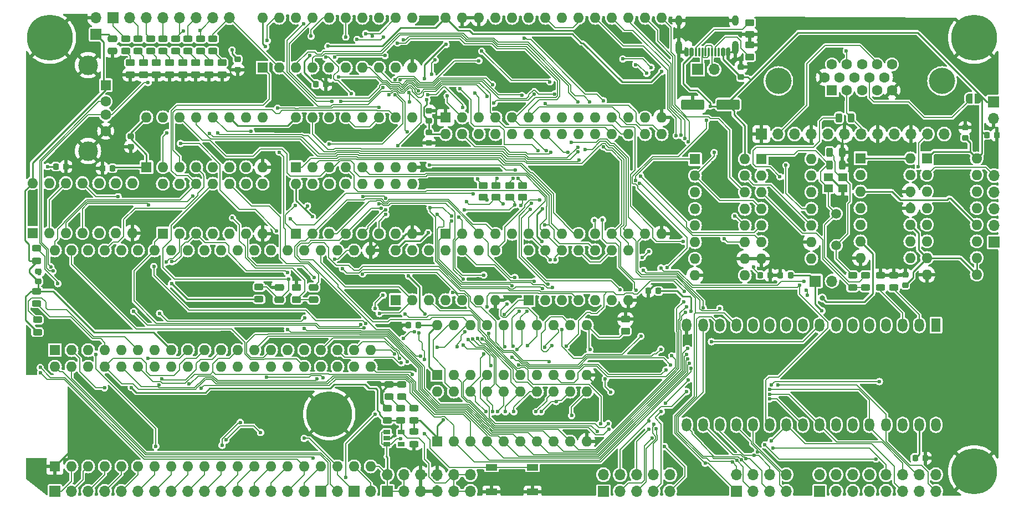
<source format=gbr>
%TF.GenerationSoftware,KiCad,Pcbnew,8.0.6*%
%TF.CreationDate,2025-06-27T07:10:50+02:00*%
%TF.ProjectId,6502,36353032-2e6b-4696-9361-645f70636258,1*%
%TF.SameCoordinates,Original*%
%TF.FileFunction,Copper,L1,Top*%
%TF.FilePolarity,Positive*%
%FSLAX46Y46*%
G04 Gerber Fmt 4.6, Leading zero omitted, Abs format (unit mm)*
G04 Created by KiCad (PCBNEW 8.0.6) date 2025-06-27 07:10:50*
%MOMM*%
%LPD*%
G01*
G04 APERTURE LIST*
G04 Aperture macros list*
%AMRoundRect*
0 Rectangle with rounded corners*
0 $1 Rounding radius*
0 $2 $3 $4 $5 $6 $7 $8 $9 X,Y pos of 4 corners*
0 Add a 4 corners polygon primitive as box body*
4,1,4,$2,$3,$4,$5,$6,$7,$8,$9,$2,$3,0*
0 Add four circle primitives for the rounded corners*
1,1,$1+$1,$2,$3*
1,1,$1+$1,$4,$5*
1,1,$1+$1,$6,$7*
1,1,$1+$1,$8,$9*
0 Add four rect primitives between the rounded corners*
20,1,$1+$1,$2,$3,$4,$5,0*
20,1,$1+$1,$4,$5,$6,$7,0*
20,1,$1+$1,$6,$7,$8,$9,0*
20,1,$1+$1,$8,$9,$2,$3,0*%
%AMFreePoly0*
4,1,19,0.500000,-0.750000,0.000000,-0.750000,0.000000,-0.744911,-0.071157,-0.744911,-0.207708,-0.704816,-0.327430,-0.627875,-0.420627,-0.520320,-0.479746,-0.390866,-0.500000,-0.250000,-0.500000,0.250000,-0.479746,0.390866,-0.420627,0.520320,-0.327430,0.627875,-0.207708,0.704816,-0.071157,0.744911,0.000000,0.744911,0.000000,0.750000,0.500000,0.750000,0.500000,-0.750000,0.500000,-0.750000,
$1*%
%AMFreePoly1*
4,1,19,0.000000,0.744911,0.071157,0.744911,0.207708,0.704816,0.327430,0.627875,0.420627,0.520320,0.479746,0.390866,0.500000,0.250000,0.500000,-0.250000,0.479746,-0.390866,0.420627,-0.520320,0.327430,-0.627875,0.207708,-0.704816,0.071157,-0.744911,0.000000,-0.744911,0.000000,-0.750000,-0.500000,-0.750000,-0.500000,0.750000,0.000000,0.750000,0.000000,0.744911,0.000000,0.744911,
$1*%
G04 Aperture macros list end*
%TA.AperFunction,SMDPad,CuDef*%
%ADD10RoundRect,0.218750X-0.256250X0.218750X-0.256250X-0.218750X0.256250X-0.218750X0.256250X0.218750X0*%
%TD*%
%TA.AperFunction,SMDPad,CuDef*%
%ADD11RoundRect,0.218750X0.256250X-0.218750X0.256250X0.218750X-0.256250X0.218750X-0.256250X-0.218750X0*%
%TD*%
%TA.AperFunction,ComponentPad*%
%ADD12R,1.700000X1.700000*%
%TD*%
%TA.AperFunction,ComponentPad*%
%ADD13O,1.700000X1.700000*%
%TD*%
%TA.AperFunction,SMDPad,CuDef*%
%ADD14RoundRect,0.243750X0.456250X-0.243750X0.456250X0.243750X-0.456250X0.243750X-0.456250X-0.243750X0*%
%TD*%
%TA.AperFunction,SMDPad,CuDef*%
%ADD15R,1.700000X1.000000*%
%TD*%
%TA.AperFunction,ComponentPad*%
%ADD16R,1.600000X1.600000*%
%TD*%
%TA.AperFunction,ComponentPad*%
%ADD17O,1.600000X1.600000*%
%TD*%
%TA.AperFunction,SMDPad,CuDef*%
%ADD18RoundRect,0.243750X-0.456250X0.243750X-0.456250X-0.243750X0.456250X-0.243750X0.456250X0.243750X0*%
%TD*%
%TA.AperFunction,SMDPad,CuDef*%
%ADD19RoundRect,0.218750X-0.218750X-0.256250X0.218750X-0.256250X0.218750X0.256250X-0.218750X0.256250X0*%
%TD*%
%TA.AperFunction,SMDPad,CuDef*%
%ADD20R,1.060000X0.650000*%
%TD*%
%TA.AperFunction,SMDPad,CuDef*%
%ADD21RoundRect,0.218750X0.218750X0.256250X-0.218750X0.256250X-0.218750X-0.256250X0.218750X-0.256250X0*%
%TD*%
%TA.AperFunction,ComponentPad*%
%ADD22R,1.500000X1.600000*%
%TD*%
%TA.AperFunction,ComponentPad*%
%ADD23C,1.600000*%
%TD*%
%TA.AperFunction,ComponentPad*%
%ADD24C,3.000000*%
%TD*%
%TA.AperFunction,SMDPad,CuDef*%
%ADD25RoundRect,0.250000X0.450000X-0.262500X0.450000X0.262500X-0.450000X0.262500X-0.450000X-0.262500X0*%
%TD*%
%TA.AperFunction,ComponentPad*%
%ADD26R,1.440000X2.000000*%
%TD*%
%TA.AperFunction,ComponentPad*%
%ADD27O,1.440000X2.000000*%
%TD*%
%TA.AperFunction,SMDPad,CuDef*%
%ADD28RoundRect,0.250000X0.475000X-0.250000X0.475000X0.250000X-0.475000X0.250000X-0.475000X-0.250000X0*%
%TD*%
%TA.AperFunction,ComponentPad*%
%ADD29C,1.500000*%
%TD*%
%TA.AperFunction,SMDPad,CuDef*%
%ADD30RoundRect,0.243750X-0.243750X-0.456250X0.243750X-0.456250X0.243750X0.456250X-0.243750X0.456250X0*%
%TD*%
%TA.AperFunction,SMDPad,CuDef*%
%ADD31RoundRect,0.250000X1.500000X0.550000X-1.500000X0.550000X-1.500000X-0.550000X1.500000X-0.550000X0*%
%TD*%
%TA.AperFunction,SMDPad,CuDef*%
%ADD32RoundRect,0.150000X0.150000X0.500000X-0.150000X0.500000X-0.150000X-0.500000X0.150000X-0.500000X0*%
%TD*%
%TA.AperFunction,SMDPad,CuDef*%
%ADD33RoundRect,0.075000X0.075000X0.575000X-0.075000X0.575000X-0.075000X-0.575000X0.075000X-0.575000X0*%
%TD*%
%TA.AperFunction,ComponentPad*%
%ADD34O,1.000000X2.100000*%
%TD*%
%TA.AperFunction,ComponentPad*%
%ADD35O,1.000000X1.600000*%
%TD*%
%TA.AperFunction,SMDPad,CuDef*%
%ADD36RoundRect,0.243750X0.243750X0.456250X-0.243750X0.456250X-0.243750X-0.456250X0.243750X-0.456250X0*%
%TD*%
%TA.AperFunction,ComponentPad*%
%ADD37C,4.000000*%
%TD*%
%TA.AperFunction,SMDPad,CuDef*%
%ADD38RoundRect,0.250000X-0.450000X0.262500X-0.450000X-0.262500X0.450000X-0.262500X0.450000X0.262500X0*%
%TD*%
%TA.AperFunction,SMDPad,CuDef*%
%ADD39R,1.400000X1.200000*%
%TD*%
%TA.AperFunction,SMDPad,CuDef*%
%ADD40FreePoly0,180.000000*%
%TD*%
%TA.AperFunction,SMDPad,CuDef*%
%ADD41FreePoly1,180.000000*%
%TD*%
%TA.AperFunction,ComponentPad*%
%ADD42C,7.000000*%
%TD*%
%TA.AperFunction,SMDPad,CuDef*%
%ADD43RoundRect,0.225000X-0.225000X-0.250000X0.225000X-0.250000X0.225000X0.250000X-0.225000X0.250000X0*%
%TD*%
%TA.AperFunction,SMDPad,CuDef*%
%ADD44RoundRect,0.250000X-0.475000X0.250000X-0.475000X-0.250000X0.475000X-0.250000X0.475000X0.250000X0*%
%TD*%
%TA.AperFunction,SMDPad,CuDef*%
%ADD45RoundRect,0.225000X0.250000X-0.225000X0.250000X0.225000X-0.250000X0.225000X-0.250000X-0.225000X0*%
%TD*%
%TA.AperFunction,ViaPad*%
%ADD46C,0.600000*%
%TD*%
%TA.AperFunction,ViaPad*%
%ADD47C,0.800000*%
%TD*%
%TA.AperFunction,Conductor*%
%ADD48C,0.130000*%
%TD*%
%TA.AperFunction,Conductor*%
%ADD49C,0.250000*%
%TD*%
G04 APERTURE END LIST*
D10*
%TO.P,C3,1*%
%TO.N,+5V*%
X88898323Y-75131523D03*
%TO.P,C3,2*%
%TO.N,GND*%
X88898323Y-76706523D03*
%TD*%
D11*
%TO.P,C7,1*%
%TO.N,+5V*%
X207264000Y-97866300D03*
%TO.P,C7,2*%
%TO.N,GND*%
X207264000Y-96291300D03*
%TD*%
D10*
%TO.P,C9,1*%
%TO.N,+5V*%
X105255923Y-63345923D03*
%TO.P,C9,2*%
%TO.N,GND*%
X105255923Y-64920923D03*
%TD*%
D12*
%TO.P,J4,1,Pin_1*%
%TO.N,CB1*%
X123035923Y-129385923D03*
D13*
%TO.P,J4,2,Pin_2*%
%TO.N,CB2*%
X125575923Y-129385923D03*
%TD*%
D12*
%TO.P,J5,1,Pin_1*%
%TO.N,+5V*%
X193515923Y-97254923D03*
D13*
%TO.P,J5,2,Pin_2*%
%TO.N,Net-(J5-Pin_2)*%
X196055923Y-97254923D03*
%TD*%
D14*
%TO.P,R2,1*%
%TO.N,+5V*%
X108500000Y-100037500D03*
%TO.P,R2,2*%
%TO.N,Net-(C20-Pad1)*%
X108500000Y-98162500D03*
%TD*%
D15*
%TO.P,SW1,1,1*%
%TO.N,GND*%
X150315923Y-129507923D03*
X144015923Y-129507923D03*
%TO.P,SW1,2,2*%
%TO.N,Net-(C20-Pad1)*%
X150315923Y-125707923D03*
X144015923Y-125707923D03*
%TD*%
D16*
%TO.P,U10,1,A->B*%
%TO.N,+5V*%
X135735923Y-121765923D03*
D17*
%TO.P,U10,2,A0*%
%TO.N,A0*%
X138275923Y-121765923D03*
%TO.P,U10,3,A1*%
%TO.N,A1*%
X140815923Y-121765923D03*
%TO.P,U10,4,A2*%
%TO.N,A2*%
X143355923Y-121765923D03*
%TO.P,U10,5,A3*%
%TO.N,A3*%
X145895923Y-121765923D03*
%TO.P,U10,6,A4*%
%TO.N,A4*%
X148435923Y-121765923D03*
%TO.P,U10,7,A5*%
%TO.N,A5*%
X150975923Y-121765923D03*
%TO.P,U10,8,A6*%
%TO.N,A6*%
X153515923Y-121765923D03*
%TO.P,U10,9,A7*%
%TO.N,A7*%
X156055923Y-121765923D03*
%TO.P,U10,10,GND*%
%TO.N,GND*%
X158595923Y-121765923D03*
%TO.P,U10,11,B7*%
%TO.N,C11*%
X158595923Y-114145923D03*
%TO.P,U10,12,B6*%
%TO.N,C10*%
X156055923Y-114145923D03*
%TO.P,U10,13,B5*%
%TO.N,C5*%
X153515923Y-114145923D03*
%TO.P,U10,14,B4*%
%TO.N,C4*%
X150975923Y-114145923D03*
%TO.P,U10,15,B3*%
%TO.N,C3*%
X148435923Y-114145923D03*
%TO.P,U10,16,B2*%
%TO.N,C2*%
X145895923Y-114145923D03*
%TO.P,U10,17,B1*%
%TO.N,C1*%
X143355923Y-114145923D03*
%TO.P,U10,18,B0*%
%TO.N,C0*%
X140815923Y-114145923D03*
%TO.P,U10,19,CE*%
%TO.N,\u00D81B*%
X138275923Y-114145923D03*
%TO.P,U10,20,VCC*%
%TO.N,+5V*%
X135735923Y-114145923D03*
%TD*%
D16*
%TO.P,U11,1,A->B*%
%TO.N,+5V*%
X135735923Y-111595923D03*
D17*
%TO.P,U11,2,A0*%
%TO.N,A8*%
X138275923Y-111595923D03*
%TO.P,U11,3,A1*%
%TO.N,A9*%
X140815923Y-111595923D03*
%TO.P,U11,4,A2*%
%TO.N,A10*%
X143355923Y-111595923D03*
%TO.P,U11,5,A3*%
%TO.N,A11*%
X145895923Y-111595923D03*
%TO.P,U11,6,A4*%
%TO.N,A12*%
X148435923Y-111595923D03*
%TO.P,U11,7,A5*%
%TO.N,A13*%
X150975923Y-111595923D03*
%TO.P,U11,8,A6*%
%TO.N,A14*%
X153515923Y-111595923D03*
%TO.P,U11,9,A7*%
%TO.N,A15*%
X156055923Y-111595923D03*
%TO.P,U11,10,GND*%
%TO.N,GND*%
X158595923Y-111595923D03*
%TO.P,U11,11,B7*%
%TO.N,Net-(U11-B7)*%
X158595923Y-103975923D03*
%TO.P,U11,12,B6*%
%TO.N,Net-(R27-B)*%
X156055923Y-103975923D03*
%TO.P,U11,13,B5*%
%TO.N,Net-(R26-B)*%
X153515923Y-103975923D03*
%TO.P,U11,14,B4*%
%TO.N,Net-(U11-B4)*%
X150975923Y-103975923D03*
%TO.P,U11,15,B3*%
%TO.N,Net-(U11-B3)*%
X148435923Y-103975923D03*
%TO.P,U11,16,B2*%
%TO.N,C14*%
X145895923Y-103975923D03*
%TO.P,U11,17,B1*%
%TO.N,C13*%
X143355923Y-103975923D03*
%TO.P,U11,18,B0*%
%TO.N,C12*%
X140815923Y-103975923D03*
%TO.P,U11,19,CE*%
%TO.N,\u00D81B*%
X138275923Y-103975923D03*
%TO.P,U11,20,VCC*%
%TO.N,+5V*%
X135735923Y-103975923D03*
%TD*%
D16*
%TO.P,U18,1,A15*%
%TO.N,GND*%
X137015923Y-72240923D03*
D17*
%TO.P,U18,2,A12*%
%TO.N,VB1*%
X139555923Y-72240923D03*
%TO.P,U18,3,A7*%
%TO.N,D7*%
X142095923Y-72240923D03*
%TO.P,U18,4,A6*%
%TO.N,D6*%
X144635923Y-72240923D03*
%TO.P,U18,5,A5*%
%TO.N,D5*%
X147175923Y-72240923D03*
%TO.P,U18,6,A4*%
%TO.N,D4*%
X149715923Y-72240923D03*
%TO.P,U18,7,A3*%
%TO.N,D3*%
X152255923Y-72240923D03*
%TO.P,U18,8,A2*%
%TO.N,D2*%
X154795923Y-72240923D03*
%TO.P,U18,9,A1*%
%TO.N,D1*%
X157335923Y-72240923D03*
%TO.P,U18,10,A0*%
%TO.N,D0*%
X159875923Y-72240923D03*
%TO.P,U18,11,D0*%
%TO.N,Net-(U18-D0)*%
X162415923Y-72240923D03*
%TO.P,U18,12,D1*%
%TO.N,Net-(U18-D1)*%
X164955923Y-72240923D03*
%TO.P,U18,13,D2*%
%TO.N,Net-(U18-D2)*%
X167495923Y-72240923D03*
%TO.P,U18,14,GND*%
%TO.N,GND*%
X170035923Y-72240923D03*
%TO.P,U18,15,D3*%
%TO.N,Net-(U18-D3)*%
X170035923Y-57000923D03*
%TO.P,U18,16,D4*%
%TO.N,Net-(U18-D4)*%
X167495923Y-57000923D03*
%TO.P,U18,17,D5*%
%TO.N,Net-(U18-D5)*%
X164955923Y-57000923D03*
%TO.P,U18,18,D6*%
%TO.N,Net-(U18-D6)*%
X162415923Y-57000923D03*
%TO.P,U18,19,D7*%
%TO.N,Net-(U18-D7)*%
X159875923Y-57000923D03*
%TO.P,U18,20,~{CE}*%
%TO.N,2Mhz*%
X157335923Y-57000923D03*
%TO.P,U18,21,A10*%
%TO.N,C9*%
X154795923Y-57000923D03*
%TO.P,U18,22,~{OE}*%
%TO.N,2Mhz*%
X152255923Y-57000923D03*
%TO.P,U18,23,A11*%
%TO.N,VB0*%
X149715923Y-57000923D03*
%TO.P,U18,24,A9*%
%TO.N,C8*%
X147175923Y-57000923D03*
%TO.P,U18,25,A8*%
%TO.N,C7*%
X144635923Y-57000923D03*
%TO.P,U18,26,A13*%
%TO.N,GND*%
X142095923Y-57000923D03*
%TO.P,U18,27,A14*%
X139555923Y-57000923D03*
%TO.P,U18,28,VCC*%
%TO.N,+5V*%
X137015923Y-57000923D03*
%TD*%
D16*
%TO.P,U3,1,VSS*%
%TO.N,GND*%
X77315923Y-125575923D03*
D17*
%TO.P,U3,2,PA0*%
%TO.N,Net-(J2-Pin_1)*%
X79855923Y-125575923D03*
%TO.P,U3,3,PA1*%
%TO.N,Net-(J2-Pin_2)*%
X82395923Y-125575923D03*
%TO.P,U3,4,PA2*%
%TO.N,Net-(J2-Pin_3)*%
X84935923Y-125575923D03*
%TO.P,U3,5,PA3*%
%TO.N,Net-(J2-Pin_4)*%
X87475923Y-125575923D03*
%TO.P,U3,6,PA4*%
%TO.N,Net-(J2-Pin_5)*%
X90015923Y-125575923D03*
%TO.P,U3,7,PA5*%
%TO.N,Net-(J2-Pin_6)*%
X92555923Y-125575923D03*
%TO.P,U3,8,PA6*%
%TO.N,Net-(J2-Pin_7)*%
X95095923Y-125575923D03*
%TO.P,U3,9,PA7*%
%TO.N,Net-(J2-Pin_8)*%
X97635923Y-125575923D03*
%TO.P,U3,10,PB0*%
%TO.N,SPI_CLK*%
X100175923Y-125575923D03*
%TO.P,U3,11,PB1*%
%TO.N,RF_CS*%
X102715923Y-125575923D03*
%TO.P,U3,12,PB2*%
%TO.N,RF_CE*%
X105255923Y-125575923D03*
%TO.P,U3,13,PB3*%
%TO.N,SDA_VGA*%
X107795923Y-125575923D03*
%TO.P,U3,14,PB4*%
%TO.N,Net-(J2-Pin_13)*%
X110335923Y-125575923D03*
%TO.P,U3,15,PB5*%
%TO.N,MISO*%
X112875923Y-125575923D03*
%TO.P,U3,16,PB6*%
%TO.N,PB6*%
X115415923Y-125575923D03*
%TO.P,U3,17,PB7*%
%TO.N,MOSI*%
X117955923Y-125575923D03*
%TO.P,U3,18,CB1*%
%TO.N,CB1*%
X120495923Y-125575923D03*
%TO.P,U3,19,CB2*%
%TO.N,CB2*%
X123035923Y-125575923D03*
%TO.P,U3,20,VCC*%
%TO.N,+5V*%
X125575923Y-125575923D03*
%TO.P,U3,21,~{IRQ}*%
%TO.N,~{IRQ}*%
X125575923Y-110335923D03*
%TO.P,U3,22,R/~{W}*%
%TO.N,~{RW}*%
X123035923Y-110335923D03*
%TO.P,U3,23,~{CS2}*%
%TO.N,~{IO_SEL}*%
X120495923Y-110335923D03*
%TO.P,U3,24,CS1*%
%TO.N,VIACS1*%
X117955923Y-110335923D03*
%TO.P,U3,25,\u00D82*%
%TO.N,\u00D82*%
X115415923Y-110335923D03*
%TO.P,U3,26,D7*%
%TO.N,D7*%
X112875923Y-110335923D03*
%TO.P,U3,27,D6*%
%TO.N,D6*%
X110335923Y-110335923D03*
%TO.P,U3,28,D5*%
%TO.N,D5*%
X107795923Y-110335923D03*
%TO.P,U3,29,D4*%
%TO.N,D4*%
X105255923Y-110335923D03*
%TO.P,U3,30,D3*%
%TO.N,D3*%
X102715923Y-110335923D03*
%TO.P,U3,31,D2*%
%TO.N,D2*%
X100175923Y-110335923D03*
%TO.P,U3,32,D1*%
%TO.N,D1*%
X97635923Y-110335923D03*
%TO.P,U3,33,D0*%
%TO.N,D0*%
X95095923Y-110335923D03*
%TO.P,U3,34,~{RES}*%
%TO.N,~{RES}*%
X92555923Y-110335923D03*
%TO.P,U3,35,RS3*%
%TO.N,A3*%
X90015923Y-110335923D03*
%TO.P,U3,36,RS2*%
%TO.N,A2*%
X87475923Y-110335923D03*
%TO.P,U3,37,RS1*%
%TO.N,A1*%
X84935923Y-110335923D03*
%TO.P,U3,38,RS0*%
%TO.N,A0*%
X82395923Y-110335923D03*
%TO.P,U3,39,CA2*%
%TO.N,Net-(J3-Pin_2)*%
X79855923Y-110335923D03*
%TO.P,U3,40,CA1*%
%TO.N,Net-(J3-Pin_1)*%
X77315923Y-110335923D03*
%TD*%
D12*
%TO.P,J3,1,Pin_1*%
%TO.N,Net-(J3-Pin_1)*%
X117955923Y-129385923D03*
D13*
%TO.P,J3,2,Pin_2*%
%TO.N,Net-(J3-Pin_2)*%
X120495923Y-129385923D03*
%TD*%
D16*
%TO.P,U2,1,VSS*%
%TO.N,Net-(R28-B)*%
X77315923Y-107795923D03*
D17*
%TO.P,U2,2,RDY*%
%TO.N,RDY*%
X79855923Y-107795923D03*
%TO.P,U2,3,\u00D81*%
%TO.N,\u00D81*%
X82395923Y-107795923D03*
%TO.P,U2,4,~{IRQ}*%
%TO.N,~{IRQ}*%
X84935923Y-107795923D03*
%TO.P,U2,5,NC*%
%TO.N,unconnected-(U2-NC-Pad5)*%
X87475923Y-107795923D03*
%TO.P,U2,6,~{NMI}*%
%TO.N,~{NMI}*%
X90015923Y-107795923D03*
%TO.P,U2,7,SYNC*%
%TO.N,SYNC*%
X92555923Y-107795923D03*
%TO.P,U2,8,VCC*%
%TO.N,+5V*%
X95095923Y-107795923D03*
%TO.P,U2,9,A0*%
%TO.N,A0*%
X97635923Y-107795923D03*
%TO.P,U2,10,A1*%
%TO.N,A1*%
X100175923Y-107795923D03*
%TO.P,U2,11,A2*%
%TO.N,A2*%
X102715923Y-107795923D03*
%TO.P,U2,12,A3*%
%TO.N,A3*%
X105255923Y-107795923D03*
%TO.P,U2,13,A4*%
%TO.N,A4*%
X107795923Y-107795923D03*
%TO.P,U2,14,A5*%
%TO.N,A5*%
X110335923Y-107795923D03*
%TO.P,U2,15,A6*%
%TO.N,A6*%
X112875923Y-107795923D03*
%TO.P,U2,16,A7*%
%TO.N,A7*%
X115415923Y-107795923D03*
%TO.P,U2,17,A8*%
%TO.N,A8*%
X117955923Y-107795923D03*
%TO.P,U2,18,A9*%
%TO.N,A9*%
X120495923Y-107795923D03*
%TO.P,U2,19,A10*%
%TO.N,A10*%
X123035923Y-107795923D03*
%TO.P,U2,20,A11*%
%TO.N,A11*%
X125575923Y-107795923D03*
%TO.P,U2,21,VSS*%
%TO.N,GND*%
X125575923Y-92555923D03*
%TO.P,U2,22,A12*%
%TO.N,A12*%
X123035923Y-92555923D03*
%TO.P,U2,23,A13*%
%TO.N,A13*%
X120495923Y-92555923D03*
%TO.P,U2,24,A14*%
%TO.N,A14*%
X117955923Y-92555923D03*
%TO.P,U2,25,A15*%
%TO.N,A15*%
X115415923Y-92555923D03*
%TO.P,U2,26,D7*%
%TO.N,D7*%
X112875923Y-92555923D03*
%TO.P,U2,27,D6*%
%TO.N,D6*%
X110335923Y-92555923D03*
%TO.P,U2,28,D5*%
%TO.N,D5*%
X107795923Y-92555923D03*
%TO.P,U2,29,D4*%
%TO.N,D4*%
X105255923Y-92555923D03*
%TO.P,U2,30,D3*%
%TO.N,D3*%
X102715923Y-92555923D03*
%TO.P,U2,31,D2*%
%TO.N,D2*%
X100175923Y-92555923D03*
%TO.P,U2,32,D1*%
%TO.N,D1*%
X97635923Y-92555923D03*
%TO.P,U2,33,D0*%
%TO.N,D0*%
X95095923Y-92555923D03*
%TO.P,U2,34,R/~{W}*%
%TO.N,~{RW}*%
X92555923Y-92555923D03*
%TO.P,U2,35,NC*%
%TO.N,unconnected-(U2-NC-Pad35)*%
X90015923Y-92555923D03*
%TO.P,U2,36,NC/BE*%
%TO.N,Net-(U2-NC{slash}BE)*%
X87475923Y-92555923D03*
%TO.P,U2,37,\u00D80*%
%TO.N,2Mhz*%
X84935923Y-92555923D03*
%TO.P,U2,38,~{SO}*%
%TO.N,unconnected-(U2-~{SO}-Pad38)*%
X82395923Y-92555923D03*
%TO.P,U2,39,\u00D82*%
%TO.N,\u00D82*%
X79855923Y-92555923D03*
%TO.P,U2,40,~{RES}*%
%TO.N,~{RES}*%
X77315923Y-92555923D03*
%TD*%
D18*
%TO.P,R4,1*%
%TO.N,+5V*%
X74521923Y-98778923D03*
%TO.P,R4,2*%
%TO.N,~{IRQ}*%
X74521923Y-100653923D03*
%TD*%
D14*
%TO.P,R3,1*%
%TO.N,+5V*%
X74648923Y-105050423D03*
%TO.P,R3,2*%
%TO.N,~{NMI}*%
X74648923Y-103175423D03*
%TD*%
%TO.P,R1,1*%
%TO.N,+5V*%
X74521923Y-94128423D03*
%TO.P,R1,2*%
%TO.N,RDY*%
X74521923Y-92253423D03*
%TD*%
D11*
%TO.P,C10,1*%
%TO.N,+5V*%
X74775923Y-97305923D03*
%TO.P,C10,2*%
%TO.N,GND*%
X74775923Y-95730923D03*
%TD*%
D16*
%TO.P,U16,1,A14*%
%TO.N,Net-(R27-B)*%
X137015923Y-90020923D03*
D17*
%TO.P,U16,2,A12*%
%TO.N,Net-(U11-B4)*%
X139555923Y-90020923D03*
%TO.P,U16,3,A7*%
%TO.N,C11*%
X142095923Y-90020923D03*
%TO.P,U16,4,A6*%
%TO.N,C10*%
X144635923Y-90020923D03*
%TO.P,U16,5,A5*%
%TO.N,C5*%
X147175923Y-90020923D03*
%TO.P,U16,6,A4*%
%TO.N,C4*%
X149715923Y-90020923D03*
%TO.P,U16,7,A3*%
%TO.N,C3*%
X152255923Y-90020923D03*
%TO.P,U16,8,A2*%
%TO.N,C2*%
X154795923Y-90020923D03*
%TO.P,U16,9,A1*%
%TO.N,C1*%
X157335923Y-90020923D03*
%TO.P,U16,10,A0*%
%TO.N,C0*%
X159875923Y-90020923D03*
%TO.P,U16,11,DQ0*%
%TO.N,D0*%
X162415923Y-90020923D03*
%TO.P,U16,12,DQ1*%
%TO.N,D1*%
X164955923Y-90020923D03*
%TO.P,U16,13,DQ2*%
%TO.N,D2*%
X167495923Y-90020923D03*
%TO.P,U16,14,VSS*%
%TO.N,GND*%
X170035923Y-90020923D03*
%TO.P,U16,15,DQ3*%
%TO.N,D3*%
X170035923Y-74780923D03*
%TO.P,U16,16,DQ4*%
%TO.N,D4*%
X167495923Y-74780923D03*
%TO.P,U16,17,DQ5*%
%TO.N,D5*%
X164955923Y-74780923D03*
%TO.P,U16,18,DQ6*%
%TO.N,D6*%
X162415923Y-74780923D03*
%TO.P,U16,19,DQ7*%
%TO.N,D7*%
X159875923Y-74780923D03*
%TO.P,U16,20,~{CE}*%
%TO.N,Net-(U11-B7)*%
X157335923Y-74780923D03*
%TO.P,U16,21,A10*%
%TO.N,C14*%
X154795923Y-74780923D03*
%TO.P,U16,22,~{OE}*%
%TO.N,Net-(U16-~{OE})*%
X152255923Y-74780923D03*
%TO.P,U16,23,A11*%
%TO.N,Net-(U11-B3)*%
X149715923Y-74780923D03*
%TO.P,U16,24,A9*%
%TO.N,C13*%
X147175923Y-74780923D03*
%TO.P,U16,25,A8*%
%TO.N,C12*%
X144635923Y-74780923D03*
%TO.P,U16,26,A13*%
%TO.N,Net-(R26-B)*%
X142095923Y-74780923D03*
%TO.P,U16,27,~{WE}*%
%TO.N,Net-(U16-~{WE})*%
X139555923Y-74780923D03*
%TO.P,U16,28,VDD*%
%TO.N,+5V*%
X137015923Y-74780923D03*
%TD*%
D19*
%TO.P,C6,1*%
%TO.N,+5V*%
X117168423Y-67155923D03*
%TO.P,C6,2*%
%TO.N,GND*%
X118743423Y-67155923D03*
%TD*%
D16*
%TO.P,U4,1,~{Mr}*%
%TO.N,~{RES}*%
X109065923Y-64615923D03*
D17*
%TO.P,U4,2,Q0*%
%TO.N,VEN*%
X111605923Y-64615923D03*
%TO.P,U4,3,D0*%
%TO.N,D0*%
X114145923Y-64615923D03*
%TO.P,U4,4,D1*%
%TO.N,D1*%
X116685923Y-64615923D03*
%TO.P,U4,5,Q1*%
%TO.N,VB0*%
X119225923Y-64615923D03*
%TO.P,U4,6,Q2*%
%TO.N,VB1*%
X121765923Y-64615923D03*
%TO.P,U4,7,D2*%
%TO.N,D2*%
X124305923Y-64615923D03*
%TO.P,U4,8,D3*%
%TO.N,D3*%
X126845923Y-64615923D03*
%TO.P,U4,9,Q3*%
%TO.N,CTRL3*%
X129385923Y-64615923D03*
%TO.P,U4,10,GND*%
%TO.N,GND*%
X131925923Y-64615923D03*
%TO.P,U4,11,Cp*%
%TO.N,Net-(U4-Cp)*%
X131925923Y-56995923D03*
%TO.P,U4,12,Q4*%
%TO.N,CTRL4*%
X129385923Y-56995923D03*
%TO.P,U4,13,D4*%
%TO.N,D4*%
X126845923Y-56995923D03*
%TO.P,U4,14,D5*%
%TO.N,D5*%
X124305923Y-56995923D03*
%TO.P,U4,15,Q5*%
%TO.N,CTRL5*%
X121765923Y-56995923D03*
%TO.P,U4,16,Q6*%
%TO.N,CTRL6*%
X119225923Y-56995923D03*
%TO.P,U4,17,D6*%
%TO.N,D6*%
X116685923Y-56995923D03*
%TO.P,U4,18,D7*%
%TO.N,D7*%
X114145923Y-56995923D03*
%TO.P,U4,19,Q7*%
%TO.N,CTRL7*%
X111605923Y-56995923D03*
%TO.P,U4,20,VCC*%
%TO.N,+5V*%
X109065923Y-56995923D03*
%TD*%
D18*
%TO.P,C13,1*%
%TO.N,+5V*%
X132179923Y-120271923D03*
%TO.P,C13,2*%
%TO.N,GND*%
X132179923Y-122146923D03*
%TD*%
D14*
%TO.P,C14,1*%
%TO.N,+3V3*%
X128115923Y-118560923D03*
%TO.P,C14,2*%
%TO.N,GND*%
X128115923Y-116685923D03*
%TD*%
D20*
%TO.P,U15,1,VIN*%
%TO.N,+5V*%
X128031923Y-120307923D03*
%TO.P,U15,2,GND*%
%TO.N,GND*%
X128031923Y-121257923D03*
%TO.P,U15,3,EN*%
%TO.N,+5V*%
X128031923Y-122207923D03*
%TO.P,U15,4,NC*%
%TO.N,unconnected-(U15-NC-Pad4)*%
X130231923Y-122207923D03*
%TO.P,U15,5,VOUT*%
%TO.N,+3V3*%
X130231923Y-120307923D03*
%TD*%
D12*
%TO.P,J2,1,Pin_1*%
%TO.N,Net-(J2-Pin_1)*%
X77315923Y-129385923D03*
D13*
%TO.P,J2,2,Pin_2*%
%TO.N,Net-(J2-Pin_2)*%
X79855923Y-129385923D03*
%TO.P,J2,3,Pin_3*%
%TO.N,Net-(J2-Pin_3)*%
X82395923Y-129385923D03*
%TO.P,J2,4,Pin_4*%
%TO.N,Net-(J2-Pin_4)*%
X84935923Y-129385923D03*
%TO.P,J2,5,Pin_5*%
%TO.N,Net-(J2-Pin_5)*%
X87475923Y-129385923D03*
%TO.P,J2,6,Pin_6*%
%TO.N,Net-(J2-Pin_6)*%
X90015923Y-129385923D03*
%TO.P,J2,7,Pin_7*%
%TO.N,Net-(J2-Pin_7)*%
X92555923Y-129385923D03*
%TO.P,J2,8,Pin_8*%
%TO.N,Net-(J2-Pin_8)*%
X95095923Y-129385923D03*
%TO.P,J2,9,Pin_9*%
%TO.N,SPI_CLK*%
X97635923Y-129385923D03*
%TO.P,J2,10,Pin_10*%
%TO.N,RF_CS*%
X100175923Y-129385923D03*
%TO.P,J2,11,Pin_11*%
%TO.N,RF_CE*%
X102715923Y-129385923D03*
%TO.P,J2,12,Pin_12*%
%TO.N,SDA_VGA*%
X105255923Y-129385923D03*
%TO.P,J2,13,Pin_13*%
%TO.N,Net-(J2-Pin_13)*%
X107795923Y-129385923D03*
%TO.P,J2,14,Pin_14*%
%TO.N,MISO*%
X110335923Y-129385923D03*
%TO.P,J2,15,Pin_15*%
%TO.N,PB6*%
X112875923Y-129385923D03*
%TO.P,J2,16,Pin_16*%
%TO.N,MOSI*%
X115415923Y-129385923D03*
%TD*%
D21*
%TO.P,C5,1*%
%TO.N,+5V*%
X86131500Y-80010000D03*
%TO.P,C5,2*%
%TO.N,GND*%
X84556500Y-80010000D03*
%TD*%
D18*
%TO.P,3v3,1,K*%
%TO.N,Net-(3v3-K)*%
X130147923Y-116685923D03*
%TO.P,3v3,2,A*%
%TO.N,+3V3*%
X130147923Y-118560923D03*
%TD*%
%TO.P,5V0,1,K*%
%TO.N,Net-(5V0-K)*%
X132179923Y-116681323D03*
%TO.P,5V0,2,A*%
%TO.N,+5V*%
X132179923Y-118556323D03*
%TD*%
D14*
%TO.P,R10,1*%
%TO.N,Net-(3v3-K)*%
X128369923Y-114926423D03*
%TO.P,R10,2*%
%TO.N,GND*%
X128369923Y-113051423D03*
%TD*%
%TO.P,R11,1*%
%TO.N,Net-(5V0-K)*%
X130274923Y-114926423D03*
%TO.P,R11,2*%
%TO.N,GND*%
X130274923Y-113051423D03*
%TD*%
D21*
%TO.P,C15,1*%
%TO.N,+5V*%
X132865923Y-103985923D03*
%TO.P,C15,2*%
%TO.N,GND*%
X131290923Y-103985923D03*
%TD*%
D11*
%TO.P,C17,1*%
%TO.N,+5V*%
X134465923Y-72769423D03*
%TO.P,C17,2*%
%TO.N,GND*%
X134465923Y-71194423D03*
%TD*%
D19*
%TO.P,C18,1*%
%TO.N,+5V*%
X208760823Y-124305923D03*
%TO.P,C18,2*%
%TO.N,GND*%
X210335823Y-124305923D03*
%TD*%
D12*
%TO.P,J14,1,Pin_1*%
%TO.N,+5V*%
X128115923Y-129385923D03*
D13*
%TO.P,J14,2,Pin_2*%
X128115923Y-126845923D03*
%TO.P,J14,3,Pin_3*%
X130655923Y-129385923D03*
%TO.P,J14,4,Pin_4*%
X130655923Y-126845923D03*
%TO.P,J14,5,Pin_5*%
%TO.N,GND*%
X133195923Y-129385923D03*
%TO.P,J14,6,Pin_6*%
X133195923Y-126845923D03*
%TO.P,J14,7,Pin_7*%
X135735923Y-129385923D03*
%TO.P,J14,8,Pin_8*%
X135735923Y-126845923D03*
%TO.P,J14,9,Pin_9*%
%TO.N,+3V3*%
X138275923Y-129385923D03*
%TO.P,J14,10,Pin_10*%
X138275923Y-126845923D03*
%TO.P,J14,11,Pin_11*%
X140815923Y-129385923D03*
%TO.P,J14,12,Pin_12*%
X140815923Y-126845923D03*
%TD*%
D22*
%TO.P,J17,1,VBUS*%
%TO.N,+5V*%
X85090000Y-67310000D03*
D23*
%TO.P,J17,2,D-*%
%TO.N,CB2*%
X85090000Y-69810000D03*
%TO.P,J17,3,D+*%
%TO.N,PB6*%
X85090000Y-71810000D03*
%TO.P,J17,4,GND*%
%TO.N,GND*%
X85090000Y-74310000D03*
D24*
%TO.P,J17,5,Shield*%
X82380000Y-64240000D03*
X82380000Y-77380000D03*
%TD*%
D25*
%TO.P,R12,1*%
%TO.N,Net-(C21-Pad1)*%
X114250000Y-100062500D03*
%TO.P,R12,2*%
%TO.N,GND*%
X114250000Y-98237500D03*
%TD*%
D26*
%TO.P,U5,1,NC*%
%TO.N,unconnected-(U5-NC-Pad1)*%
X211935923Y-103985923D03*
D27*
%TO.P,U5,2,A16*%
%TO.N,Net-(U5-A16)*%
X209395923Y-103985923D03*
%TO.P,U5,3,A15*%
%TO.N,Net-(U5-A15)*%
X206855923Y-103985923D03*
%TO.P,U5,4,A12*%
%TO.N,A12*%
X204315923Y-103985923D03*
%TO.P,U5,5,A7*%
%TO.N,A7*%
X201775923Y-103985923D03*
%TO.P,U5,6,A6*%
%TO.N,A6*%
X199235923Y-103985923D03*
%TO.P,U5,7,A5*%
%TO.N,A5*%
X196695923Y-103985923D03*
%TO.P,U5,8,A4*%
%TO.N,A4*%
X194155923Y-103985923D03*
%TO.P,U5,9,A3*%
%TO.N,A3*%
X191615923Y-103985923D03*
%TO.P,U5,10,A2*%
%TO.N,A2*%
X189075923Y-103985923D03*
%TO.P,U5,11,A1*%
%TO.N,A1*%
X186535923Y-103985923D03*
%TO.P,U5,12,A0*%
%TO.N,A0*%
X183995923Y-103985923D03*
%TO.P,U5,13,D0*%
%TO.N,D0*%
X181455923Y-103985923D03*
%TO.P,U5,14,D1*%
%TO.N,D1*%
X178915923Y-103985923D03*
%TO.P,U5,15,D2*%
%TO.N,D2*%
X176375923Y-103985923D03*
%TO.P,U5,16,GND*%
%TO.N,GND*%
X173835923Y-103985923D03*
%TO.P,U5,17,D3*%
%TO.N,D3*%
X173835923Y-119225923D03*
%TO.P,U5,18,D4*%
%TO.N,D4*%
X176375923Y-119225923D03*
%TO.P,U5,19,D5*%
%TO.N,D5*%
X178915923Y-119225923D03*
%TO.P,U5,20,D6*%
%TO.N,D6*%
X181455923Y-119225923D03*
%TO.P,U5,21,D7*%
%TO.N,D7*%
X183995923Y-119225923D03*
%TO.P,U5,22,CE*%
%TO.N,~{ROM_SEL}*%
X186535923Y-119225923D03*
%TO.P,U5,23,A10*%
%TO.N,A10*%
X189075923Y-119225923D03*
%TO.P,U5,24,OE*%
%TO.N,\u00D81B*%
X191615923Y-119225923D03*
%TO.P,U5,25,A11*%
%TO.N,A11*%
X194155923Y-119225923D03*
%TO.P,U5,26,A9*%
%TO.N,A9*%
X196695923Y-119225923D03*
%TO.P,U5,27,A8*%
%TO.N,A8*%
X199235923Y-119225923D03*
%TO.P,U5,28,A13*%
%TO.N,A13*%
X201775923Y-119225923D03*
%TO.P,U5,29,A14*%
%TO.N,A14*%
X204315923Y-119225923D03*
%TO.P,U5,30,NC*%
%TO.N,Net-(J5-Pin_2)*%
X206855923Y-119225923D03*
%TO.P,U5,31,PGM*%
%TO.N,+5V*%
X209395923Y-119225923D03*
%TO.P,U5,32,VCC*%
X211935923Y-119225923D03*
%TD*%
D16*
%TO.P,U8,1*%
%TO.N,\u00D81B*%
X149700923Y-100165923D03*
D17*
%TO.P,U8,2*%
%TO.N,~{RW}*%
X152240923Y-100165923D03*
%TO.P,U8,3*%
%TO.N,Net-(U16-~{WE})*%
X154780923Y-100165923D03*
%TO.P,U8,4*%
%TO.N,~{IO_SEL}*%
X157320923Y-100165923D03*
%TO.P,U8,5*%
%TO.N,Net-(U21-Pad6)*%
X159860923Y-100165923D03*
%TO.P,U8,6*%
%TO.N,Net-(U4-Cp)*%
X162400923Y-100165923D03*
%TO.P,U8,7,GND*%
%TO.N,GND*%
X164940923Y-100165923D03*
%TO.P,U8,8*%
%TO.N,Net-(U12B-~{K})*%
X164940923Y-92545923D03*
%TO.P,U8,9*%
%TO.N,Net-(U8-Pad11)*%
X162400923Y-92545923D03*
%TO.P,U8,10*%
%TO.N,C5*%
X159860923Y-92545923D03*
%TO.P,U8,11*%
%TO.N,Net-(U8-Pad11)*%
X157320923Y-92545923D03*
%TO.P,U8,12*%
%TO.N,C3*%
X154780923Y-92545923D03*
%TO.P,U8,13*%
%TO.N,C4*%
X152240923Y-92545923D03*
%TO.P,U8,14,VCC*%
%TO.N,+5V*%
X149700923Y-92545923D03*
%TD*%
D28*
%TO.P,C20,1*%
%TO.N,Net-(C20-Pad1)*%
X111600000Y-100100000D03*
%TO.P,C20,2*%
%TO.N,GND*%
X111600000Y-98200000D03*
%TD*%
D16*
%TO.P,U1,1*%
%TO.N,~{RW}*%
X93820923Y-90005923D03*
D17*
%TO.P,U1,2*%
%TO.N,Net-(U1-Pad2)*%
X96360923Y-90005923D03*
%TO.P,U1,3*%
%TO.N,A12*%
X98900923Y-90005923D03*
%TO.P,U1,4*%
%TO.N,Net-(U1-Pad4)*%
X101440923Y-90005923D03*
%TO.P,U1,5*%
%TO.N,Net-(U1-Pad5)*%
X103980923Y-90005923D03*
%TO.P,U1,6*%
%TO.N,VIACS1*%
X106520923Y-90005923D03*
%TO.P,U1,7,GND*%
%TO.N,GND*%
X109060923Y-90005923D03*
%TO.P,U1,8*%
%TO.N,Net-(U1-Pad8)*%
X109060923Y-82385923D03*
%TO.P,U1,9*%
%TO.N,Net-(U1-Pad9)*%
X106520923Y-82385923D03*
%TO.P,U1,10*%
%TO.N,Net-(C21-Pad2)*%
X103980923Y-82385923D03*
%TO.P,U1,11*%
%TO.N,Net-(C20-Pad1)*%
X101440923Y-82385923D03*
%TO.P,U1,12*%
%TO.N,~{RES}*%
X98900923Y-82385923D03*
%TO.P,U1,13*%
%TO.N,Net-(C21-Pad1)*%
X96360923Y-82385923D03*
%TO.P,U1,14,VCC*%
%TO.N,+5V*%
X93820923Y-82385923D03*
%TD*%
D16*
%TO.P,U6,1,Q1*%
%TO.N,C1*%
X114160923Y-79845923D03*
D17*
%TO.P,U6,2,Q2*%
%TO.N,C2*%
X116700923Y-79845923D03*
%TO.P,U6,3,Q3*%
%TO.N,C3*%
X119240923Y-79845923D03*
%TO.P,U6,4,Q4*%
%TO.N,C4*%
X121780923Y-79845923D03*
%TO.P,U6,5,Q5*%
%TO.N,C5*%
X124320923Y-79845923D03*
%TO.P,U6,6,Q6*%
%TO.N,unconnected-(U6-Q6-Pad6)*%
X126860923Y-79845923D03*
%TO.P,U6,7,Q7*%
%TO.N,C7*%
X129400923Y-79845923D03*
%TO.P,U6,8,GND*%
%TO.N,GND*%
X131940923Y-79845923D03*
%TO.P,U6,9,~{RCO}*%
%TO.N,Net-(U6-~{RCO})*%
X131940923Y-72225923D03*
%TO.P,U6,10,~{MRC}*%
%TO.N,~{VCRST}*%
X129400923Y-72225923D03*
%TO.P,U6,11,CPC*%
%TO.N,2Mhz*%
X126860923Y-72225923D03*
%TO.P,U6,12,~{CE}*%
%TO.N,GND*%
X124320923Y-72225923D03*
%TO.P,U6,13,CPR*%
%TO.N,2Mhz*%
X121780923Y-72225923D03*
%TO.P,U6,14,~{OE}*%
X119240923Y-72225923D03*
%TO.P,U6,15,Q0*%
%TO.N,C0*%
X116700923Y-72225923D03*
%TO.P,U6,16,VCC*%
%TO.N,+5V*%
X114160923Y-72225923D03*
%TD*%
D16*
%TO.P,U7,1,Q1*%
%TO.N,C9*%
X114160923Y-90005923D03*
D17*
%TO.P,U7,2,Q2*%
%TO.N,C10*%
X116700923Y-90005923D03*
%TO.P,U7,3,Q3*%
%TO.N,C11*%
X119240923Y-90005923D03*
%TO.P,U7,4,Q4*%
%TO.N,C12*%
X121780923Y-90005923D03*
%TO.P,U7,5,Q5*%
%TO.N,C13*%
X124320923Y-90005923D03*
%TO.P,U7,6,Q6*%
%TO.N,C14*%
X126860923Y-90005923D03*
%TO.P,U7,7,Q7*%
%TO.N,C15*%
X129400923Y-90005923D03*
%TO.P,U7,8,GND*%
%TO.N,GND*%
X131940923Y-90005923D03*
%TO.P,U7,9,~{RCO}*%
%TO.N,unconnected-(U7-~{RCO}-Pad9)*%
X131940923Y-82385923D03*
%TO.P,U7,10,~{MRC}*%
%TO.N,~{VCRST}*%
X129400923Y-82385923D03*
%TO.P,U7,11,CPC*%
%TO.N,2Mhz*%
X126860923Y-82385923D03*
%TO.P,U7,12,~{CE}*%
%TO.N,Net-(U6-~{RCO})*%
X124320923Y-82385923D03*
%TO.P,U7,13,CPR*%
%TO.N,2Mhz*%
X121780923Y-82385923D03*
%TO.P,U7,14,~{OE}*%
X119240923Y-82385923D03*
%TO.P,U7,15,Q0*%
%TO.N,C8*%
X116700923Y-82385923D03*
%TO.P,U7,16,VCC*%
%TO.N,+5V*%
X114160923Y-82385923D03*
%TD*%
D14*
%TO.P,DCTRL6,1,K*%
%TO.N,Net-(DCTRL6-K)*%
X90015923Y-62075923D03*
%TO.P,DCTRL6,2,A*%
%TO.N,CTRL6*%
X90015923Y-60200923D03*
%TD*%
%TO.P,DCTRL5,1,K*%
%TO.N,Net-(DCTRL5-K)*%
X91920923Y-62075923D03*
%TO.P,DCTRL5,2,A*%
%TO.N,CTRL5*%
X91920923Y-60200923D03*
%TD*%
%TO.P,DCTRL4,1,K*%
%TO.N,Net-(DCTRL4-K)*%
X93825923Y-62075923D03*
%TO.P,DCTRL4,2,A*%
%TO.N,CTRL4*%
X93825923Y-60200923D03*
%TD*%
%TO.P,DCTRL3,1,K*%
%TO.N,Net-(DCTRL3-K)*%
X95730923Y-62075923D03*
%TO.P,DCTRL3,2,A*%
%TO.N,CTRL3*%
X95730923Y-60200923D03*
%TD*%
%TO.P,DVB1,1,K*%
%TO.N,Net-(DVB1-K)*%
X97635923Y-62075923D03*
%TO.P,DVB1,2,A*%
%TO.N,VB1*%
X97635923Y-60200923D03*
%TD*%
%TO.P,DVB0,1,K*%
%TO.N,Net-(DVB0-K)*%
X99540923Y-62075923D03*
%TO.P,DVB0,2,A*%
%TO.N,VB0*%
X99540923Y-60200923D03*
%TD*%
%TO.P,DVEN1,1,K*%
%TO.N,Net-(DVEN1-K)*%
X101445923Y-62075923D03*
%TO.P,DVEN1,2,A*%
%TO.N,VEN*%
X101445923Y-60200923D03*
%TD*%
%TO.P,DCTRL7,1,K*%
%TO.N,Net-(DCTRL7-K)*%
X88110923Y-62075923D03*
%TO.P,DCTRL7,2,A*%
%TO.N,CTRL7*%
X88110923Y-60200923D03*
%TD*%
D12*
%TO.P,J12,1,Pin_1*%
%TO.N,CTRL7*%
X86205923Y-56995923D03*
D13*
%TO.P,J12,2,Pin_2*%
%TO.N,CTRL6*%
X88745923Y-56995923D03*
%TO.P,J12,3,Pin_3*%
%TO.N,CTRL5*%
X91285923Y-56995923D03*
%TO.P,J12,4,Pin_4*%
%TO.N,CTRL4*%
X93825923Y-56995923D03*
%TO.P,J12,5,Pin_5*%
%TO.N,CTRL3*%
X96365923Y-56995923D03*
%TO.P,J12,6,Pin_6*%
%TO.N,VB1*%
X98905923Y-56995923D03*
%TO.P,J12,7,Pin_7*%
%TO.N,VB0*%
X101445923Y-56995923D03*
%TO.P,J12,8,Pin_8*%
%TO.N,VEN*%
X103985923Y-56995923D03*
%TD*%
D28*
%TO.P,C21,1*%
%TO.N,Net-(C21-Pad1)*%
X116850000Y-100100000D03*
%TO.P,C21,2*%
%TO.N,Net-(C21-Pad2)*%
X116850000Y-98200000D03*
%TD*%
D16*
%TO.P,U19,1,~{MR}*%
%TO.N,+5V*%
X210566000Y-78486000D03*
D17*
%TO.P,U19,2,CP*%
%TO.N,16Mhz*%
X210566000Y-81026000D03*
%TO.P,U19,3,D0*%
%TO.N,unconnected-(U19-D0-Pad3)*%
X210566000Y-83566000D03*
%TO.P,U19,4,D1*%
%TO.N,unconnected-(U19-D1-Pad4)*%
X210566000Y-86106000D03*
%TO.P,U19,5,D2*%
%TO.N,unconnected-(U19-D2-Pad5)*%
X210566000Y-88646000D03*
%TO.P,U19,6,D3*%
%TO.N,unconnected-(U19-D3-Pad6)*%
X210566000Y-91186000D03*
%TO.P,U19,7,CEP*%
%TO.N,+5V*%
X210566000Y-93726000D03*
%TO.P,U19,8,GND*%
%TO.N,GND*%
X210566000Y-96266000D03*
%TO.P,U19,9,~{PE}*%
%TO.N,+5V*%
X218186000Y-96266000D03*
%TO.P,U19,10,CET*%
X218186000Y-93726000D03*
%TO.P,U19,11,Q3*%
%TO.N,1Mhz*%
X218186000Y-91186000D03*
%TO.P,U19,12,Q2*%
%TO.N,2Mhz*%
X218186000Y-88646000D03*
%TO.P,U19,13,Q1*%
%TO.N,4Mhz*%
X218186000Y-86106000D03*
%TO.P,U19,14,Q0*%
%TO.N,8Mhz*%
X218186000Y-83566000D03*
%TO.P,U19,15,TC*%
%TO.N,unconnected-(U19-TC-Pad15)*%
X218186000Y-81026000D03*
%TO.P,U19,16,VCC*%
%TO.N,+5V*%
X218186000Y-78486000D03*
%TD*%
D21*
%TO.P,C11,1*%
%TO.N,+5V*%
X169543423Y-98753423D03*
%TO.P,C11,2*%
%TO.N,GND*%
X167968423Y-98753423D03*
%TD*%
D12*
%TO.P,J11,1,Pin_1*%
%TO.N,1Mhz*%
X220825923Y-91285923D03*
D13*
%TO.P,J11,2,Pin_2*%
%TO.N,2Mhz*%
X220825923Y-88745923D03*
%TO.P,J11,3,Pin_3*%
%TO.N,4Mhz*%
X220825923Y-86205923D03*
%TO.P,J11,4,Pin_4*%
%TO.N,8Mhz*%
X220825923Y-83665923D03*
%TO.P,J11,5,Pin_5*%
%TO.N,16Mhz*%
X220825923Y-81125923D03*
%TD*%
D16*
%TO.P,U17,1*%
%TO.N,~{ROM_SEL}*%
X129380923Y-100165923D03*
D17*
%TO.P,U17,2*%
%TO.N,A14*%
X131920923Y-100165923D03*
%TO.P,U17,3*%
%TO.N,~{IO_SEL}*%
X134460923Y-100165923D03*
%TO.P,U17,4*%
%TO.N,C9*%
X137000923Y-100165923D03*
%TO.P,U17,5*%
%TO.N,C15*%
X139540923Y-100165923D03*
%TO.P,U17,6*%
%TO.N,~{VCRST}*%
X142080923Y-100165923D03*
%TO.P,U17,7,GND*%
%TO.N,GND*%
X144620923Y-100165923D03*
%TO.P,U17,8*%
%TO.N,Net-(U20-~{PL})*%
X144620923Y-92545923D03*
%TO.P,U17,9*%
%TO.N,2Mhz*%
X142080923Y-92545923D03*
%TO.P,U17,10*%
%TO.N,\u00D81B*%
X139540923Y-92545923D03*
%TO.P,U17,11*%
X137000923Y-92545923D03*
%TO.P,U17,12*%
%TO.N,2Mhz*%
X134460923Y-92545923D03*
%TO.P,U17,13*%
X131920923Y-92545923D03*
%TO.P,U17,14,VCC*%
%TO.N,+5V*%
X129380923Y-92545923D03*
%TD*%
D16*
%TO.P,U14,1*%
%TO.N,Net-(C1-Pad1)*%
X185275923Y-78580923D03*
D17*
%TO.P,U14,2*%
%TO.N,Net-(R5-Pad1)*%
X185275923Y-81120923D03*
%TO.P,U14,3*%
X185275923Y-83660923D03*
%TO.P,U14,4*%
%TO.N,16Mhz*%
X185275923Y-86200923D03*
%TO.P,U14,5*%
%TO.N,Net-(U14-Pad5)*%
X185275923Y-88740923D03*
%TO.P,U14,6*%
%TO.N,Net-(U16-~{OE})*%
X185275923Y-91280923D03*
%TO.P,U14,7,GND*%
%TO.N,GND*%
X185275923Y-93820923D03*
%TO.P,U14,8*%
%TO.N,unconnected-(U14-Pad8)*%
X192895923Y-93820923D03*
%TO.P,U14,9*%
%TO.N,GND*%
X192895923Y-91280923D03*
%TO.P,U14,10*%
%TO.N,Net-(U20-~{CE})*%
X192895923Y-88740923D03*
%TO.P,U14,11*%
%TO.N,VEN*%
X192895923Y-86200923D03*
%TO.P,U14,12*%
%TO.N,~{ROM_SEL}*%
X192895923Y-83660923D03*
%TO.P,U14,13*%
%TO.N,A15*%
X192895923Y-81120923D03*
%TO.P,U14,14,VCC*%
%TO.N,+5V*%
X192895923Y-78580923D03*
%TD*%
D19*
%TO.P,C19,1*%
%TO.N,Net-(U20-~{CE})*%
X185075000Y-96350000D03*
%TO.P,C19,2*%
%TO.N,GND*%
X186650000Y-96350000D03*
%TD*%
%TO.P,C16,1*%
%TO.N,+5V*%
X219684500Y-74930000D03*
%TO.P,C16,2*%
%TO.N,GND*%
X221259500Y-74930000D03*
%TD*%
D14*
%TO.P,R9,1*%
%TO.N,Net-(U5-A16)*%
X205500000Y-98219500D03*
%TO.P,R9,2*%
%TO.N,GND*%
X205500000Y-96344500D03*
%TD*%
%TO.P,R8,1*%
%TO.N,Net-(U5-A15)*%
X203500000Y-98219500D03*
%TO.P,R8,2*%
%TO.N,GND*%
X203500000Y-96344500D03*
%TD*%
D29*
%TO.P,Y1,1,1*%
%TO.N,Net-(C1-Pad1)*%
X196700000Y-86950000D03*
%TO.P,Y1,2,2*%
%TO.N,Net-(C2-Pad1)*%
X196700000Y-91830000D03*
%TD*%
D16*
%TO.P,U20,1,~{PL}*%
%TO.N,Net-(U20-~{PL})*%
X175115923Y-78600923D03*
D17*
%TO.P,U20,2,CP*%
%TO.N,16Mhz*%
X175115923Y-81140923D03*
%TO.P,U20,3,D4*%
%TO.N,Net-(U18-D4)*%
X175115923Y-83680923D03*
%TO.P,U20,4,D5*%
%TO.N,Net-(U18-D5)*%
X175115923Y-86220923D03*
%TO.P,U20,5,D6*%
%TO.N,Net-(U18-D6)*%
X175115923Y-88760923D03*
%TO.P,U20,6,D7*%
%TO.N,Net-(U18-D7)*%
X175115923Y-91300923D03*
%TO.P,U20,7,~{Q7}*%
%TO.N,unconnected-(U20-~{Q7}-Pad7)*%
X175115923Y-93840923D03*
%TO.P,U20,8,GND*%
%TO.N,GND*%
X175115923Y-96380923D03*
%TO.P,U20,9,Q7*%
%TO.N,Net-(U20-Q7)*%
X182735923Y-96380923D03*
%TO.P,U20,10,DS*%
%TO.N,GND*%
X182735923Y-93840923D03*
%TO.P,U20,11,D0*%
%TO.N,Net-(U18-D0)*%
X182735923Y-91300923D03*
%TO.P,U20,12,D1*%
%TO.N,Net-(U18-D1)*%
X182735923Y-88760923D03*
%TO.P,U20,13,D2*%
%TO.N,Net-(U18-D2)*%
X182735923Y-86220923D03*
%TO.P,U20,14,D3*%
%TO.N,Net-(U18-D3)*%
X182735923Y-83680923D03*
%TO.P,U20,15,~{CE}*%
%TO.N,Net-(U20-~{CE})*%
X182735923Y-81140923D03*
%TO.P,U20,16,VCC*%
%TO.N,+5V*%
X182735923Y-78600923D03*
%TD*%
D21*
%TO.P,C8,1*%
%TO.N,+5V*%
X189710923Y-96365923D03*
%TO.P,C8,2*%
%TO.N,GND*%
X188135923Y-96365923D03*
%TD*%
D10*
%TO.P,C4,1*%
%TO.N,+5V*%
X134465923Y-74521923D03*
%TO.P,C4,2*%
%TO.N,GND*%
X134465923Y-76096923D03*
%TD*%
D30*
%TO.P,C2,1*%
%TO.N,Net-(C2-Pad1)*%
X195712500Y-77550000D03*
%TO.P,C2,2*%
%TO.N,GND*%
X197587500Y-77550000D03*
%TD*%
%TO.P,C1,1*%
%TO.N,Net-(C1-Pad1)*%
X195712500Y-79500000D03*
%TO.P,C1,2*%
%TO.N,GND*%
X197587500Y-79500000D03*
%TD*%
D31*
%TO.P,C12,1*%
%TO.N,+5V*%
X180200000Y-70250000D03*
%TO.P,C12,2*%
%TO.N,GND*%
X174800000Y-70250000D03*
%TD*%
D32*
%TO.P,J9,A1,GND*%
%TO.N,GND*%
X180200000Y-62205000D03*
%TO.P,J9,A4,VBUS*%
%TO.N,+5V*%
X179400000Y-62205000D03*
D33*
%TO.P,J9,A5,CC1*%
%TO.N,Net-(J9-CC1)*%
X178250000Y-62205000D03*
%TO.P,J9,A6,D+*%
%TO.N,Net-(J10-Pin_1)*%
X177250000Y-62205000D03*
%TO.P,J9,A7,D-*%
%TO.N,Net-(J10-Pin_2)*%
X176750000Y-62205000D03*
%TO.P,J9,A8,SBU1*%
%TO.N,unconnected-(J9-SBU1-PadA8)*%
X175750000Y-62205000D03*
D32*
%TO.P,J9,A9,VBUS*%
%TO.N,+5V*%
X174600000Y-62205000D03*
%TO.P,J9,A12,GND*%
%TO.N,GND*%
X173800000Y-62205000D03*
%TO.P,J9,B1,GND*%
X173800000Y-62205000D03*
%TO.P,J9,B4,VBUS*%
%TO.N,+5V*%
X174600000Y-62205000D03*
D33*
%TO.P,J9,B5,CC2*%
%TO.N,Net-(J9-CC2)*%
X175250000Y-62205000D03*
%TO.P,J9,B6,D+*%
%TO.N,Net-(J10-Pin_1)*%
X176250000Y-62205000D03*
%TO.P,J9,B7,D-*%
%TO.N,Net-(J10-Pin_2)*%
X177750000Y-62205000D03*
%TO.P,J9,B8,SBU2*%
%TO.N,unconnected-(J9-SBU2-PadB8)*%
X178750000Y-62205000D03*
D32*
%TO.P,J9,B9,VBUS*%
%TO.N,+5V*%
X179400000Y-62205000D03*
%TO.P,J9,B12,GND*%
%TO.N,GND*%
X180200000Y-62205000D03*
D34*
%TO.P,J9,S1,SHIELD*%
X181320000Y-61565000D03*
D35*
X181320000Y-57385000D03*
D34*
X172680000Y-61565000D03*
D35*
X172680000Y-57385000D03*
%TD*%
D12*
%TO.P,J7,1,Pin_1*%
%TO.N,GND*%
X185265923Y-74775923D03*
D13*
%TO.P,J7,2,Pin_2*%
%TO.N,VSYNC*%
X187805923Y-74775923D03*
%TO.P,J7,3,Pin_3*%
%TO.N,HSYNC*%
X190345923Y-74775923D03*
%TO.P,J7,4,Pin_4*%
%TO.N,GND*%
X192885923Y-74775923D03*
%TO.P,J7,5,Pin_5*%
%TO.N,R*%
X195425923Y-74775923D03*
%TO.P,J7,6,Pin_6*%
%TO.N,GND*%
X197965923Y-74775923D03*
%TO.P,J7,7,Pin_7*%
%TO.N,G*%
X200505923Y-74775923D03*
%TO.P,J7,8,Pin_8*%
%TO.N,GND*%
X203045923Y-74775923D03*
%TO.P,J7,9,Pin_9*%
%TO.N,B*%
X205585923Y-74775923D03*
%TO.P,J7,10,Pin_10*%
%TO.N,GND*%
X208125923Y-74775923D03*
%TO.P,J7,11,Pin_11*%
%TO.N,SCL_VGA*%
X210665923Y-74775923D03*
%TO.P,J7,12,Pin_12*%
%TO.N,SDA_VGA*%
X213205923Y-74775923D03*
%TD*%
D36*
%TO.P,R7,1*%
%TO.N,G*%
X199000000Y-72300000D03*
%TO.P,R7,2*%
%TO.N,Net-(U20-Q7)*%
X197125000Y-72300000D03*
%TD*%
D14*
%TO.P,R6,1*%
%TO.N,Net-(R5-Pad1)*%
X199200000Y-98225000D03*
%TO.P,R6,2*%
%TO.N,Net-(C2-Pad1)*%
X199200000Y-96350000D03*
%TD*%
%TO.P,R5,1*%
%TO.N,Net-(R5-Pad1)*%
X201200000Y-98237500D03*
%TO.P,R5,2*%
%TO.N,Net-(C1-Pad1)*%
X201200000Y-96362500D03*
%TD*%
D16*
%TO.P,U12,1,~{R}*%
%TO.N,+5V*%
X91300923Y-79845923D03*
D17*
%TO.P,U12,2,J*%
%TO.N,C7*%
X93840923Y-79845923D03*
%TO.P,U12,3,~{K}*%
%TO.N,~{VCRST}*%
X96380923Y-79845923D03*
%TO.P,U12,4,C*%
%TO.N,2Mhz*%
X98920923Y-79845923D03*
%TO.P,U12,5,~{S}*%
%TO.N,+5V*%
X101460923Y-79845923D03*
%TO.P,U12,6,Q*%
%TO.N,VSYNC*%
X104000923Y-79845923D03*
%TO.P,U12,7,~{Q}*%
%TO.N,unconnected-(U12A-~{Q}-Pad7)*%
X106540923Y-79845923D03*
%TO.P,U12,8,GND*%
%TO.N,GND*%
X109080923Y-79845923D03*
%TO.P,U12,9,~{Q}*%
%TO.N,unconnected-(U12B-~{Q}-Pad9)*%
X109080923Y-72225923D03*
%TO.P,U12,10,Q*%
%TO.N,HSYNC*%
X106540923Y-72225923D03*
%TO.P,U12,11,~{S}*%
%TO.N,+5V*%
X104000923Y-72225923D03*
%TO.P,U12,12,C*%
%TO.N,2Mhz*%
X101460923Y-72225923D03*
%TO.P,U12,13,~{K}*%
%TO.N,Net-(U12B-~{K})*%
X98920923Y-72225923D03*
%TO.P,U12,14,J*%
%TO.N,C3*%
X96380923Y-72225923D03*
%TO.P,U12,15,~{R}*%
%TO.N,+5V*%
X93840923Y-72225923D03*
%TO.P,U12,16,VCC*%
X91300923Y-72225923D03*
%TD*%
D12*
%TO.P,J10,1,Pin_1*%
%TO.N,Net-(J10-Pin_1)*%
X175500000Y-64900000D03*
D13*
%TO.P,J10,2,Pin_2*%
%TO.N,Net-(J10-Pin_2)*%
X178040000Y-64900000D03*
%TD*%
D37*
%TO.P,J6,0*%
%TO.N,N/C*%
X212870200Y-66661131D03*
X187870200Y-66661131D03*
D16*
%TO.P,J6,1*%
%TO.N,R*%
X196055200Y-68081131D03*
D23*
%TO.P,J6,2*%
%TO.N,G*%
X198345200Y-68081131D03*
%TO.P,J6,3*%
%TO.N,B*%
X200635200Y-68081131D03*
%TO.P,J6,4*%
%TO.N,unconnected-(J6-Pad4)*%
X202925200Y-68081131D03*
%TO.P,J6,5*%
%TO.N,GND*%
X205215200Y-68081131D03*
%TO.P,J6,6*%
X194910200Y-66101131D03*
%TO.P,J6,7*%
X197200200Y-66101131D03*
%TO.P,J6,8*%
X199490200Y-66101131D03*
%TO.P,J6,9*%
%TO.N,Net-(J6-Pad9)*%
X201780200Y-66101131D03*
%TO.P,J6,10*%
%TO.N,GND*%
X204070200Y-66101131D03*
%TO.P,J6,11*%
%TO.N,unconnected-(J6-Pad11)*%
X196055200Y-64121131D03*
%TO.P,J6,12*%
%TO.N,SDA_VGA*%
X198345200Y-64121131D03*
%TO.P,J6,13*%
%TO.N,HSYNC*%
X200635200Y-64121131D03*
%TO.P,J6,14*%
%TO.N,VSYNC*%
X202925200Y-64121131D03*
%TO.P,J6,15*%
%TO.N,SCL_VGA*%
X205215200Y-64121131D03*
%TD*%
D12*
%TO.P,J15,1,Pin_1*%
%TO.N,D0*%
X181465923Y-129385923D03*
D13*
%TO.P,J15,2,Pin_2*%
%TO.N,D1*%
X181465923Y-126845923D03*
%TO.P,J15,3,Pin_3*%
%TO.N,D2*%
X184005923Y-129385923D03*
%TO.P,J15,4,Pin_4*%
%TO.N,D3*%
X184005923Y-126845923D03*
%TO.P,J15,5,Pin_5*%
%TO.N,D4*%
X186545923Y-129385923D03*
%TO.P,J15,6,Pin_6*%
%TO.N,D5*%
X186545923Y-126845923D03*
%TO.P,J15,7,Pin_7*%
%TO.N,D6*%
X189085923Y-129385923D03*
%TO.P,J15,8,Pin_8*%
%TO.N,D7*%
X189085923Y-126845923D03*
%TD*%
D12*
%TO.P,J16,1,Pin_1*%
%TO.N,A0*%
X194155923Y-129385923D03*
D13*
%TO.P,J16,2,Pin_2*%
%TO.N,A1*%
X194155923Y-126845923D03*
%TO.P,J16,3,Pin_3*%
%TO.N,A2*%
X196695923Y-129385923D03*
%TO.P,J16,4,Pin_4*%
%TO.N,A3*%
X196695923Y-126845923D03*
%TO.P,J16,5,Pin_5*%
%TO.N,A4*%
X199235923Y-129385923D03*
%TO.P,J16,6,Pin_6*%
%TO.N,A5*%
X199235923Y-126845923D03*
%TO.P,J16,7,Pin_7*%
%TO.N,A6*%
X201775923Y-129385923D03*
%TO.P,J16,8,Pin_8*%
%TO.N,A7*%
X201775923Y-126845923D03*
%TO.P,J16,9,Pin_9*%
%TO.N,A8*%
X204315923Y-129385923D03*
%TO.P,J16,10,Pin_10*%
%TO.N,A9*%
X204315923Y-126845923D03*
%TO.P,J16,11,Pin_11*%
%TO.N,A10*%
X206855923Y-129385923D03*
%TO.P,J16,12,Pin_12*%
%TO.N,A11*%
X206855923Y-126845923D03*
%TO.P,J16,13,Pin_13*%
%TO.N,A12*%
X209395923Y-129385923D03*
%TO.P,J16,14,Pin_14*%
%TO.N,A13*%
X209395923Y-126845923D03*
%TO.P,J16,15,Pin_15*%
%TO.N,A14*%
X211935923Y-129385923D03*
%TO.P,J16,16,Pin_16*%
%TO.N,A15*%
X211935923Y-126845923D03*
%TD*%
D38*
%TO.P,R23,1*%
%TO.N,CTRL6*%
X142750000Y-82625000D03*
%TO.P,R23,2*%
%TO.N,Net-(R27-B)*%
X142750000Y-84450000D03*
%TD*%
D12*
%TO.P,J20,1,Pin_1*%
%TO.N,~{RES}*%
X161140923Y-129390923D03*
D13*
%TO.P,J20,2,Pin_2*%
%TO.N,RDY*%
X161140923Y-126850923D03*
%TO.P,J20,3,Pin_3*%
%TO.N,2Mhz*%
X163680923Y-129390923D03*
%TO.P,J20,4,Pin_4*%
%TO.N,\u00D81B*%
X163680923Y-126850923D03*
%TO.P,J20,5,Pin_5*%
%TO.N,~{IRQ}*%
X166220923Y-129390923D03*
%TO.P,J20,6,Pin_6*%
%TO.N,~{NMI}*%
X166220923Y-126850923D03*
%TO.P,J20,7,Pin_7*%
%TO.N,~{RW}*%
X168760923Y-129390923D03*
%TO.P,J20,8,Pin_8*%
%TO.N,SYNC*%
X168760923Y-126850923D03*
%TO.P,J20,9,Pin_9*%
%TO.N,~{IO_SEL}*%
X171300923Y-129390923D03*
%TO.P,J20,10,Pin_10*%
%TO.N,~{ROM_SEL}*%
X171300923Y-126850923D03*
%TD*%
D25*
%TO.P,R54,1*%
%TO.N,GND*%
X96850000Y-65700000D03*
%TO.P,R54,2*%
%TO.N,Net-(DCTRL3-K)*%
X96850000Y-63875000D03*
%TD*%
D12*
%TO.P,J1,1,Pin_1*%
%TO.N,+5V*%
X83616800Y-59542600D03*
D13*
%TO.P,J1,2,Pin_2*%
%TO.N,GND*%
X83616800Y-57002600D03*
%TD*%
D39*
%TO.P,Y2,1,1*%
%TO.N,Net-(C1-Pad1)*%
X195500000Y-83050000D03*
%TO.P,Y2,2,2*%
%TO.N,GND*%
X197700000Y-83050000D03*
%TO.P,Y2,3,3*%
%TO.N,Net-(C2-Pad1)*%
X197700000Y-81350000D03*
%TO.P,Y2,4,4*%
%TO.N,GND*%
X195500000Y-81350000D03*
%TD*%
D40*
%TO.P,R30,1*%
%TO.N,+5V*%
X218328000Y-69342000D03*
D41*
%TO.P,R30,2*%
%TO.N,Net-(J6-Pad9)*%
X217028000Y-69342000D03*
%TD*%
D42*
%TO.P,H2,1,1*%
%TO.N,GND*%
X217777923Y-60043923D03*
%TD*%
D38*
%TO.P,R25,1*%
%TO.N,CTRL4*%
X146786600Y-82625000D03*
%TO.P,R25,2*%
%TO.N,Net-(U11-B4)*%
X146786600Y-84450000D03*
%TD*%
D16*
%TO.P,U21,1*%
%TO.N,A12*%
X73909000Y-89906000D03*
D17*
%TO.P,U21,2*%
%TO.N,A13*%
X76449000Y-89906000D03*
%TO.P,U21,3*%
%TO.N,Net-(U1-Pad9)*%
X78989000Y-89906000D03*
%TO.P,U21,4*%
%TO.N,Net-(U1-Pad8)*%
X81529000Y-89906000D03*
%TO.P,U21,5*%
%TO.N,Net-(U1-Pad2)*%
X84069000Y-89906000D03*
%TO.P,U21,6*%
%TO.N,Net-(U21-Pad6)*%
X86609000Y-89906000D03*
%TO.P,U21,7,GND*%
%TO.N,GND*%
X89149000Y-89906000D03*
%TO.P,U21,8*%
%TO.N,Net-(U14-Pad5)*%
X89149000Y-82286000D03*
%TO.P,U21,9*%
%TO.N,Net-(R27-B)*%
X86609000Y-82286000D03*
%TO.P,U21,10*%
%TO.N,Net-(R26-A)*%
X84069000Y-82286000D03*
%TO.P,U21,11*%
%TO.N,Net-(U1-Pad5)*%
X81529000Y-82286000D03*
%TO.P,U21,12*%
%TO.N,A13*%
X78989000Y-82286000D03*
%TO.P,U21,13*%
%TO.N,Net-(U1-Pad4)*%
X76449000Y-82286000D03*
%TO.P,U21,14,VCC*%
%TO.N,+5V*%
X73909000Y-82286000D03*
%TD*%
D38*
%TO.P,R22,1*%
%TO.N,GND*%
X164500000Y-103087500D03*
%TO.P,R22,2*%
%TO.N,Net-(U11-B7)*%
X164500000Y-104912500D03*
%TD*%
D42*
%TO.P,H3,1,1*%
%TO.N,GND*%
X119225923Y-117574923D03*
%TD*%
D25*
%TO.P,R57,1*%
%TO.N,GND*%
X102850000Y-65712500D03*
%TO.P,R57,2*%
%TO.N,Net-(DVEN1-K)*%
X102850000Y-63887500D03*
%TD*%
D38*
%TO.P,R59,1*%
%TO.N,Net-(J9-CC2)*%
X183500000Y-57737500D03*
%TO.P,R59,2*%
%TO.N,GND*%
X183500000Y-59562500D03*
%TD*%
D25*
%TO.P,R55,1*%
%TO.N,GND*%
X98850000Y-65712500D03*
%TO.P,R55,2*%
%TO.N,Net-(DVB1-K)*%
X98850000Y-63887500D03*
%TD*%
D43*
%TO.P,C25,1*%
%TO.N,+5V*%
X77470000Y-79756000D03*
%TO.P,C25,2*%
%TO.N,GND*%
X79020000Y-79756000D03*
%TD*%
D44*
%TO.P,C22,1*%
%TO.N,+5V*%
X86156800Y-60198000D03*
%TO.P,C22,2*%
%TO.N,GND*%
X86156800Y-62098000D03*
%TD*%
D38*
%TO.P,R17,1*%
%TO.N,CTRL3*%
X148800000Y-82625000D03*
%TO.P,R17,2*%
%TO.N,Net-(U11-B3)*%
X148800000Y-84450000D03*
%TD*%
D45*
%TO.P,C23,1*%
%TO.N,+5V*%
X216408000Y-75349400D03*
%TO.P,C23,2*%
%TO.N,GND*%
X216408000Y-73799400D03*
%TD*%
D25*
%TO.P,R52,1*%
%TO.N,GND*%
X92850000Y-65700000D03*
%TO.P,R52,2*%
%TO.N,Net-(DCTRL5-K)*%
X92850000Y-63875000D03*
%TD*%
%TO.P,R56,1*%
%TO.N,GND*%
X100850000Y-65712500D03*
%TO.P,R56,2*%
%TO.N,Net-(DVB0-K)*%
X100850000Y-63887500D03*
%TD*%
%TO.P,R58,1*%
%TO.N,Net-(J9-CC1)*%
X183500000Y-63000000D03*
%TO.P,R58,2*%
%TO.N,GND*%
X183500000Y-61175000D03*
%TD*%
D42*
%TO.P,H1,1,1*%
%TO.N,GND*%
X76553923Y-60043923D03*
%TD*%
D25*
%TO.P,R53,1*%
%TO.N,GND*%
X94850000Y-65712500D03*
%TO.P,R53,2*%
%TO.N,Net-(DCTRL4-K)*%
X94850000Y-63887500D03*
%TD*%
%TO.P,R51,1*%
%TO.N,GND*%
X90850000Y-65700000D03*
%TO.P,R51,2*%
%TO.N,Net-(DCTRL6-K)*%
X90850000Y-63875000D03*
%TD*%
D45*
%TO.P,C24,1*%
%TO.N,+5V*%
X182150000Y-66075000D03*
%TO.P,C24,2*%
%TO.N,GND*%
X182150000Y-64525000D03*
%TD*%
D25*
%TO.P,R50,1*%
%TO.N,GND*%
X88850000Y-65700000D03*
%TO.P,R50,2*%
%TO.N,Net-(DCTRL7-K)*%
X88850000Y-63875000D03*
%TD*%
D16*
%TO.P,U13,1,~{R}*%
%TO.N,+5V*%
X200416000Y-78481000D03*
D17*
%TO.P,U13,2,D*%
%TO.N,PB6*%
X200416000Y-81021000D03*
%TO.P,U13,3,C*%
%TO.N,2Mhz*%
X200416000Y-83561000D03*
%TO.P,U13,4,~{S}*%
%TO.N,+5V*%
X200416000Y-86101000D03*
%TO.P,U13,5,Q*%
%TO.N,unconnected-(U13A-Q-Pad5)*%
X200416000Y-88641000D03*
%TO.P,U13,6,~{Q}*%
%TO.N,CB1*%
X200416000Y-91181000D03*
%TO.P,U13,7,GND*%
%TO.N,GND*%
X200416000Y-93721000D03*
%TO.P,U13,8,~{Q}*%
%TO.N,unconnected-(U13B-~{Q}-Pad8)*%
X208036000Y-93721000D03*
%TO.P,U13,9,Q*%
%TO.N,unconnected-(U13B-Q-Pad9)*%
X208036000Y-91181000D03*
%TO.P,U13,10,~{S}*%
%TO.N,+5V*%
X208036000Y-88641000D03*
%TO.P,U13,11,C*%
%TO.N,GND*%
X208036000Y-86101000D03*
%TO.P,U13,12,D*%
X208036000Y-83561000D03*
%TO.P,U13,13,~{R}*%
%TO.N,+5V*%
X208036000Y-81021000D03*
%TO.P,U13,14,VCC*%
X208036000Y-78481000D03*
%TD*%
D12*
%TO.P,J8,1,Pin_1*%
%TO.N,+5V*%
X220726000Y-69850000D03*
D13*
%TO.P,J8,2,Pin_2*%
%TO.N,GND*%
X220726000Y-72390000D03*
%TD*%
D42*
%TO.P,H4,1,1*%
%TO.N,GND*%
X217777923Y-126337923D03*
%TD*%
D38*
%TO.P,R24,1*%
%TO.N,CTRL5*%
X144750000Y-82625000D03*
%TO.P,R24,2*%
%TO.N,Net-(R26-B)*%
X144750000Y-84450000D03*
%TD*%
D46*
%TO.N,GND*%
X105003600Y-98069400D03*
X120446800Y-100761800D03*
X121031000Y-101600000D03*
X121793000Y-97256600D03*
X159337379Y-118349346D03*
X81633923Y-66520923D03*
X164109400Y-117373400D03*
X104849523Y-100734723D03*
X76047600Y-70358000D03*
X115466723Y-73836123D03*
X134300000Y-57500000D03*
X134493000Y-113004600D03*
X141986000Y-65354200D03*
D47*
X205460600Y-81635600D03*
D46*
X204214323Y-109573923D03*
X182194200Y-101447600D03*
X196850000Y-84800000D03*
X165328330Y-78005940D03*
X113080800Y-84937600D03*
X93952923Y-99286923D03*
X114985800Y-84302600D03*
X125871371Y-102601629D03*
X124256800Y-75031600D03*
X88745923Y-94079923D03*
D47*
X191300000Y-66600000D03*
D46*
X144450000Y-62550000D03*
X166400000Y-84850000D03*
X158089600Y-105511600D03*
X97660722Y-100712500D03*
X203809600Y-93675200D03*
X191361923Y-110539123D03*
X118508925Y-100674286D03*
X162609123Y-128166723D03*
X145800000Y-87300000D03*
X134669123Y-94333923D03*
X80617923Y-111605923D03*
X199439123Y-110742323D03*
X168109851Y-85773975D03*
X114000000Y-96900000D03*
X147800000Y-70550000D03*
X152552400Y-102006400D03*
X87350600Y-80797400D03*
X74916571Y-96149606D03*
X184150000Y-105968800D03*
X110083600Y-115112800D03*
D47*
X178500000Y-67700000D03*
D46*
X109118400Y-94259400D03*
X115940515Y-96675891D03*
X147235333Y-65915590D03*
X102649654Y-78333209D03*
X189179200Y-107518200D03*
X114653923Y-69949923D03*
X126400000Y-66950000D03*
X156081323Y-62685523D03*
X87833200Y-78486000D03*
X79601923Y-120368923D03*
X127381000Y-104063000D03*
X191084200Y-77876400D03*
X161903417Y-115480755D03*
X198882000Y-125298200D03*
X117805200Y-106222800D03*
X163906200Y-107162600D03*
X91617800Y-83616800D03*
X103073200Y-115443000D03*
X149350323Y-95959523D03*
D47*
X198716394Y-78750000D03*
D46*
X134315200Y-60960000D03*
X127812800Y-109956600D03*
X127353923Y-115796923D03*
X140868400Y-95377000D03*
X124305923Y-124668431D03*
X131209162Y-110622700D03*
X125829923Y-96492923D03*
X111350000Y-83850000D03*
X103632000Y-76860400D03*
X194105123Y-110386723D03*
X155219400Y-101879400D03*
X135227923Y-71981923D03*
X96450000Y-115850000D03*
X135812123Y-73988523D03*
X187400000Y-97350000D03*
X191389000Y-125501400D03*
X115669608Y-100677500D03*
X143700000Y-80150000D03*
X113764923Y-118844923D03*
X135481923Y-76122123D03*
X147091400Y-99771200D03*
X156895800Y-101879400D03*
X200533000Y-120954800D03*
X137185400Y-80247298D03*
X117627400Y-61976000D03*
X187526523Y-78789123D03*
X129108200Y-120319800D03*
X126568200Y-74980800D03*
X86969600Y-64693800D03*
X158966474Y-102713385D03*
X106857800Y-104952800D03*
D47*
X207715000Y-68000000D03*
D46*
X165657123Y-110488323D03*
X105001923Y-95857923D03*
X162151923Y-102461923D03*
X138693737Y-62013104D03*
X77635852Y-94886811D03*
X197965923Y-115415923D03*
X191312800Y-128447800D03*
X194663923Y-87856923D03*
X137523227Y-65619401D03*
X177919762Y-79204438D03*
X162750000Y-86250000D03*
X187384850Y-81759418D03*
X110000000Y-97650000D03*
X74218800Y-86410800D03*
X162433000Y-78637494D03*
X165814104Y-82989082D03*
X129792323Y-63066523D03*
X94361000Y-87274400D03*
X164082323Y-69035523D03*
X104392323Y-105408323D03*
X156032200Y-81203800D03*
X187285000Y-93345000D03*
D47*
X214985600Y-76301600D03*
D46*
X168050000Y-113100000D03*
X170078400Y-103124000D03*
X101396800Y-84328000D03*
X111150400Y-66090800D03*
X170350000Y-59550000D03*
X170047300Y-97795700D03*
X136350000Y-69728802D03*
X130147923Y-96492923D03*
X97000000Y-74400000D03*
X86205923Y-75512523D03*
X175817123Y-127861923D03*
X108100723Y-85139123D03*
X117602000Y-84582000D03*
X138252200Y-60858400D03*
X121843800Y-109524800D03*
X115441323Y-71702523D03*
X140944600Y-62839600D03*
X123418600Y-99822000D03*
X159556991Y-101626200D03*
X199745600Y-69621400D03*
D47*
X196600000Y-73600000D03*
D46*
X170279923Y-108452300D03*
X121107200Y-68665000D03*
X79601923Y-115669923D03*
X144475200Y-96012000D03*
X170031100Y-118076842D03*
X182065523Y-116228723D03*
X111379000Y-62585600D03*
X176892100Y-75107800D03*
X152577800Y-95580200D03*
X177919347Y-83144938D03*
X97180400Y-118262400D03*
X141958923Y-96906700D03*
X139317323Y-94279100D03*
X81000000Y-105850000D03*
X169986429Y-109870771D03*
X191412723Y-107287923D03*
X167208200Y-78105000D03*
X190796071Y-81423671D03*
X95326571Y-95806829D03*
X133385083Y-73712041D03*
X152245923Y-60805923D03*
X170256200Y-80391000D03*
X78536800Y-85775800D03*
X117594915Y-63409101D03*
X155928923Y-127607923D03*
X168200000Y-59300000D03*
X104650000Y-68850000D03*
X86131400Y-87452200D03*
X137439400Y-82016600D03*
X110200000Y-100900000D03*
D47*
X212471000Y-82118200D03*
D46*
X110581359Y-74121456D03*
X187285000Y-84785200D03*
X162341539Y-62491164D03*
X190879323Y-84377123D03*
X134620000Y-81838800D03*
D47*
X177116717Y-71390607D03*
D46*
X165961923Y-113510923D03*
X88745923Y-91596423D03*
D47*
X214630000Y-78740000D03*
X206146400Y-77266800D03*
D46*
X121558700Y-93878400D03*
D47*
X215265000Y-81915000D03*
D46*
X129743200Y-104800400D03*
D47*
X202692000Y-82042000D03*
D46*
X106527600Y-88036400D03*
X91211400Y-73685400D03*
X183386323Y-110285123D03*
X106524116Y-64459400D03*
X170720773Y-120610494D03*
X134750000Y-97700000D03*
X150604138Y-67442778D03*
X160883600Y-78486000D03*
X159901267Y-115440696D03*
X114399923Y-76579323D03*
X114018923Y-62456923D03*
X138600000Y-68400000D03*
X122174000Y-86131400D03*
X178306323Y-88212523D03*
X83716280Y-114127900D03*
X121767600Y-106754897D03*
X111662185Y-82974661D03*
X142593923Y-128115923D03*
X106781600Y-76962000D03*
X172796200Y-126415800D03*
X118800000Y-94300000D03*
X112621923Y-100887123D03*
X152250000Y-67800000D03*
X213766400Y-91440000D03*
X170025923Y-92809923D03*
X165450000Y-60100000D03*
X178723880Y-81140166D03*
X163240100Y-81280000D03*
X196900000Y-89450000D03*
X123545600Y-95046800D03*
X79425106Y-100284328D03*
X166796799Y-107795923D03*
%TO.N,VB0*%
X123494800Y-60290597D03*
X127508000Y-59944000D03*
X99515523Y-58926323D03*
%TO.N,VB1*%
X137250000Y-68950000D03*
%TO.N,Net-(U20-~{CE})*%
X184050000Y-95100000D03*
%TO.N,CTRL3*%
X139650000Y-70700000D03*
X127762000Y-62788800D03*
X134264400Y-68732400D03*
X148100000Y-81566798D03*
X96950000Y-59050000D03*
X120089523Y-63003201D03*
%TO.N,CTRL4*%
X128397400Y-68734898D03*
X125816637Y-59754300D03*
X147650200Y-80314800D03*
X147350000Y-81566798D03*
X131127986Y-74471485D03*
X124813923Y-59408923D03*
X134538647Y-79500885D03*
%TO.N,SDA_VGA*%
X126288800Y-117576600D03*
X121742200Y-127304800D03*
X170873609Y-95206029D03*
X176860200Y-72618600D03*
X198234302Y-62115702D03*
%TO.N,HSYNC*%
X168407593Y-64603155D03*
X126834847Y-70709566D03*
X164100000Y-63300000D03*
X111351923Y-70813523D03*
%TO.N,VSYNC*%
X166063525Y-64158791D03*
X167750000Y-65500000D03*
%TO.N,2Mhz*%
X168606193Y-121226201D03*
X107289600Y-74383600D03*
%TO.N,C11*%
X147320000Y-107238800D03*
X147599400Y-96697800D03*
X156286200Y-117797701D03*
X148226331Y-101861999D03*
%TO.N,C12*%
X127149666Y-86108682D03*
X135700000Y-107352800D03*
%TO.N,C13*%
X127836026Y-86355829D03*
X139935365Y-104959565D03*
X138740558Y-107244558D03*
X124330969Y-96174269D03*
%TO.N,C14*%
X127457200Y-99415600D03*
X146091984Y-107295298D03*
X126242927Y-101415884D03*
X127887101Y-87083541D03*
%TO.N,C10*%
X153914615Y-115670703D03*
X151613536Y-117230703D03*
X133182022Y-108715708D03*
%TO.N,C9*%
X114036211Y-85658589D03*
X119261993Y-76310098D03*
X130100457Y-66458485D03*
X129258786Y-68734898D03*
X144173855Y-67204945D03*
%TO.N,C8*%
X121005600Y-69748400D03*
X142109871Y-63559871D03*
X127406400Y-67628300D03*
X129314122Y-66448393D03*
%TO.N,C7*%
X134911134Y-65671559D03*
X94437200Y-74574400D03*
X131521200Y-69900800D03*
X129692400Y-76588399D03*
X135407511Y-63468331D03*
X131443076Y-68392798D03*
%TO.N,C15*%
X138103329Y-99028118D03*
%TO.N,~{NMI}*%
X168084650Y-119926900D03*
X115500000Y-102900000D03*
X93317923Y-102207923D03*
%TO.N,A15*%
X173463478Y-98821168D03*
X155448000Y-107162600D03*
X192278000Y-99441000D03*
X192159171Y-98651923D03*
%TO.N,~{ROM_SEL}*%
X167254040Y-95617423D03*
X191133323Y-97915000D03*
%TO.N,~{IO_SEL}*%
X170483123Y-122540824D03*
X143355923Y-101191923D03*
X160674159Y-119052905D03*
%TO.N,A14*%
X187805923Y-113129923D03*
X171577801Y-108673188D03*
X126898047Y-102209954D03*
%TO.N,A11*%
X129187858Y-108397154D03*
X186532534Y-114536724D03*
X147167600Y-108915200D03*
X171398970Y-110058430D03*
X139728446Y-106999624D03*
X143967200Y-110185200D03*
%TO.N,A10*%
X129946902Y-109086014D03*
X161874200Y-119024400D03*
X186789923Y-121638923D03*
%TO.N,A9*%
X130268630Y-109740739D03*
X160166587Y-120257990D03*
X187045600Y-122781923D03*
%TO.N,A8*%
X185804826Y-122287423D03*
X161950400Y-119938800D03*
X131157904Y-109550794D03*
X202755008Y-124460337D03*
%TO.N,A7*%
X173404123Y-100404523D03*
X115415923Y-104480423D03*
%TO.N,A6*%
X173797943Y-101153943D03*
X112875923Y-104620923D03*
%TO.N,~{RW}*%
X166866799Y-105686347D03*
X154787600Y-104648000D03*
X124090284Y-103885358D03*
X169951400Y-117221000D03*
%TO.N,A5*%
X173685200Y-102006400D03*
%TO.N,D0*%
X176687499Y-125088499D03*
X161149284Y-76721500D03*
X159053123Y-69834823D03*
%TO.N,A4*%
X177645923Y-106525923D03*
X173962923Y-107541923D03*
%TO.N,D1*%
X157275123Y-69834823D03*
X158322170Y-77121687D03*
X180821644Y-124923978D03*
X178915923Y-101445923D03*
%TO.N,A3*%
X173835923Y-108430923D03*
%TO.N,D2*%
X156232526Y-76064003D03*
X181503909Y-124662521D03*
X176375923Y-101318923D03*
X153649123Y-68646227D03*
%TO.N,A2*%
X93667049Y-112186495D03*
X93255583Y-113130253D03*
X173963477Y-109159812D03*
%TO.N,D3*%
X182230239Y-124594562D03*
X148700000Y-68870000D03*
X152245923Y-70117500D03*
%TO.N,A1*%
X174222988Y-109841821D03*
%TO.N,D4*%
X130528923Y-60362223D03*
X182935097Y-124395924D03*
%TO.N,A0*%
X91539923Y-109065923D03*
X174497325Y-110559967D03*
X99667923Y-113637923D03*
%TO.N,D5*%
X129665323Y-60856723D03*
X184146422Y-123901424D03*
%TO.N,D6*%
X184662258Y-123385588D03*
%TO.N,D7*%
X149018299Y-60135001D03*
X115288923Y-57941658D03*
X161135923Y-69695923D03*
X141500000Y-68550000D03*
X119683428Y-69782049D03*
X111580523Y-77544523D03*
%TO.N,A13*%
X152806400Y-109577100D03*
X170599900Y-115925600D03*
X121259600Y-95351600D03*
X96520000Y-76213500D03*
X174074723Y-112336021D03*
X186519227Y-113807343D03*
X111185000Y-89550000D03*
%TO.N,A12*%
X95199200Y-94284800D03*
X112850000Y-95965000D03*
X120091200Y-93878400D03*
X170660923Y-110843923D03*
X130844047Y-102282547D03*
X148168666Y-110104976D03*
X203294412Y-112616412D03*
X186789923Y-113129923D03*
%TO.N,RDY*%
X77773123Y-97635923D03*
X84912200Y-113563400D03*
%TO.N,C3*%
X141905529Y-106046943D03*
X153764501Y-94006759D03*
X146151600Y-117230703D03*
%TO.N,C2*%
X141177654Y-106095651D03*
X144937203Y-117230703D03*
%TO.N,C1*%
X140451485Y-106165303D03*
X144207700Y-117230703D03*
%TO.N,C0*%
X159764323Y-87983923D03*
X143205200Y-117230703D03*
X157228274Y-76775502D03*
X142842835Y-108413965D03*
%TO.N,C4*%
X142631590Y-106117719D03*
X147447000Y-117230703D03*
X153035000Y-94005400D03*
%TO.N,C5*%
X167060490Y-93633867D03*
X162250000Y-114200000D03*
X168076058Y-92739658D03*
X152144323Y-88695123D03*
X161401877Y-112224999D03*
X150825200Y-117230703D03*
%TO.N,CTRL5*%
X120700800Y-66040000D03*
X121765921Y-59942323D03*
X132879878Y-68149768D03*
X144857550Y-81566798D03*
X151134756Y-77304554D03*
X139200000Y-67850000D03*
%TO.N,16Mhz*%
X178054000Y-77597000D03*
%TO.N,CTRL6*%
X116459000Y-59817000D03*
X141900000Y-81650000D03*
X122631200Y-68615000D03*
X118689831Y-63029607D03*
%TO.N,Net-(J2-Pin_13)*%
X103459491Y-121542633D03*
X108737400Y-120396000D03*
%TO.N,+3V3*%
X88999923Y-113510923D03*
%TO.N,Net-(U20-Q7)*%
X188100000Y-81300000D03*
%TO.N,VEN*%
X189026800Y-79552800D03*
X143331689Y-69037930D03*
%TO.N,Net-(C20-Pad1)*%
X133754433Y-120609103D03*
X113050000Y-96952224D03*
%TO.N,\u00D81B*%
X186506207Y-115265752D03*
X150571200Y-97282000D03*
X145988883Y-102339812D03*
X168066029Y-118608399D03*
X173835923Y-114145923D03*
%TO.N,Net-(C21-Pad1)*%
X104450000Y-87600000D03*
%TO.N,Net-(R26-A)*%
X113322898Y-87731600D03*
X141200000Y-83950000D03*
%TO.N,Net-(U11-B4)*%
X147550000Y-85600000D03*
X146431000Y-100736400D03*
X142849600Y-96342200D03*
X139000000Y-87450000D03*
X139900000Y-86400000D03*
X149529800Y-107102900D03*
%TO.N,Net-(U11-B3)*%
X149428200Y-101828600D03*
X147138024Y-97985201D03*
X135724010Y-87014220D03*
X148494800Y-85655200D03*
X147911318Y-107714282D03*
X152384065Y-77302710D03*
%TO.N,Net-(U11-B7)*%
X163650000Y-98600000D03*
X149961600Y-86258400D03*
X159080200Y-107722298D03*
%TO.N,Net-(R26-B)*%
X151790400Y-98425000D03*
X137910100Y-87332297D03*
X145800000Y-85450000D03*
X152171218Y-107394302D03*
X140209871Y-85140129D03*
X134630183Y-86007049D03*
%TO.N,~{VCRST}*%
X126884900Y-85428923D03*
X139700000Y-96977200D03*
%TO.N,Net-(U1-Pad2)*%
X94320423Y-94335600D03*
%TO.N,CTRL7*%
X109753400Y-60502800D03*
%TO.N,Net-(U9-IRQ)*%
X83591400Y-108432600D03*
X92735400Y-122504200D03*
%TO.N,SYNC*%
X117398800Y-112233423D03*
X169156176Y-119780694D03*
X97820713Y-112984047D03*
%TO.N,Net-(U4-Cp)*%
X166090599Y-98628201D03*
X160983523Y-87882323D03*
X152950000Y-66800000D03*
X142550000Y-62100000D03*
%TO.N,CB1*%
X109677200Y-111973423D03*
X115408121Y-121290897D03*
X132979009Y-105179538D03*
X133756400Y-109220000D03*
X143616703Y-105278840D03*
D47*
X194564000Y-99822000D03*
D46*
X169898922Y-107669268D03*
X118262400Y-112010997D03*
%TO.N,CB2*%
X77038200Y-95707200D03*
X75082587Y-110452542D03*
X116738400Y-124307600D03*
%TO.N,Net-(U6-~{RCO})*%
X127864739Y-84583546D03*
X124358400Y-84320001D03*
%TO.N,Net-(U16-~{WE})*%
X152662665Y-97761395D03*
X153056694Y-77585100D03*
X150152085Y-85368585D03*
%TO.N,+5V*%
X177450000Y-70500000D03*
X116685923Y-87425123D03*
X136624923Y-118485300D03*
X131367123Y-96478734D03*
X170025923Y-65225523D03*
X133800000Y-66311765D03*
X119024400Y-61341000D03*
X104392323Y-61923523D03*
X130147923Y-121314423D03*
X151833962Y-86200362D03*
X115925600Y-85775800D03*
X95150000Y-97650000D03*
X76200000Y-79756000D03*
X194511523Y-101776123D03*
X174547123Y-101903123D03*
X151709462Y-91216138D03*
X133907123Y-102258723D03*
X137086698Y-61098577D03*
X134338923Y-89863523D03*
X109523123Y-61415523D03*
X116255800Y-62788800D03*
X134166023Y-69525827D03*
%TO.N,~{IRQ}*%
X124596953Y-104410896D03*
X168847510Y-119119710D03*
X131925767Y-111482433D03*
X89355523Y-101903123D03*
%TO.N,SPI_CLK*%
X102870000Y-122351800D03*
X105638600Y-118846600D03*
%TO.N,Net-(U16-~{OE})*%
X166668935Y-82278264D03*
X155730123Y-77574323D03*
%TO.N,Net-(U20-~{PL})*%
X151389088Y-84841088D03*
X166053247Y-81886981D03*
%TO.N,Net-(U18-D0)*%
X179550923Y-90771601D03*
X173332603Y-91158923D03*
%TO.N,Net-(U18-D1)*%
X181201923Y-87323523D03*
%TO.N,VIACS1*%
X116941600Y-96672400D03*
%TO.N,Net-(U18-D7)*%
X172264337Y-75031383D03*
%TO.N,Net-(U18-D5)*%
X173574421Y-75416950D03*
%TO.N,Net-(U18-D4)*%
X174090257Y-75932787D03*
%TO.N,Net-(U18-D6)*%
X172991872Y-74977849D03*
%TO.N,Net-(U1-Pad5)*%
X86969600Y-84355898D03*
%TO.N,Net-(U1-Pad8)*%
X91643200Y-85611500D03*
%TO.N,Net-(U14-Pad5)*%
X102209600Y-74625200D03*
X157231082Y-77504999D03*
X166813778Y-81172602D03*
%TO.N,Net-(U1-Pad9)*%
X98354735Y-84283135D03*
%TO.N,Net-(U21-Pad6)*%
X130530600Y-106031500D03*
X124806483Y-103712132D03*
X92450000Y-95000000D03*
X132268599Y-105013736D03*
%TO.N,PB6*%
X91550000Y-66900000D03*
X76683292Y-95069851D03*
X150565000Y-68687929D03*
X144393065Y-70059302D03*
X75133200Y-111252000D03*
%TO.N,SCL_VGA*%
X169900600Y-95250000D03*
X209245200Y-79756000D03*
X191800000Y-97300000D03*
%TO.N,Net-(R27-B)*%
X143350000Y-84885000D03*
X157438173Y-78769927D03*
X137910100Y-88061800D03*
X153326830Y-98200293D03*
X153263600Y-107134301D03*
X100962763Y-74664707D03*
%TD*%
D48*
%TO.N,A4*%
X109953246Y-105638600D02*
X123777361Y-105638600D01*
X107795923Y-107795923D02*
X109953246Y-105638600D01*
X132925391Y-110618951D02*
X132925391Y-113941847D01*
X123822660Y-105683899D02*
X127990339Y-105683899D01*
X140199213Y-116829448D02*
X141870395Y-118500628D01*
X144043400Y-120675400D02*
X147345400Y-120675400D01*
X127990339Y-105683899D02*
X132925391Y-110618951D01*
X141870395Y-118547474D02*
X141877967Y-118555046D01*
X132925391Y-113941847D02*
X135812992Y-116829448D01*
X142984374Y-119614606D02*
X144043400Y-120673631D01*
X135812992Y-116829448D02*
X140199213Y-116829448D01*
X123777361Y-105638600D02*
X123822660Y-105683899D01*
X141870395Y-118500628D02*
X141870395Y-118547474D01*
X141877967Y-118555046D02*
X141877967Y-118564875D01*
X141877967Y-118564875D02*
X142927698Y-119614606D01*
X147345400Y-120675400D02*
X148435923Y-121765923D01*
X142927698Y-119614606D02*
X142984374Y-119614606D01*
X144043400Y-120673631D02*
X144043400Y-120675400D01*
%TO.N,Net-(U14-Pad5)*%
X102209600Y-74625200D02*
X102462500Y-74878100D01*
X116013700Y-75018100D02*
X118457601Y-77462001D01*
X115280694Y-74948100D02*
X115350694Y-75018100D01*
X115350694Y-75018100D02*
X116013700Y-75018100D01*
X115106488Y-74878100D02*
X115176488Y-74948100D01*
X115176488Y-74948100D02*
X115280694Y-74948100D01*
X120247403Y-77273418D02*
X123897394Y-77273418D01*
X124036377Y-77412400D02*
X145721812Y-77412400D01*
X146544208Y-78234796D02*
X149117442Y-78234796D01*
X118457601Y-77462001D02*
X120058820Y-77462001D01*
X120058820Y-77462001D02*
X120247403Y-77273418D01*
X102462500Y-74878100D02*
X115106488Y-74878100D01*
X123897394Y-77273418D02*
X124036377Y-77412400D01*
X145721812Y-77412400D02*
X146544208Y-78234796D01*
X149117442Y-78234796D02*
X149589247Y-78706601D01*
X149589247Y-78706601D02*
X156029480Y-78706601D01*
X156029480Y-78706601D02*
X157231082Y-77504999D01*
%TO.N,C0*%
X116700923Y-74740123D02*
X119093300Y-77132500D01*
%TO.N,Net-(R27-B)*%
X100962763Y-74664707D02*
X101505657Y-75207601D01*
X149079247Y-78564297D02*
X149483550Y-78968600D01*
%TO.N,C0*%
X145858296Y-77082899D02*
X146680691Y-77905295D01*
X119093300Y-77132500D02*
X119922337Y-77132500D01*
%TO.N,Net-(R27-B)*%
X115040005Y-75277601D02*
X115144211Y-75277601D01*
%TO.N,C0*%
X119922337Y-77132500D02*
X120110919Y-76943917D01*
%TO.N,Net-(R27-B)*%
X123899894Y-77741901D02*
X145585329Y-77741901D01*
%TO.N,C0*%
X124033878Y-76943917D02*
X124172860Y-77082899D01*
X120110919Y-76943917D02*
X124033878Y-76943917D01*
X155557175Y-78446601D02*
X157228274Y-76775502D01*
X124172860Y-77082899D02*
X145858296Y-77082899D01*
%TO.N,Net-(R27-B)*%
X115144211Y-75277601D02*
X117679529Y-77812919D01*
%TO.N,C0*%
X116700923Y-72225923D02*
X116700923Y-74740123D01*
%TO.N,Net-(R27-B)*%
X120173888Y-77812919D02*
X120383887Y-77602919D01*
%TO.N,C0*%
X146680691Y-77905295D02*
X149155637Y-77905295D01*
X149696943Y-78446601D02*
X155557175Y-78446601D01*
X149155637Y-77905295D02*
X149696943Y-78446601D01*
%TO.N,Net-(R27-B)*%
X101505657Y-75207601D02*
X114970005Y-75207601D01*
X114970005Y-75207601D02*
X115040005Y-75277601D01*
X117679529Y-77812919D02*
X120173888Y-77812919D01*
X145585329Y-77741901D02*
X146407725Y-78564297D01*
X120383887Y-77602919D02*
X123760911Y-77602919D01*
X123760911Y-77602919D02*
X123899894Y-77741901D01*
X146407725Y-78564297D02*
X149079247Y-78564297D01*
X149483550Y-78968600D02*
X157239500Y-78968600D01*
X157239500Y-78968600D02*
X157438173Y-78769927D01*
%TO.N,A0*%
X138275923Y-121765923D02*
X141419064Y-124909064D01*
X141419064Y-124909064D02*
X160678096Y-124909064D01*
X160678096Y-124909064D02*
X174497325Y-111089835D01*
X174497325Y-111089835D02*
X174497325Y-110559967D01*
%TO.N,A1*%
X140815923Y-121765923D02*
X143685411Y-124635411D01*
X143685411Y-124635411D02*
X160581456Y-124635411D01*
X160581456Y-124635411D02*
X173988488Y-111228379D01*
X173988488Y-111228379D02*
X173988488Y-110076321D01*
X173988488Y-110076321D02*
X174222988Y-109841821D01*
%TO.N,A2*%
X143355923Y-121765923D02*
X145923476Y-124333476D01*
X145923476Y-124333476D02*
X160516388Y-124333476D01*
X160516388Y-124333476D02*
X173728494Y-111121370D01*
X173728494Y-110933835D02*
X173728489Y-110933830D01*
X173728494Y-111121370D02*
X173728494Y-110933835D01*
X173728488Y-109394801D02*
X173963477Y-109159812D01*
X173728489Y-110933830D02*
X173728488Y-109394801D01*
%TO.N,A3*%
X145895923Y-121765923D02*
X148203966Y-124073966D01*
X160408895Y-124073966D02*
X173468977Y-111013884D01*
X173468977Y-108797869D02*
X173835923Y-108430923D01*
X148203966Y-124073966D02*
X160408895Y-124073966D01*
X173468977Y-111013884D02*
X173468977Y-108797869D01*
%TO.N,A4*%
X148435923Y-121765923D02*
X150484456Y-123814456D01*
X173209465Y-110906393D02*
X173209465Y-108295381D01*
X150484456Y-123814456D02*
X160301402Y-123814456D01*
X160301402Y-123814456D02*
X173209465Y-110906393D01*
X173209465Y-108295381D02*
X173962923Y-107541923D01*
%TO.N,A5*%
X173685200Y-102006400D02*
X173035802Y-102655798D01*
X173035802Y-102655798D02*
X173035802Y-103113044D01*
X173035802Y-103113044D02*
X172850923Y-103297923D01*
X172850923Y-103297923D02*
X172850923Y-104673923D01*
X172850923Y-104673923D02*
X172949937Y-104772937D01*
X152764945Y-123554945D02*
X150975923Y-121765923D01*
X172949937Y-104772937D02*
X172949937Y-110736249D01*
X172949937Y-110736249D02*
X160131241Y-123554945D01*
X160131241Y-123554945D02*
X152764945Y-123554945D01*
%TO.N,A6*%
X162992902Y-120326281D02*
X160023749Y-123295434D01*
X172753073Y-102198813D02*
X172776301Y-102222040D01*
X172690436Y-104880426D02*
X172690436Y-110628747D01*
X160023749Y-123295434D02*
X155045434Y-123295434D01*
X172776301Y-102222040D02*
X172776301Y-103005555D01*
X155045434Y-123295434D02*
X153515923Y-121765923D01*
X172591422Y-103190434D02*
X172591422Y-104781412D01*
X173797943Y-101153943D02*
X172753073Y-102198813D01*
X172591422Y-104781412D02*
X172690436Y-104880426D01*
X162992902Y-120326280D02*
X162992902Y-120326281D01*
X172776301Y-103005555D02*
X172591422Y-103190434D01*
X172690436Y-110628747D02*
X171969739Y-111349444D01*
X171969739Y-111349444D02*
X162992902Y-120326280D01*
%TO.N,A7*%
X159916255Y-123035923D02*
X162733392Y-120218786D01*
X172430935Y-104987915D02*
X172331921Y-104888901D01*
X171862247Y-111089933D02*
X171862247Y-111089931D01*
X157325923Y-123035923D02*
X159916255Y-123035923D01*
X172331921Y-104888901D02*
X172331921Y-101476725D01*
X162733392Y-120218786D02*
X171862247Y-111089933D01*
X156055923Y-121765923D02*
X157325923Y-123035923D01*
X171862247Y-111089931D02*
X172430935Y-110521243D01*
X172430935Y-110521243D02*
X172430935Y-104987915D01*
X172331921Y-101476725D02*
X173404123Y-100404523D01*
%TO.N,A14*%
X153515923Y-111595923D02*
X154696000Y-112776000D01*
X154696000Y-112776000D02*
X156627494Y-112776000D01*
X156627494Y-112776000D02*
X157226000Y-112177494D01*
X161766132Y-111889925D02*
X170694559Y-111889925D01*
X157226000Y-111228854D02*
X158218854Y-110236000D01*
X157226000Y-112177494D02*
X157226000Y-111228854D01*
X158218854Y-110236000D02*
X160112207Y-110236000D01*
X172170935Y-110413549D02*
X172170935Y-109266322D01*
X160112207Y-110236000D02*
X161766132Y-111889925D01*
X170694559Y-111889925D02*
X172170935Y-110413549D01*
X172170935Y-109266322D02*
X171577801Y-108673188D01*
%TO.N,A11*%
X147167600Y-108915200D02*
X147218400Y-108915200D01*
X148660069Y-109897049D02*
X149367441Y-109897049D01*
X158702662Y-109016800D02*
X170357340Y-109016800D01*
X148190570Y-109427550D02*
X148660069Y-109897049D01*
X149367441Y-109897049D02*
X149801992Y-110331600D01*
X147730750Y-109427550D02*
X148190570Y-109427550D01*
X147218400Y-108915200D02*
X147730750Y-109427550D01*
X170357340Y-109016800D02*
X171398970Y-110058430D01*
X157387862Y-110331600D02*
X158702662Y-109016800D01*
X149801992Y-110331600D02*
X157387862Y-110331600D01*
%TO.N,A8*%
X143357654Y-118576602D02*
X143414389Y-118576602D01*
X142915971Y-118134919D02*
X143357654Y-118576602D01*
X158821699Y-119612433D02*
X159961757Y-120752491D01*
X139418923Y-112738923D02*
X139418923Y-114893926D01*
X142915971Y-118078184D02*
X142915971Y-118134919D01*
X140629192Y-115791405D02*
X142915971Y-118078184D01*
X138275923Y-111595923D02*
X139418923Y-112738923D01*
X139418923Y-114893926D02*
X140316402Y-115791405D01*
X159961757Y-120752491D02*
X161136709Y-120752491D01*
X144450221Y-119612434D02*
X158821699Y-119612433D01*
X140316402Y-115791405D02*
X140629192Y-115791405D01*
X161136709Y-120752491D02*
X161950400Y-119938800D01*
X143414389Y-118576602D02*
X144450221Y-119612434D01*
%TO.N,A10*%
X161281195Y-119617405D02*
X161874200Y-119024400D01*
X143355923Y-111595923D02*
X142361412Y-112590434D01*
X159851354Y-119028424D02*
X160440335Y-119617405D01*
X160440335Y-119617405D02*
X161281195Y-119617405D01*
X142361412Y-115132612D02*
X143713200Y-116484400D01*
X143713200Y-116484400D02*
X143713200Y-118110000D01*
X143713200Y-118110000D02*
X144631624Y-119028424D01*
X144631624Y-119028424D02*
X159851354Y-119028424D01*
X142361412Y-112590434D02*
X142361412Y-115132612D01*
%TO.N,\u00D81B*%
X173835923Y-114145923D02*
X171536424Y-116445422D01*
X169914178Y-116445422D02*
X168066029Y-118293571D01*
X171536424Y-116445422D02*
X169914178Y-116445422D01*
X168066029Y-118293571D02*
X168066029Y-118608399D01*
%TO.N,~{RW}*%
X169107500Y-118242224D02*
X169107500Y-118064900D01*
D49*
%TO.N,GND*%
X170720773Y-118766515D02*
X170031100Y-118076842D01*
D48*
%TO.N,~{RW}*%
X169976800Y-128175046D02*
X169976800Y-119111524D01*
X169107500Y-118064900D02*
X169951400Y-117221000D01*
X169976800Y-119111524D02*
X169107500Y-118242224D01*
X168760923Y-129390923D02*
X169976800Y-128175046D01*
D49*
%TO.N,GND*%
X170720773Y-120610494D02*
X170720773Y-118766515D01*
D48*
%TO.N,A13*%
X174074723Y-112336021D02*
X174074723Y-112462677D01*
X174074723Y-112462677D02*
X170611800Y-115925600D01*
X170611800Y-115925600D02*
X170599900Y-115925600D01*
%TO.N,Net-(C1-Pad1)*%
X190850376Y-77311900D02*
X193524400Y-77311900D01*
X190236753Y-77925523D02*
X190850376Y-77311900D01*
X200212500Y-97350000D02*
X198650000Y-97350000D01*
X198650000Y-97350000D02*
X194950000Y-93650000D01*
X194300000Y-80531250D02*
X194300000Y-81850000D01*
X195500000Y-83050000D02*
X195500000Y-85750000D01*
X201200000Y-96362500D02*
X200212500Y-97350000D01*
X193524400Y-77311900D02*
X195712500Y-79500000D01*
X195500000Y-85750000D02*
X196700000Y-86950000D01*
X194300000Y-81850000D02*
X195500000Y-83050000D01*
X195331250Y-79500000D02*
X194300000Y-80531250D01*
X194950000Y-93650000D02*
X194950000Y-88700000D01*
X194950000Y-88700000D02*
X196700000Y-86950000D01*
X185931323Y-77925523D02*
X190236753Y-77925523D01*
D49*
%TO.N,GND*%
X88745923Y-94079923D02*
X88745923Y-91596423D01*
X114399923Y-76579323D02*
X107164277Y-76579323D01*
X167968423Y-98753423D02*
X168926146Y-97795700D01*
X127345403Y-115788403D02*
X127345403Y-114075943D01*
X158595923Y-111727100D02*
X161903417Y-115034594D01*
X128586923Y-121257923D02*
X128031923Y-121257923D01*
X117983000Y-66395500D02*
X117983000Y-63797186D01*
X156487723Y-128166723D02*
X155928923Y-127607923D01*
X131290923Y-103985923D02*
X130557677Y-103985923D01*
X128369923Y-113051423D02*
X130274923Y-113051423D01*
X115466723Y-73836123D02*
X115466723Y-71727923D01*
X117983000Y-63797186D02*
X117594915Y-63409101D01*
X130991223Y-90005923D02*
X129575734Y-91421412D01*
X118743423Y-67155923D02*
X117983000Y-66395500D01*
X74916571Y-95871571D02*
X74916571Y-96149606D01*
X129108200Y-120319800D02*
X129108200Y-120736646D01*
X127353923Y-115796923D02*
X127353923Y-115923923D01*
X185267600Y-104851200D02*
X185267600Y-102235000D01*
X127345403Y-114075943D02*
X128369923Y-113051423D01*
X79601923Y-123289923D02*
X79601923Y-115669923D01*
X180200000Y-62205000D02*
X180680000Y-62205000D01*
X184581800Y-101447600D02*
X182194200Y-101447600D01*
X168926146Y-97795700D02*
X170047300Y-97795700D01*
X126710434Y-91421412D02*
X125575923Y-92555923D01*
X115466723Y-71727923D02*
X115441323Y-71702523D01*
X197700000Y-83050000D02*
X197700000Y-83950000D01*
X180680000Y-62205000D02*
X181320000Y-61565000D01*
X124305923Y-124559923D02*
X124305923Y-124668431D01*
X77315923Y-125575923D02*
X79601923Y-123289923D01*
X127353923Y-115796923D02*
X127345403Y-115788403D01*
X115466723Y-73836123D02*
X114863947Y-74438899D01*
X130557677Y-103985923D02*
X129743200Y-104800400D01*
X107164277Y-76579323D02*
X106781600Y-76962000D01*
X110898802Y-74438899D02*
X110581359Y-74121456D01*
X114863947Y-74438899D02*
X110898802Y-74438899D01*
X129108200Y-120736646D02*
X128586923Y-121257923D01*
X129575734Y-91421412D02*
X126710434Y-91421412D01*
X185267600Y-102235000D02*
X185318400Y-102184200D01*
X184150000Y-105968800D02*
X185267600Y-104851200D01*
X197700000Y-83950000D02*
X196850000Y-84800000D01*
X131940923Y-90005923D02*
X130991223Y-90005923D01*
X161903417Y-115034594D02*
X161903417Y-115480755D01*
X162609123Y-128166723D02*
X156487723Y-128166723D01*
X185318400Y-102184200D02*
X184581800Y-101447600D01*
X127353923Y-115923923D02*
X128115923Y-116685923D01*
X197650000Y-75091846D02*
X197650000Y-77487500D01*
X197450000Y-83050000D02*
X195750000Y-81350000D01*
D48*
%TO.N,Net-(C2-Pad1)*%
X195712500Y-77550000D02*
X196350000Y-78187500D01*
X199200000Y-96350000D02*
X196700000Y-93850000D01*
X196350000Y-78187500D02*
X196350000Y-78776664D01*
X196700000Y-93850000D02*
X196700000Y-91830000D01*
X197700000Y-81350000D02*
X198850000Y-82500000D01*
X198500000Y-85450000D02*
X198500000Y-90030000D01*
X198850000Y-82500000D02*
X198850000Y-85100000D01*
X196350000Y-78776664D02*
X196550000Y-78976664D01*
X196550000Y-78976664D02*
X196550000Y-80570000D01*
X198850000Y-85100000D02*
X198500000Y-85450000D01*
X196550000Y-80570000D02*
X197330000Y-81350000D01*
X198500000Y-90030000D02*
X196700000Y-91830000D01*
%TO.N,VB0*%
X99540923Y-60200923D02*
X99540923Y-59002523D01*
X127101600Y-60350400D02*
X123554603Y-60350400D01*
X99540923Y-59002523D02*
X99515523Y-58977123D01*
X99515523Y-58977123D02*
X99515523Y-58926323D01*
X99540923Y-59002523D02*
X99540923Y-58900923D01*
X127508000Y-59944000D02*
X127101600Y-60350400D01*
X123554603Y-60350400D02*
X123494800Y-60290597D01*
X99540923Y-58900923D02*
X101445923Y-56995923D01*
%TO.N,VB1*%
X139555923Y-72240923D02*
X137250000Y-69935000D01*
X137250000Y-69935000D02*
X137250000Y-68950000D01*
X97635923Y-60200923D02*
X97635923Y-58265923D01*
X97635923Y-58265923D02*
X98905923Y-56995923D01*
%TO.N,Net-(3v3-K)*%
X130147923Y-116685923D02*
X128388423Y-114926423D01*
%TO.N,Net-(5V0-K)*%
X132179923Y-116681323D02*
X130425023Y-114926423D01*
%TO.N,Net-(U20-~{CE})*%
X184117923Y-82522923D02*
X182735923Y-81140923D01*
X192895923Y-88740923D02*
X186677923Y-82522923D01*
X185075000Y-96350000D02*
X184050000Y-95325000D01*
X186677923Y-82522923D02*
X184117923Y-82522923D01*
X184050000Y-95325000D02*
X184050000Y-95100000D01*
%TO.N,Net-(DCTRL3-K)*%
X96850000Y-63195000D02*
X95730923Y-62075923D01*
X96850000Y-63875000D02*
X96850000Y-63195000D01*
%TO.N,Net-(DCTRL4-K)*%
X94850000Y-63100000D02*
X93825923Y-62075923D01*
X94850000Y-63887500D02*
X94850000Y-63100000D01*
%TO.N,Net-(DCTRL5-K)*%
X92850000Y-63005000D02*
X91920923Y-62075923D01*
X92850000Y-63875000D02*
X92850000Y-63005000D01*
%TO.N,Net-(DCTRL6-K)*%
X90850000Y-63875000D02*
X90850000Y-62910000D01*
X90850000Y-62910000D02*
X90015923Y-62075923D01*
%TO.N,Net-(DCTRL7-K)*%
X88850000Y-62815000D02*
X88110923Y-62075923D01*
X88850000Y-63875000D02*
X88850000Y-62815000D01*
%TO.N,Net-(DVB0-K)*%
X100850000Y-63887500D02*
X100850000Y-63385000D01*
X100850000Y-63385000D02*
X99540923Y-62075923D01*
%TO.N,Net-(DVB1-K)*%
X98850000Y-63290000D02*
X97635923Y-62075923D01*
X98850000Y-63887500D02*
X98850000Y-63290000D01*
%TO.N,Net-(DVEN1-K)*%
X102850000Y-63480000D02*
X101445923Y-62075923D01*
%TO.N,CTRL3*%
X136952900Y-67602900D02*
X139650000Y-70300000D01*
X96881846Y-59050000D02*
X95730923Y-60200923D01*
X120303924Y-62788800D02*
X120089523Y-63003201D01*
X96950000Y-59050000D02*
X96881846Y-59050000D01*
X127762000Y-62788800D02*
X120303924Y-62788800D01*
X96365923Y-59565923D02*
X96365923Y-56995923D01*
X135546271Y-68732400D02*
X136675771Y-67602900D01*
X139650000Y-70300000D02*
X139650000Y-70700000D01*
X148100000Y-81566798D02*
X148800000Y-82266798D01*
X136675771Y-67602900D02*
X136952900Y-67602900D01*
X134264400Y-68732400D02*
X135546271Y-68732400D01*
X95730923Y-60200923D02*
X96365923Y-59565923D01*
%TO.N,CTRL4*%
X129053957Y-68240398D02*
X128802455Y-68491900D01*
X128802455Y-68491900D02*
X128640398Y-68491900D01*
X125471260Y-59408923D02*
X125816637Y-59754300D01*
X134538647Y-79500885D02*
X145396331Y-79500885D01*
X146786600Y-82130198D02*
X146786600Y-82625000D01*
X129463615Y-68240398D02*
X129053957Y-68240398D01*
X131127986Y-74471485D02*
X130815501Y-74159000D01*
X93825923Y-60200923D02*
X93825923Y-56995923D01*
X126972923Y-59408923D02*
X124813923Y-59408923D01*
X129753286Y-68530069D02*
X129463615Y-68240398D01*
X145396331Y-79500885D02*
X146210246Y-80314800D01*
X146210246Y-80314800D02*
X147650200Y-80314800D01*
X147350000Y-81566798D02*
X146786600Y-82130198D01*
X124813923Y-59408923D02*
X125471260Y-59408923D01*
X128640398Y-68491900D02*
X128397400Y-68734898D01*
X129385923Y-56995923D02*
X126972923Y-59408923D01*
X129753286Y-68805157D02*
X129753286Y-68530069D01*
X130815501Y-69867372D02*
X129753286Y-68805157D01*
X130815501Y-74159000D02*
X130815501Y-69867372D01*
%TO.N,Net-(J2-Pin_6)*%
X92555923Y-125575923D02*
X92555923Y-126845923D01*
X92555923Y-126845923D02*
X90015923Y-129385923D01*
%TO.N,G*%
X200505923Y-73805923D02*
X198290000Y-71590000D01*
X200505923Y-74775923D02*
X200505923Y-73805923D01*
X198290000Y-71590000D02*
X198290000Y-69800000D01*
X198345200Y-69744800D02*
X198345200Y-68081131D01*
X198290000Y-69800000D02*
X198345200Y-69744800D01*
%TO.N,SDA_VGA*%
X165579105Y-81661794D02*
X165558747Y-81682152D01*
X165558747Y-82091810D02*
X165579105Y-82112168D01*
X166047928Y-82424582D02*
X166378604Y-82755258D01*
X165579105Y-82292505D02*
X165711182Y-82424582D01*
X166378604Y-82755258D02*
X166378604Y-83092004D01*
X173888400Y-92227400D02*
X170909771Y-95206029D01*
X165558747Y-81682152D02*
X165558747Y-82091810D01*
X165579105Y-82112168D02*
X165579105Y-82292505D01*
X168656000Y-78232000D02*
X165579105Y-81308895D01*
X170909771Y-95206029D02*
X170873609Y-95206029D01*
X166378604Y-83092004D02*
X173888400Y-90601800D01*
X126288800Y-117576600D02*
X121742200Y-122123200D01*
X176860200Y-72618600D02*
X176860200Y-73914000D01*
X121742200Y-122123200D02*
X121742200Y-127304800D01*
X105255923Y-129385923D02*
X105255923Y-128115923D01*
X198345200Y-62226600D02*
X198234302Y-62115702D01*
X176860200Y-73914000D02*
X172542200Y-78232000D01*
X165579105Y-81308895D02*
X165579105Y-81661794D01*
X172542200Y-78232000D02*
X168656000Y-78232000D01*
X105255923Y-128115923D02*
X107795923Y-125575923D01*
X165711182Y-82424582D02*
X166047928Y-82424582D01*
X198345200Y-64121131D02*
X198345200Y-62226600D01*
X173888400Y-90601800D02*
X173888400Y-92227400D01*
%TO.N,HSYNC*%
X126710204Y-70584923D02*
X126834847Y-70709566D01*
X168407593Y-64603155D02*
X167104438Y-63300000D01*
X119855031Y-70604812D02*
X120310403Y-70604812D01*
X114550267Y-70833031D02*
X119626812Y-70833031D01*
X120310403Y-70604812D02*
X120330292Y-70584923D01*
X120330292Y-70584923D02*
X126710204Y-70584923D01*
X114060782Y-70898234D02*
X114485064Y-70898234D01*
X111365425Y-70827025D02*
X113989573Y-70827025D01*
X111351923Y-70813523D02*
X111365425Y-70827025D01*
X114485064Y-70898234D02*
X114550267Y-70833031D01*
X167104438Y-63300000D02*
X164100000Y-63300000D01*
X113989573Y-70827025D02*
X114060782Y-70898234D01*
X119626812Y-70833031D02*
X119855031Y-70604812D01*
%TO.N,VSYNC*%
X192190000Y-64019800D02*
X194975800Y-61234000D01*
X200324400Y-61234000D02*
X202870000Y-63779600D01*
X166408791Y-64158791D02*
X167750000Y-65500000D01*
X192190000Y-70391846D02*
X192190000Y-64019800D01*
X187805923Y-74775923D02*
X192190000Y-70391846D01*
X166063525Y-64158791D02*
X166408791Y-64158791D01*
X194975800Y-61234000D02*
X200324400Y-61234000D01*
%TO.N,Net-(J2-Pin_8)*%
X97635923Y-125575923D02*
X97635923Y-126845923D01*
X97635923Y-126845923D02*
X95095923Y-129385923D01*
D49*
%TO.N,2Mhz*%
X213868000Y-84582000D02*
X214122000Y-84582000D01*
D48*
X101460923Y-72225923D02*
X103618600Y-74383600D01*
X123213323Y-73658323D02*
X121780923Y-72225923D01*
X86204246Y-91287600D02*
X86969600Y-91287600D01*
X100025200Y-80950200D02*
X98920923Y-79845923D01*
X103618600Y-74383600D02*
X107289600Y-74383600D01*
X100126800Y-82905600D02*
X100126800Y-81229200D01*
X86969600Y-91287600D02*
X87833200Y-90424000D01*
X126860923Y-72225923D02*
X125428523Y-73658323D01*
D49*
X214122000Y-84582000D02*
X218186000Y-88646000D01*
D48*
X156514800Y-58521600D02*
X157335923Y-57700477D01*
X99161600Y-84175600D02*
X99161600Y-83870800D01*
X164955923Y-128115923D02*
X166977923Y-128115923D01*
D49*
X206502000Y-84836000D02*
X213614000Y-84836000D01*
D48*
X100025200Y-81127600D02*
X100025200Y-80950200D01*
X167380499Y-127713347D02*
X167380499Y-122451895D01*
D49*
X205227000Y-83561000D02*
X206502000Y-84836000D01*
D48*
X100126800Y-81229200D02*
X100025200Y-81127600D01*
X89560400Y-86106000D02*
X97231200Y-86106000D01*
X125428523Y-73658323D02*
X123213323Y-73658323D01*
X166977923Y-128115923D02*
X167380499Y-127713347D01*
X167380499Y-122451895D02*
X168606193Y-121226201D01*
X87833200Y-90424000D02*
X87833200Y-87833200D01*
X97231200Y-86106000D02*
X99161600Y-84175600D01*
X152255923Y-57000923D02*
X153776600Y-58521600D01*
X153776600Y-58521600D02*
X156514800Y-58521600D01*
X99161600Y-83870800D02*
X100126800Y-82905600D01*
D49*
X200416000Y-83561000D02*
X205227000Y-83561000D01*
X213614000Y-84836000D02*
X213868000Y-84582000D01*
D48*
X84935923Y-92555923D02*
X86204246Y-91287600D01*
X163680923Y-129390923D02*
X164955923Y-128115923D01*
X87833200Y-87833200D02*
X89560400Y-86106000D01*
%TO.N,C11*%
X126475614Y-84935400D02*
X126476591Y-84934423D01*
X127159390Y-85004084D02*
X127215913Y-85004084D01*
X126447650Y-84935400D02*
X126475614Y-84935400D01*
X142095923Y-90020923D02*
X143482923Y-91407923D01*
X156232046Y-117743547D02*
X156232046Y-116509800D01*
X143482923Y-93293004D02*
X146887719Y-96697800D01*
X156286200Y-117797701D02*
X156232046Y-117743547D01*
X127089729Y-84934423D02*
X127159390Y-85004084D01*
X146887719Y-96697800D02*
X147599400Y-96697800D01*
X127215913Y-85004084D02*
X127618928Y-85407099D01*
X120372293Y-90005923D02*
X125374132Y-85004084D01*
X127618928Y-85407099D02*
X128145412Y-85407099D01*
X147185501Y-107104301D02*
X147185501Y-102902829D01*
X128145412Y-85407099D02*
X128495099Y-85057412D01*
X128495099Y-85057412D02*
X137307412Y-85057412D01*
X125374132Y-85004084D02*
X126378966Y-85004084D01*
X143482923Y-91407923D02*
X143482923Y-93293004D01*
X119240923Y-90005923D02*
X120372293Y-90005923D01*
X137307412Y-85057412D02*
X142095923Y-89845923D01*
X147320000Y-107238800D02*
X147185501Y-107104301D01*
X147185501Y-102902829D02*
X148226331Y-101861999D01*
X126476591Y-84934423D02*
X127089729Y-84934423D01*
X126378966Y-85004084D02*
X126447650Y-84935400D01*
X156232046Y-116509800D02*
X158595923Y-114145923D01*
%TO.N,C12*%
X134948358Y-102837412D02*
X134633036Y-103152734D01*
X128211871Y-103479600D02*
X125879600Y-103479600D01*
X116092939Y-91412923D02*
X116446163Y-91059699D01*
X120577593Y-97827593D02*
X116750000Y-94000000D01*
X135700000Y-107352800D02*
X136842800Y-107352800D01*
X116750000Y-94000000D02*
X114929600Y-94000000D01*
X140815923Y-103975923D02*
X139677412Y-102837412D01*
X114272923Y-93343323D02*
X114272923Y-92047923D01*
X134633036Y-103152734D02*
X128538737Y-103152734D01*
X128538737Y-103152734D02*
X128211871Y-103479600D01*
X114907923Y-91412923D02*
X116092939Y-91412923D01*
X139677412Y-102837412D02*
X134948358Y-102837412D01*
X120577593Y-98177593D02*
X120577593Y-97827593D01*
X125879600Y-103479600D02*
X120577593Y-98177593D01*
X114929600Y-94000000D02*
X114272923Y-93343323D01*
X136842800Y-107352800D02*
X140219677Y-103975923D01*
X120727147Y-91059699D02*
X121780923Y-90005923D01*
X121780923Y-90005923D02*
X125678164Y-86108682D01*
X116446163Y-91059699D02*
X120727147Y-91059699D01*
X125678164Y-86108682D02*
X127149666Y-86108682D01*
X114272923Y-92047923D02*
X114907923Y-91412923D01*
%TO.N,C13*%
X125120922Y-88935328D02*
X127700421Y-86355829D01*
X143355923Y-103975923D02*
X140535434Y-101155434D01*
X135688775Y-95914234D02*
X124591004Y-95914234D01*
X140535434Y-99753982D02*
X139901597Y-99120145D01*
X124320923Y-90005923D02*
X125120922Y-89205924D01*
X140535434Y-101155434D02*
X140535434Y-99753982D01*
X127700421Y-86355829D02*
X127836026Y-86355829D01*
X139401700Y-106251782D02*
X139401700Y-105606700D01*
X138894685Y-99120144D02*
X135688775Y-95914234D01*
X139401700Y-105606700D02*
X139935365Y-105073035D01*
X138740558Y-107244558D02*
X138740558Y-106912924D01*
X139901597Y-99120145D02*
X138894685Y-99120144D01*
X124591004Y-95914234D02*
X124330969Y-96174269D01*
X138740558Y-106912924D02*
X139401700Y-106251782D01*
X139935365Y-105073035D02*
X139935365Y-104959565D01*
X125120922Y-89205924D02*
X125120922Y-88935328D01*
%TO.N,C14*%
X126242927Y-101415884D02*
X126242927Y-100629873D01*
X126242927Y-100629873D02*
X127457200Y-99415600D01*
X145895923Y-107099237D02*
X145895923Y-103975923D01*
X126860923Y-88109719D02*
X127887101Y-87083541D01*
X146091984Y-107295298D02*
X145895923Y-107099237D01*
X126860923Y-90005923D02*
X126860923Y-88109719D01*
%TO.N,C10*%
X128386912Y-84797903D02*
X137428161Y-84797903D01*
X128037716Y-85147099D02*
X128386912Y-84797903D01*
X114013403Y-93450819D02*
X114862584Y-94300000D01*
X154662747Y-115539099D02*
X156055923Y-114145923D01*
X116121840Y-94300000D02*
X126449840Y-104628000D01*
X153173536Y-115670703D02*
X153914615Y-115670703D01*
X126367419Y-84675899D02*
X126368895Y-84674423D01*
X141180258Y-88550000D02*
X143165000Y-88550000D01*
X151613536Y-117230703D02*
X153173536Y-115670703D01*
X121892345Y-84814501D02*
X124563229Y-84814501D01*
X126368895Y-84674423D02*
X127253948Y-84674423D01*
X143165000Y-88550000D02*
X144635923Y-90020923D01*
X114862584Y-94300000D02*
X116121840Y-94300000D01*
X132490108Y-108715708D02*
X133182022Y-108715708D01*
X116700923Y-90005923D02*
X115553444Y-91153402D01*
X115553444Y-91153402D02*
X114800427Y-91153403D01*
X154046219Y-115539099D02*
X154662747Y-115539099D01*
X114013403Y-91940427D02*
X114013403Y-93450819D01*
X116700923Y-90005923D02*
X121892345Y-84814501D01*
X127253948Y-84674423D02*
X127726624Y-85147099D01*
X127726624Y-85147099D02*
X128037716Y-85147099D01*
X124563229Y-84814501D02*
X124701831Y-84675899D01*
X126449840Y-104628000D02*
X128402400Y-104628000D01*
X124701831Y-84675899D02*
X126367419Y-84675899D01*
X137428161Y-84797903D02*
X141180258Y-88550000D01*
X114800427Y-91153403D02*
X114013403Y-91940427D01*
X153914615Y-115670703D02*
X154046219Y-115539099D01*
X128402400Y-104628000D02*
X132490108Y-108715708D01*
%TO.N,C9*%
X112535000Y-88380000D02*
X114160923Y-90005923D01*
X130100457Y-66458485D02*
X130228147Y-66330795D01*
X132967346Y-67136266D02*
X135155055Y-67136266D01*
X130454400Y-69930512D02*
X129258786Y-68734898D01*
X135155055Y-67136266D02*
X136091988Y-66199333D01*
X132161875Y-66330795D02*
X132967346Y-67136266D01*
X119261993Y-76310098D02*
X127347102Y-76310098D01*
X143168243Y-66199333D02*
X144173855Y-67204945D01*
X127347102Y-76310098D02*
X130454400Y-73202800D01*
X136091988Y-66199333D02*
X143168243Y-66199333D01*
X112535000Y-87159800D02*
X112535000Y-88380000D01*
X130454400Y-73202800D02*
X130454400Y-69930512D01*
X114036211Y-85658589D02*
X112535000Y-87159800D01*
X130228147Y-66330795D02*
X132161875Y-66330795D01*
%TO.N,C8*%
X133074835Y-66876765D02*
X135047566Y-66876765D01*
X132162055Y-65963985D02*
X133074835Y-66876765D01*
X129798530Y-65963985D02*
X132162055Y-65963985D01*
X138364460Y-63559871D02*
X142109871Y-63559871D01*
X125286300Y-69748400D02*
X127406400Y-67628300D01*
X129314122Y-66448393D02*
X129798530Y-65963985D01*
X121005600Y-69748400D02*
X125286300Y-69748400D01*
X135047566Y-66876765D02*
X138364460Y-63559871D01*
%TO.N,C7*%
X131443076Y-68392798D02*
X133276403Y-70226125D01*
X93840923Y-79845923D02*
X93840923Y-75170677D01*
X129710401Y-76588399D02*
X129692400Y-76588399D01*
X133276403Y-73022397D02*
X129710401Y-76588399D01*
X134911134Y-65671559D02*
X134911134Y-63964708D01*
X93840923Y-75170677D02*
X94437200Y-74574400D01*
X134911134Y-63964708D02*
X135407511Y-63468331D01*
X133276403Y-70226125D02*
X133276403Y-73022397D01*
X131521200Y-68470922D02*
X131443076Y-68392798D01*
X131521200Y-69900800D02*
X131521200Y-68470922D01*
%TO.N,C15*%
X138403118Y-99028118D02*
X138103329Y-99028118D01*
X139540923Y-100165923D02*
X138403118Y-99028118D01*
%TO.N,~{NMI}*%
X73251923Y-101778423D02*
X74648923Y-103175423D01*
X75283923Y-99794923D02*
X73759923Y-99794923D01*
X114972877Y-103427123D02*
X115500000Y-102900000D01*
X94537123Y-103427123D02*
X114972877Y-103427123D01*
X75918923Y-100429923D02*
X75283923Y-99794923D01*
X166220923Y-126850923D02*
X166220923Y-121790627D01*
X87983923Y-105763923D02*
X83270939Y-105763923D01*
X79079939Y-101572923D02*
X76172923Y-101572923D01*
X76172923Y-101572923D02*
X75918923Y-101318923D01*
X93317923Y-102207923D02*
X94537123Y-103427123D01*
X75918923Y-101318923D02*
X75918923Y-100429923D01*
X83270939Y-105763923D02*
X79079939Y-101572923D01*
X73251923Y-100302923D02*
X73251923Y-101778423D01*
X166220923Y-121790627D02*
X168084650Y-119926900D01*
X90015923Y-107795923D02*
X87983923Y-105763923D01*
X73759923Y-99794923D02*
X73251923Y-100302923D01*
%TO.N,~{RES}*%
X78729499Y-88238711D02*
X82117812Y-84850398D01*
X77724000Y-89331800D02*
X78729499Y-88326301D01*
X77315923Y-92555923D02*
X77315923Y-91187677D01*
X95126901Y-80323627D02*
X95126901Y-77713905D01*
X109176975Y-70356323D02*
X110060434Y-69472864D01*
X110060434Y-69472864D02*
X110060434Y-65610434D01*
X95090412Y-71239430D02*
X95973519Y-70356323D01*
X96436448Y-84850398D02*
X98900923Y-82385923D01*
X77724000Y-90779600D02*
X77724000Y-89331800D01*
X95090412Y-77677416D02*
X95090412Y-71239430D01*
X77315923Y-91187677D02*
X77724000Y-90779600D01*
X110060434Y-65610434D02*
X109065923Y-64615923D01*
X95929197Y-81125923D02*
X95126901Y-80323627D01*
X78729499Y-88326301D02*
X78729499Y-88238711D01*
X98900923Y-82385923D02*
X97640923Y-81125923D01*
X95126901Y-77713905D02*
X95090412Y-77677416D01*
X95973519Y-70356323D02*
X109176975Y-70356323D01*
X82117812Y-84850398D02*
X96436448Y-84850398D01*
X97640923Y-81125923D02*
X95929197Y-81125923D01*
%TO.N,Net-(R5-Pad1)*%
X193639222Y-89956422D02*
X194650000Y-90967200D01*
X194650000Y-90967200D02*
X194650000Y-93900000D01*
X191571422Y-89956422D02*
X193639222Y-89956422D01*
X201200000Y-98237500D02*
X199212500Y-98237500D01*
X194650000Y-93900000D02*
X198975000Y-98225000D01*
X185275923Y-83660923D02*
X191571422Y-89956422D01*
%TO.N,Net-(J2-Pin_7)*%
X95095923Y-126845923D02*
X92555923Y-129385923D01*
X95095923Y-125575923D02*
X95095923Y-126845923D01*
%TO.N,\u00D82*%
X104329431Y-104546400D02*
X106374587Y-106591556D01*
X114249200Y-109169200D02*
X115415923Y-110335923D01*
X109330342Y-109169200D02*
X114249200Y-109169200D01*
X89763600Y-104597200D02*
X102412800Y-104597200D01*
X106367523Y-108411619D02*
X107180228Y-109224324D01*
X107180228Y-109224324D02*
X109275219Y-109224323D01*
X79855923Y-94689523D02*
X89763600Y-104597200D01*
X102412800Y-104597200D02*
X102463600Y-104546400D01*
X106367523Y-106598620D02*
X106367523Y-108411619D01*
X79855923Y-92555923D02*
X79855923Y-94689523D01*
X102463600Y-104546400D02*
X104329431Y-104546400D01*
X106374587Y-106591556D02*
X106367523Y-106598620D01*
X109275219Y-109224323D02*
X109330342Y-109169200D01*
%TO.N,A15*%
X119176800Y-92100400D02*
X119176800Y-93663329D01*
X157302200Y-105308400D02*
X157302200Y-103315569D01*
X146825706Y-98739202D02*
X151405273Y-98739202D01*
X163105900Y-99315000D02*
X164285708Y-99315000D01*
X165609994Y-99100923D02*
X165758771Y-99249700D01*
X161188400Y-101193600D02*
X161188400Y-99388600D01*
X160140800Y-102241200D02*
X161188400Y-101193600D01*
X151995229Y-98919500D02*
X152020629Y-98894100D01*
X146492104Y-98405600D02*
X146825706Y-98739202D01*
X120336423Y-94822952D02*
X122218628Y-94822952D01*
X161682900Y-98894100D02*
X162685000Y-98894100D01*
X118465600Y-91389200D02*
X119176800Y-92100400D01*
X123006976Y-95611300D02*
X123779424Y-95611300D01*
X158567769Y-102050000D02*
X159102120Y-102050000D01*
X166306960Y-99249700D02*
X168325460Y-97231200D01*
X119176800Y-93663329D02*
X120336423Y-94822952D01*
X159293320Y-102241200D02*
X160140800Y-102241200D01*
X164499785Y-99100923D02*
X165609994Y-99100923D01*
X135949125Y-95026624D02*
X139328101Y-98405600D01*
X139328101Y-98405600D02*
X146492104Y-98405600D01*
X192278000Y-99441000D02*
X192278000Y-98770752D01*
X157302200Y-103315569D02*
X158567769Y-102050000D01*
X161188400Y-99388600D02*
X161682900Y-98894100D01*
X192278000Y-98770752D02*
X192159171Y-98651923D01*
X115415923Y-92555923D02*
X116582646Y-91389200D01*
X164285708Y-99315000D02*
X164499785Y-99100923D01*
X159102120Y-102050000D02*
X159293320Y-102241200D01*
X165758771Y-99249700D02*
X166306960Y-99249700D01*
X155448000Y-107162600D02*
X157302200Y-105308400D01*
X151405273Y-98739202D02*
X151585571Y-98919500D01*
X152020629Y-98894100D02*
X161682900Y-98894100D01*
X151585571Y-98919500D02*
X151995229Y-98919500D01*
X171873510Y-97231200D02*
X173463478Y-98821168D01*
X123779424Y-95611300D02*
X124364100Y-95026624D01*
X168325460Y-97231200D02*
X171873510Y-97231200D01*
X124364100Y-95026624D02*
X135949125Y-95026624D01*
X116582646Y-91389200D02*
X118465600Y-91389200D01*
X122218628Y-94822952D02*
X123006976Y-95611300D01*
X162685000Y-98894100D02*
X163105900Y-99315000D01*
%TO.N,~{ROM_SEL}*%
X191107923Y-97889923D02*
X191107923Y-99220432D01*
X167628718Y-95992101D02*
X167254040Y-95617423D01*
X186410827Y-111920688D02*
X185926323Y-112405192D01*
X185926323Y-118616323D02*
X186535923Y-119225923D01*
X191107923Y-97889923D02*
X190787845Y-98210001D01*
X185926323Y-112405192D02*
X185926323Y-118616323D01*
X195425923Y-103538432D02*
X195425923Y-104380920D01*
X191108246Y-97889923D02*
X191133323Y-97915000D01*
X191107923Y-99220432D02*
X195425923Y-103538432D01*
X172434711Y-95992101D02*
X167628718Y-95992101D01*
X190787845Y-98210001D02*
X174652611Y-98210001D01*
X191107923Y-97889923D02*
X191108246Y-97889923D01*
X195425923Y-104380920D02*
X187886155Y-111920688D01*
X174652611Y-98210001D02*
X172434711Y-95992101D01*
X187886155Y-111920688D02*
X186410827Y-111920688D01*
%TO.N,~{IO_SEL}*%
X149578923Y-112240923D02*
X150373501Y-113035501D01*
X152102718Y-99179001D02*
X151249482Y-99179001D01*
X142245501Y-103232519D02*
X142245501Y-104606968D01*
X173609000Y-127082846D02*
X173609000Y-125666701D01*
X143413806Y-105775273D02*
X143413806Y-106054960D01*
X171300923Y-129390923D02*
X173609000Y-127082846D01*
X173609000Y-125666701D02*
X170483123Y-122540824D01*
X151249482Y-99179001D02*
X151147882Y-99077401D01*
X147831142Y-110466781D02*
X147963837Y-110599476D01*
X149152050Y-110417050D02*
X149578923Y-110843923D01*
X143413806Y-106054960D02*
X147825627Y-110466781D01*
X158891953Y-113035501D02*
X160754923Y-114898471D01*
X143819445Y-99077401D02*
X143355923Y-99540923D01*
X160754923Y-118972141D02*
X160674159Y-119052905D01*
X148373495Y-110599476D02*
X148555921Y-110417050D01*
X156308601Y-99153601D02*
X152128118Y-99153601D01*
X140834394Y-101821412D02*
X142245501Y-103232519D01*
X143355923Y-99540923D02*
X143355923Y-101191923D01*
X147963837Y-110599476D02*
X148373495Y-110599476D01*
X142245501Y-104606968D02*
X143413806Y-105775273D01*
X150373501Y-113035501D02*
X158891953Y-113035501D01*
X147825627Y-110466781D02*
X147831142Y-110466781D01*
X151147882Y-99077401D02*
X143819445Y-99077401D01*
X157320923Y-100165923D02*
X156308601Y-99153601D01*
X149578923Y-110843923D02*
X149578923Y-112240923D01*
X136116412Y-101821412D02*
X140834394Y-101821412D01*
X134460923Y-100165923D02*
X136116412Y-101821412D01*
X148555921Y-110417050D02*
X149152050Y-110417050D01*
X152128118Y-99153601D02*
X152102718Y-99179001D01*
X160754923Y-114898471D02*
X160754923Y-118972141D01*
%TO.N,A14*%
X204315923Y-117588919D02*
X199856927Y-113129923D01*
X204315923Y-119225923D02*
X204315923Y-117588919D01*
X121657422Y-98157422D02*
X129912422Y-98157422D01*
X129912422Y-98157422D02*
X131920923Y-100165923D01*
X204315923Y-119225923D02*
X204315923Y-121779227D01*
X126898047Y-102209954D02*
X127025401Y-102082600D01*
X204315923Y-121779227D02*
X207960219Y-125423523D01*
X130004246Y-102082600D02*
X131920923Y-100165923D01*
X117950000Y-94450000D02*
X121657422Y-98157422D01*
X210716723Y-128166723D02*
X211935923Y-129385923D01*
X209700723Y-125423523D02*
X210716723Y-126439523D01*
X117950000Y-92917446D02*
X117950000Y-94450000D01*
X207960219Y-125423523D02*
X209700723Y-125423523D01*
X210716723Y-126439523D02*
X210716723Y-128166723D01*
X127025401Y-102082600D02*
X130004246Y-102082600D01*
X199856927Y-113129923D02*
X187805923Y-113129923D01*
%TO.N,A11*%
X196811902Y-121881902D02*
X203683898Y-121881902D01*
X140348622Y-107619800D02*
X142748000Y-107619800D01*
X203683898Y-121881902D02*
X206855923Y-125053927D01*
X128586627Y-107795923D02*
X129187858Y-108397154D01*
X143764000Y-109982000D02*
X143967200Y-110185200D01*
X125575923Y-107795923D02*
X128586627Y-107795923D01*
X189466724Y-114536724D02*
X186532534Y-114536724D01*
X194155923Y-119225923D02*
X189466724Y-114536724D01*
X142748000Y-107619800D02*
X143764000Y-108635800D01*
X206855923Y-125053927D02*
X206855923Y-126845923D01*
X139728446Y-106999624D02*
X140348622Y-107619800D01*
X194155923Y-119225923D02*
X196811902Y-121881902D01*
X143764000Y-108635800D02*
X143764000Y-109982000D01*
%TO.N,A10*%
X129392687Y-107902654D02*
X129682358Y-108192325D01*
X129176464Y-107902654D02*
X129392687Y-107902654D01*
X205585923Y-128115923D02*
X206855923Y-129385923D01*
X186789923Y-121638923D02*
X189075923Y-119352923D01*
X129839299Y-108978411D02*
X129946902Y-109086014D01*
X123035923Y-107795923D02*
X124305923Y-106525923D01*
X127799733Y-106525923D02*
X129176464Y-107902654D01*
X129682358Y-108408548D02*
X129839299Y-108565489D01*
X189075923Y-119225923D02*
X191991412Y-122141412D01*
X202151412Y-122141412D02*
X205585923Y-125575923D01*
X129682358Y-108192325D02*
X129682358Y-108408548D01*
X205585923Y-125575923D02*
X205585923Y-128115923D01*
X191991412Y-122141412D02*
X202151412Y-122141412D01*
X129839299Y-108565489D02*
X129839299Y-108978411D01*
X124305923Y-106525923D02*
X127799733Y-106525923D01*
%TO.N,A9*%
X129902296Y-109740739D02*
X129025957Y-108864400D01*
X159261520Y-119352923D02*
X160166587Y-120257990D01*
X139678434Y-114786433D02*
X140423405Y-115531405D01*
X139678434Y-112733412D02*
X139678434Y-114786433D01*
X121564400Y-108864400D02*
X120495923Y-107795923D01*
X143175472Y-118027430D02*
X143465143Y-118317101D01*
X143521892Y-118317101D02*
X144557714Y-119352923D01*
X140815923Y-111595923D02*
X139678434Y-112733412D01*
X140736888Y-115531405D02*
X143175472Y-117969989D01*
X204315923Y-126845923D02*
X204315923Y-125321923D01*
X204315923Y-125321923D02*
X201775923Y-122781923D01*
X201775923Y-122781923D02*
X187045600Y-122781923D01*
X129025957Y-108864400D02*
X121564400Y-108864400D01*
X143465143Y-118317101D02*
X143521892Y-118317101D01*
X144557714Y-119352923D02*
X159261520Y-119352923D01*
X140423405Y-115531405D02*
X140736888Y-115531405D01*
X130268630Y-109740739D02*
X129902296Y-109740739D01*
X143175472Y-117969989D02*
X143175472Y-118027430D01*
%TO.N,A8*%
X187977740Y-124460337D02*
X202755008Y-124460337D01*
X119808446Y-105943400D02*
X117955923Y-107795923D01*
X129941859Y-108301059D02*
X129941859Y-108084836D01*
X127584200Y-105943400D02*
X119808446Y-105943400D01*
X129283953Y-107643153D02*
X127584200Y-105943400D01*
X129941859Y-108084836D02*
X129500176Y-107643153D01*
X131157904Y-109550794D02*
X131157904Y-109517104D01*
X185804826Y-122287423D02*
X187977740Y-124460337D01*
X131157904Y-109517104D02*
X129941859Y-108301059D01*
X129500176Y-107643153D02*
X129283953Y-107643153D01*
%TO.N,A7*%
X142656470Y-118232579D02*
X142656470Y-118242408D01*
X115415923Y-104480423D02*
X115795597Y-104860097D01*
X128295910Y-104888500D02*
X133756400Y-110348990D01*
X144342727Y-119871944D02*
X154161945Y-119871945D01*
X143250165Y-118836103D02*
X143306885Y-118836103D01*
X125065675Y-104888500D02*
X128295910Y-104888500D01*
X143306885Y-118836103D02*
X144342727Y-119871944D01*
X154161945Y-119871945D02*
X156055923Y-121765923D01*
X133756400Y-110348990D02*
X133756400Y-113671845D01*
X124145127Y-104905396D02*
X125048779Y-104905396D01*
X142648898Y-118178118D02*
X142648898Y-118225007D01*
X125048779Y-104905396D02*
X125065675Y-104888500D01*
X142656470Y-118242408D02*
X143250165Y-118836103D01*
X140521694Y-116050917D02*
X142648898Y-118178118D01*
X136135472Y-116050917D02*
X140521694Y-116050917D01*
X142648898Y-118225007D02*
X142656470Y-118232579D01*
X115795597Y-104860097D02*
X124099828Y-104860097D01*
X133756400Y-113671845D02*
X136135472Y-116050917D01*
X124099828Y-104860097D02*
X124145127Y-104905396D01*
%TO.N,A6*%
X113374598Y-105119598D02*
X123992339Y-105119598D01*
X128188421Y-105148001D02*
X133444412Y-110403992D01*
X144235233Y-120131454D02*
X151881456Y-120131456D01*
X125156268Y-105164897D02*
X125173164Y-105148001D01*
X136027979Y-116310428D02*
X140414201Y-116310428D01*
X142396969Y-118349897D02*
X143142676Y-119095604D01*
X142389397Y-118285621D02*
X142389397Y-118332496D01*
X112875923Y-104620923D02*
X113374598Y-105119598D01*
X125173164Y-105148001D02*
X128188421Y-105148001D01*
X143142676Y-119095604D02*
X143199381Y-119095604D01*
X151881456Y-120131456D02*
X153515923Y-121765923D01*
X142389397Y-118332496D02*
X142396969Y-118340068D01*
X124037638Y-105164897D02*
X125156268Y-105164897D01*
X123992339Y-105119598D02*
X124037638Y-105164897D01*
X140414201Y-116310428D02*
X142389397Y-118285621D01*
X133444412Y-113726861D02*
X136027979Y-116310428D01*
X133444412Y-110403992D02*
X133444412Y-113726861D01*
X142396969Y-118340068D02*
X142396969Y-118349897D01*
X143199381Y-119095604D02*
X144235233Y-120131454D01*
%TO.N,~{RW}*%
X156578000Y-109029200D02*
X157956282Y-109029200D01*
X157956282Y-109029200D02*
X158487684Y-108497798D01*
X89394422Y-95717424D02*
X92555923Y-92555923D01*
X89394422Y-100294422D02*
X89394422Y-95717424D01*
X117778171Y-104202700D02*
X117295571Y-103720100D01*
X92555923Y-92555923D02*
X92555923Y-91270923D01*
X154787600Y-107238800D02*
X156578000Y-109029200D01*
X124090284Y-103885358D02*
X123772942Y-104202700D01*
X154787600Y-104648000D02*
X154787600Y-107238800D01*
X123772942Y-104202700D02*
X117778171Y-104202700D01*
X92820100Y-103720100D02*
X89394422Y-100294422D01*
X158487684Y-108497798D02*
X164055348Y-108497798D01*
X117295571Y-103720100D02*
X92820100Y-103720100D01*
X164055348Y-108497798D02*
X166866799Y-105686347D01*
X92555923Y-91270923D02*
X93820923Y-90005923D01*
%TO.N,A5*%
X144114667Y-120377878D02*
X144127744Y-120390955D01*
X106627523Y-106706316D02*
X107903940Y-105429899D01*
X109845757Y-105379099D02*
X123884850Y-105379099D01*
X106627523Y-108303923D02*
X106627523Y-106706316D01*
X123930149Y-105424398D02*
X125263757Y-105424398D01*
X140306707Y-116569938D02*
X142129896Y-118393125D01*
X123884850Y-105379099D02*
X123930149Y-105424398D01*
X142137468Y-118447557D02*
X142137468Y-118457386D01*
X109167523Y-108964323D02*
X107287923Y-108964323D01*
X133184902Y-113834355D02*
X135920484Y-116569937D01*
X135920484Y-116569937D02*
X140306707Y-116569938D01*
X143091877Y-119355105D02*
X144075238Y-120338461D01*
X128080932Y-105407502D02*
X133184902Y-110511472D01*
X149600955Y-120390955D02*
X150975923Y-121765923D01*
X142129896Y-118439985D02*
X142137468Y-118447557D01*
X144127744Y-120390955D02*
X149600955Y-120390955D01*
X133184902Y-110511472D02*
X133184902Y-113834355D01*
X110335923Y-107795923D02*
X109167523Y-108964323D01*
X107903940Y-105429899D02*
X109794957Y-105429899D01*
X109794957Y-105429899D02*
X109845757Y-105379099D01*
X143035187Y-119355105D02*
X143091877Y-119355105D01*
X144075238Y-120338461D02*
X144114667Y-120377878D01*
X107287923Y-108964323D02*
X106627523Y-108303923D01*
X125263757Y-105424398D02*
X125280653Y-105407502D01*
X142137468Y-118457386D02*
X143035187Y-119355105D01*
X142129896Y-118393125D02*
X142129896Y-118439985D01*
X125280653Y-105407502D02*
X128080932Y-105407502D01*
%TO.N,D0*%
X156837729Y-68931445D02*
X158149745Y-68931445D01*
X139750000Y-59350000D02*
X140486097Y-60086097D01*
X172046903Y-117839943D02*
X172046903Y-120481575D01*
X118013624Y-62540500D02*
X118374924Y-62179200D01*
X181465923Y-129385923D02*
X177168499Y-125088499D01*
X165715877Y-96915398D02*
X172257038Y-96915398D01*
X163931600Y-78805276D02*
X162367724Y-77241400D01*
X177168499Y-125088499D02*
X176687499Y-125088499D01*
X172257038Y-96915398D02*
X174322044Y-98980404D01*
X181455923Y-103985923D02*
X179550923Y-102080923D01*
X176653827Y-125088499D02*
X176687499Y-125088499D01*
X175176087Y-102080923D02*
X174991826Y-102265184D01*
X156160000Y-68253716D02*
X156837729Y-68931445D01*
X117393576Y-62540500D02*
X118013624Y-62540500D01*
X179550923Y-102080923D02*
X175176087Y-102080923D01*
X174991826Y-102265184D02*
X174991826Y-114895020D01*
X156160000Y-67293517D02*
X156160000Y-68253716D01*
X172046903Y-120481575D02*
X176653827Y-125088499D01*
X162367724Y-77241400D02*
X161669184Y-77241400D01*
X174322044Y-98980404D02*
X174347444Y-98980404D01*
X140486097Y-60086097D02*
X144353793Y-60086097D01*
X163931600Y-88505246D02*
X163931600Y-78805276D01*
X162415923Y-90020923D02*
X163783033Y-91388033D01*
X114145923Y-64060477D02*
X115996576Y-62209824D01*
X144353793Y-60086097D02*
X145017696Y-60750000D01*
X149616483Y-60750000D02*
X156160000Y-67293517D01*
X129911535Y-59350000D02*
X139750000Y-59350000D01*
X162415923Y-90020923D02*
X163931600Y-88505246D01*
X161669184Y-77241400D02*
X161149284Y-76721500D01*
X145017696Y-60750000D02*
X149616483Y-60750000D01*
X115996576Y-62209824D02*
X117062900Y-62209824D01*
X117062900Y-62209824D02*
X117393576Y-62540500D01*
X158149745Y-68931445D02*
X159053123Y-69834823D01*
X127082335Y-62179200D02*
X129911535Y-59350000D01*
X174991826Y-114895020D02*
X172046903Y-117839943D01*
X163783033Y-94982554D02*
X165715877Y-96915398D01*
X163783033Y-91388033D02*
X163783033Y-94982554D01*
X118374924Y-62179200D02*
X127082335Y-62179200D01*
X175176087Y-99809047D02*
X175176087Y-102080923D01*
X174347444Y-98980404D02*
X175176087Y-99809047D01*
%TO.N,A4*%
X177645923Y-106525923D02*
X177653300Y-106533300D01*
X177653300Y-106533300D02*
X191608546Y-106533300D01*
X191608546Y-106533300D02*
X194155923Y-103985923D01*
%TO.N,D1*%
X178915923Y-103985923D02*
X177645923Y-102715923D01*
X174429533Y-98720903D02*
X174454933Y-98720903D01*
X140294078Y-60415598D02*
X144315598Y-60415598D01*
X127268934Y-62458600D02*
X130087534Y-59640000D01*
X172306413Y-120374080D02*
X176257267Y-124324933D01*
X162175495Y-76582398D02*
X161490596Y-75897499D01*
X172306414Y-117947436D02*
X172306413Y-120374080D01*
X164155924Y-89212890D02*
X164590602Y-88778212D01*
X159428994Y-77121687D02*
X158322170Y-77121687D01*
X177425648Y-124847648D02*
X180745314Y-124847648D01*
X155830490Y-67429991D02*
X155830490Y-68390190D01*
X176171093Y-101813424D02*
X178548422Y-101813424D01*
X130087534Y-59640000D02*
X139518480Y-59640000D01*
X164955923Y-90020923D02*
X166088923Y-91153923D01*
X117023723Y-62819201D02*
X118200907Y-62819201D01*
X161464543Y-75881501D02*
X160835095Y-75881501D01*
X175380923Y-103075923D02*
X175380923Y-114872927D01*
X175380923Y-114872927D02*
X172306414Y-117947436D01*
X149496083Y-61095584D02*
X155830490Y-67429991D01*
X144315598Y-60415598D02*
X144995584Y-61095584D01*
X180745314Y-124847648D02*
X180821644Y-124923978D01*
X177645923Y-102715923D02*
X175740923Y-102715923D01*
X164955923Y-90020923D02*
X164155924Y-89220924D01*
X176902932Y-124324932D02*
X177425648Y-124847648D01*
X161490596Y-75897499D02*
X161480541Y-75897499D01*
X160819096Y-75897499D02*
X160653182Y-75897499D01*
X116685923Y-63157001D02*
X117023723Y-62819201D01*
X160653182Y-75897499D02*
X159428994Y-77121687D01*
X118561508Y-62458600D02*
X127268934Y-62458600D01*
X166088923Y-95888923D02*
X166855897Y-96655897D01*
X139518480Y-59640000D02*
X140294078Y-60415598D01*
X118200907Y-62819201D02*
X118561508Y-62458600D01*
X175740923Y-102715923D02*
X175380923Y-103075923D01*
X166855897Y-96655897D02*
X172364527Y-96655897D01*
X160835095Y-75881501D02*
X160819096Y-75897499D01*
X166088923Y-91153923D02*
X166088923Y-95888923D01*
X116685923Y-64615923D02*
X116685923Y-63157001D01*
X181465923Y-125568257D02*
X180821644Y-124923978D01*
X164590602Y-78532310D02*
X162640690Y-76582398D01*
X176257267Y-124324933D02*
X176902932Y-124324932D01*
X162640690Y-76582398D02*
X162175495Y-76582398D01*
X144995584Y-61095584D02*
X149496083Y-61095584D01*
X161480541Y-75897499D02*
X161464543Y-75881501D01*
X181465923Y-126845923D02*
X181465923Y-125568257D01*
X174454933Y-98720903D02*
X175881422Y-100147392D01*
X178548422Y-101813424D02*
X178915923Y-101445923D01*
X164155924Y-89220924D02*
X164155924Y-89212890D01*
X175881422Y-101523753D02*
X176171093Y-101813424D01*
X164590602Y-88778212D02*
X164590602Y-78532310D01*
X175881422Y-100147392D02*
X175881422Y-101523753D01*
X155830490Y-68390190D02*
X157275123Y-69834823D01*
X172364527Y-96655897D02*
X174429533Y-98720903D01*
%TO.N,A3*%
X139785632Y-117088959D02*
X140091722Y-117088959D01*
X141618466Y-118672364D02*
X143748502Y-120802400D01*
X135641977Y-117088958D02*
X139555668Y-117088959D01*
X139555668Y-117088959D02*
X139563161Y-117096452D01*
X143935704Y-120935400D02*
X145065400Y-120935400D01*
X132444945Y-112700941D02*
X132444945Y-113891926D01*
X143748502Y-120802400D02*
X143802704Y-120802400D01*
X101445923Y-111097923D02*
X101445923Y-109886697D01*
X141610894Y-118608130D02*
X141610894Y-118654963D01*
X103985923Y-109065923D02*
X105255923Y-107795923D01*
X119225923Y-111478923D02*
X131222927Y-111478923D01*
X132444945Y-113891926D02*
X135641977Y-117088958D01*
X139580660Y-117102089D02*
X139665216Y-117096452D01*
X93460413Y-112635752D02*
X92315752Y-112635752D01*
X93700584Y-112875923D02*
X93460413Y-112635752D01*
X101826923Y-111478923D02*
X116308277Y-111478923D01*
X116382800Y-111404400D02*
X119151400Y-111404400D01*
X131222927Y-111478923D02*
X132444945Y-112700941D01*
X139778139Y-117096452D02*
X139785632Y-117088959D01*
X102266697Y-109065923D02*
X103985923Y-109065923D01*
X141618466Y-118662535D02*
X141618466Y-118672364D01*
X98626507Y-111478923D02*
X97229507Y-112875923D01*
X140091722Y-117088959D02*
X141610894Y-118608130D01*
X101445923Y-109886697D02*
X102266697Y-109065923D01*
X141610894Y-118654963D02*
X141618466Y-118662535D01*
X101445923Y-111097923D02*
X101826923Y-111478923D01*
X116308277Y-111478923D02*
X116382800Y-111404400D01*
X119151400Y-111404400D02*
X119225923Y-111478923D01*
X139574218Y-117096452D02*
X139580660Y-117102089D01*
X139665216Y-117096452D02*
X139778139Y-117096452D01*
X92315752Y-112635752D02*
X90015923Y-110335923D01*
X145065400Y-120935400D02*
X145895923Y-121765923D01*
X101064923Y-111478923D02*
X98626507Y-111478923D01*
X101445923Y-111097923D02*
X101064923Y-111478923D01*
X139563161Y-117096452D02*
X139574218Y-117096452D01*
X97229507Y-112875923D02*
X93700584Y-112875923D01*
X143802704Y-120802400D02*
X143935704Y-120935400D01*
%TO.N,D2*%
X166348434Y-95650036D02*
X166950000Y-96251602D01*
X124305923Y-64615923D02*
X125437293Y-64615923D01*
X129893571Y-67202394D02*
X130363376Y-67672199D01*
X136306966Y-66718335D02*
X142574162Y-66718335D01*
X145220827Y-69365000D02*
X149354742Y-69365000D01*
X151243040Y-68646227D02*
X153649123Y-68646227D01*
X160698611Y-75552000D02*
X160682613Y-75567998D01*
X131193846Y-66849797D02*
X131946897Y-66849797D01*
X160698617Y-75552000D02*
X160698611Y-75552000D01*
X176375923Y-100274903D02*
X176375923Y-101318923D01*
X174537022Y-98461402D02*
X174562422Y-98461402D01*
X176375923Y-114244931D02*
X172565925Y-118054929D01*
X135370033Y-67655268D02*
X136306966Y-66718335D01*
X177687415Y-124065422D02*
X177975142Y-124353148D01*
X127436168Y-66614798D02*
X128042427Y-66614798D01*
X160682613Y-75567998D02*
X160516699Y-75567998D01*
X160020693Y-76064003D02*
X156232526Y-76064003D01*
X167495923Y-90020923D02*
X164920103Y-87445103D01*
X130915780Y-67119795D02*
X130923848Y-67119795D01*
X125437293Y-64615923D02*
X127436168Y-66614798D01*
X166348434Y-91168412D02*
X166348434Y-95650036D01*
X162302786Y-76243705D02*
X161627079Y-75567998D01*
X160698622Y-75551995D02*
X160698617Y-75552000D01*
X164920103Y-87445103D02*
X164920103Y-78395827D01*
X162767981Y-76243705D02*
X162302786Y-76243705D01*
X177975142Y-124353148D02*
X181194536Y-124353148D01*
X160516699Y-75567998D02*
X160020693Y-76064003D01*
X172327222Y-96251602D02*
X174537022Y-98461402D01*
X161627079Y-75567998D02*
X161617024Y-75567998D01*
X172565925Y-118054929D02*
X172565923Y-120266586D01*
X184005923Y-129385923D02*
X182510434Y-127890434D01*
X161617024Y-75567998D02*
X161601026Y-75552000D01*
X164920103Y-78395827D02*
X162767981Y-76243705D01*
X128630023Y-67202394D02*
X129893571Y-67202394D01*
X142574162Y-66718335D02*
X145220827Y-69365000D01*
X182510434Y-127890434D02*
X182510434Y-125669046D01*
X150446813Y-68072929D02*
X150669742Y-68072929D01*
X172565923Y-120266586D02*
X176364759Y-124065422D01*
X160850270Y-75552000D02*
X160698622Y-75551995D01*
X130923848Y-67119795D02*
X131193846Y-66849797D01*
X128042427Y-66614798D02*
X128630023Y-67202394D01*
X166950000Y-96251602D02*
X172327222Y-96251602D01*
X131946897Y-66849797D02*
X132752368Y-67655268D01*
X167495923Y-90020923D02*
X166348434Y-91168412D01*
X149354742Y-69365000D02*
X149715000Y-69004742D01*
X161601026Y-75552000D02*
X160850270Y-75552000D01*
X149715000Y-69004742D02*
X149715000Y-68804742D01*
X132752368Y-67655268D02*
X135370033Y-67655268D01*
X182510434Y-125669046D02*
X181503909Y-124662521D01*
X149715000Y-68804742D02*
X150446813Y-68072929D01*
X181194536Y-124353148D02*
X181503909Y-124662521D01*
X176375923Y-103985923D02*
X176375923Y-114244931D01*
X176364759Y-124065422D02*
X177687415Y-124065422D01*
X150669742Y-68072929D02*
X151243040Y-68646227D01*
X174562422Y-98461402D02*
X176375923Y-100274903D01*
X130363376Y-67672199D02*
X130915780Y-67119795D01*
%TO.N,A2*%
X90523923Y-113383923D02*
X93063923Y-113383923D01*
X101279909Y-111997944D02*
X101285419Y-111992434D01*
X139466729Y-117355953D02*
X139473171Y-117362395D01*
X98851392Y-113388120D02*
X98851392Y-113388097D01*
X98927412Y-113305068D02*
X98927426Y-113305054D01*
X87475923Y-110335923D02*
X90523923Y-113383923D01*
X98905923Y-109827923D02*
X98905923Y-110762006D01*
X101742269Y-112359934D02*
X102110258Y-112727923D01*
X139688149Y-117362395D02*
X139694591Y-117355953D01*
X139455672Y-117355953D02*
X139466729Y-117355953D01*
X132185434Y-112809126D02*
X132185434Y-113999431D01*
X131114744Y-111738435D02*
X132185434Y-112809126D01*
X98851392Y-113388097D02*
X98927411Y-113312101D01*
X102715923Y-107795923D02*
X101318923Y-109192923D01*
X93848477Y-112367923D02*
X93667049Y-112186495D01*
X93063923Y-113321912D02*
X93255583Y-113130253D01*
X99000563Y-113231917D02*
X99369101Y-112863380D01*
X118818477Y-112727923D02*
X119807965Y-111738435D01*
X139885628Y-117355953D02*
X143355923Y-120826248D01*
X119807965Y-111738435D02*
X131114744Y-111738435D01*
X101285419Y-111992434D02*
X101338431Y-111992434D01*
X99369101Y-112863380D02*
X99376132Y-112863380D01*
X139473171Y-117362395D02*
X139484077Y-117362395D01*
X100241569Y-111997944D02*
X101279909Y-111997944D01*
X98905923Y-110762006D02*
X97300006Y-112367923D01*
X93063923Y-113383923D02*
X93063923Y-113321912D01*
X139448198Y-117348479D02*
X139455672Y-117355953D01*
X143355923Y-120826248D02*
X143355923Y-121765923D01*
X93063923Y-113383923D02*
X93229046Y-113549046D01*
X139490671Y-117368165D02*
X139577222Y-117362395D01*
X135534481Y-117348478D02*
X139448198Y-117348479D01*
X101338431Y-111992434D02*
X101705931Y-112359934D01*
X139577222Y-117362395D02*
X139688149Y-117362395D01*
X98927411Y-113312101D02*
X98927412Y-113305068D01*
X132185434Y-113999431D02*
X135534481Y-117348478D01*
X139694591Y-117355953D02*
X139885628Y-117355953D01*
X99540923Y-109192923D02*
X98905923Y-109827923D01*
X93229046Y-113549046D02*
X98690465Y-113549046D01*
X102110258Y-112727923D02*
X118818477Y-112727923D01*
X101705931Y-112359934D02*
X101742269Y-112359934D01*
X98927426Y-113305033D02*
X99000563Y-113231917D01*
X98690465Y-113549046D02*
X98851392Y-113388120D01*
X98927426Y-113305054D02*
X98927426Y-113305033D01*
X97300006Y-112367923D02*
X93848477Y-112367923D01*
X139484077Y-117362395D02*
X139490671Y-117368165D01*
X99376132Y-112863380D02*
X100241569Y-111997944D01*
X101318923Y-109192923D02*
X99540923Y-109192923D01*
%TO.N,D3*%
X164971323Y-70330923D02*
X152459346Y-70330923D01*
X166141400Y-71501000D02*
X164971323Y-70330923D01*
X132859857Y-67395767D02*
X132054386Y-66590296D01*
X131078289Y-66590296D02*
X130363376Y-67305209D01*
X170035923Y-74780923D02*
X168661000Y-73406000D01*
X152459346Y-70330923D02*
X152245923Y-70117500D01*
X168661000Y-73406000D02*
X166703570Y-73406000D01*
X166141400Y-72843830D02*
X166141400Y-71501000D01*
X128830958Y-66942893D02*
X126845923Y-64957858D01*
X145069581Y-68800000D02*
X142728415Y-66458834D01*
X184005923Y-126370246D02*
X182230239Y-124594562D01*
X148630000Y-68800000D02*
X145069581Y-68800000D01*
X136199477Y-66458834D02*
X135262544Y-67395767D01*
X135262544Y-67395767D02*
X132859857Y-67395767D01*
X130001060Y-66942893D02*
X128830958Y-66942893D01*
X166703570Y-73406000D02*
X166141400Y-72843830D01*
X130363376Y-67305209D02*
X130001060Y-66942893D01*
X132054386Y-66590296D02*
X131078289Y-66590296D01*
X148700000Y-68870000D02*
X148630000Y-68800000D01*
X142728415Y-66458834D02*
X136199477Y-66458834D01*
%TO.N,A1*%
X118964877Y-112987923D02*
X101966916Y-112987923D01*
X99110886Y-113495629D02*
X98790103Y-113816412D01*
X139400682Y-117634241D02*
X139394109Y-117628490D01*
X90103738Y-113816412D02*
X89233748Y-112946422D01*
X89233748Y-112946422D02*
X87546422Y-112946422D01*
X91285923Y-111097923D02*
X91285923Y-109827923D01*
X91285923Y-109827923D02*
X90523923Y-109065923D01*
X101966916Y-112987923D02*
X101236448Y-112257455D01*
X99186921Y-113419595D02*
X99186907Y-113419609D01*
X98790103Y-113816412D02*
X90103738Y-113816412D01*
X139359240Y-117615454D02*
X139348183Y-117615454D01*
X100175923Y-107795923D02*
X98905923Y-109065923D01*
X131925923Y-114205918D02*
X131925923Y-112916618D01*
X131007250Y-111997945D02*
X119954855Y-111997945D01*
X86205923Y-109065923D02*
X84935923Y-110335923D01*
X139383182Y-117628490D02*
X139376588Y-117621896D01*
X99260049Y-113339435D02*
X99260049Y-113339443D01*
X139365682Y-117621896D02*
X139359240Y-117615454D01*
X101236448Y-112257455D02*
X100349061Y-112257455D01*
X99186922Y-113412562D02*
X99186921Y-113419595D01*
X99186907Y-113419630D02*
X99110886Y-113495629D01*
X139376588Y-117621896D02*
X139365682Y-117621896D01*
X99260049Y-113339443D02*
X99232336Y-113367148D01*
X90523923Y-109065923D02*
X86205923Y-109065923D01*
X96365923Y-110843923D02*
X95517852Y-111691994D01*
X139394109Y-117628490D02*
X139383182Y-117628490D01*
X99476593Y-113122891D02*
X99260049Y-113339435D01*
X131925923Y-112916618D02*
X131007250Y-111997945D01*
X99483624Y-113122891D02*
X99476593Y-113122891D01*
X139340718Y-117607989D02*
X135327994Y-117607989D01*
X135327994Y-117607989D02*
X131925923Y-114205918D01*
X139348183Y-117615454D02*
X139340718Y-117607989D01*
X97313697Y-109065923D02*
X96365923Y-110013697D01*
X96365923Y-110013697D02*
X96365923Y-110843923D01*
X87546422Y-112946422D02*
X84935923Y-110335923D01*
X139486948Y-117628490D02*
X139400682Y-117634241D01*
X140815923Y-118717923D02*
X139719896Y-117621896D01*
X91879994Y-111691994D02*
X91285923Y-111097923D01*
X95517852Y-111691994D02*
X91879994Y-111691994D01*
X99186907Y-113419609D02*
X99186907Y-113419630D01*
X139604754Y-117621896D02*
X139598160Y-117628490D01*
X139719896Y-117621896D02*
X139604754Y-117621896D01*
X140815923Y-121765923D02*
X140815923Y-118717923D01*
X98905923Y-109065923D02*
X97313697Y-109065923D01*
X139598160Y-117628490D02*
X139486948Y-117628490D01*
X99232336Y-113367148D02*
X99186922Y-113412562D01*
X119954855Y-111997945D02*
X118964877Y-112987923D01*
X100349061Y-112257455D02*
X99483624Y-113122891D01*
%TO.N,D4*%
X130920181Y-60394012D02*
X130560712Y-60394012D01*
X162509200Y-70612000D02*
X151344846Y-70612000D01*
X154473134Y-69043047D02*
X154473134Y-66538620D01*
X144937151Y-61425085D02*
X144187165Y-60675099D01*
X182700108Y-124160935D02*
X182935097Y-124395924D01*
X151344846Y-70612000D02*
X149715923Y-72240923D01*
X182141122Y-123834126D02*
X182467932Y-124160935D01*
X149715923Y-72240923D02*
X149715923Y-71109553D01*
X164683647Y-73375099D02*
X163550600Y-72242052D01*
X144187165Y-60675099D02*
X140185883Y-60675099D01*
X154473134Y-66538620D02*
X149359599Y-61425085D01*
X180984126Y-123834126D02*
X182141122Y-123834126D01*
X154031445Y-69484735D02*
X154473134Y-69043047D01*
X185318400Y-126212600D02*
X183501724Y-124395924D01*
X130560712Y-60394012D02*
X130528923Y-60362223D01*
X151340741Y-69484735D02*
X154031445Y-69484735D01*
X139410784Y-59900000D02*
X131414193Y-59900000D01*
X166090099Y-73375099D02*
X164683647Y-73375099D01*
X149715923Y-71109553D02*
X151340741Y-69484735D01*
X149359599Y-61425085D02*
X144937151Y-61425085D01*
X140185883Y-60675099D02*
X139410784Y-59900000D01*
X163550600Y-72242052D02*
X163550600Y-71653400D01*
X182467932Y-124160935D02*
X182700108Y-124160935D01*
X176375923Y-119225923D02*
X180984126Y-123834126D01*
X186545923Y-129385923D02*
X185318400Y-128158400D01*
X131414193Y-59900000D02*
X130920181Y-60394012D01*
X183501724Y-124395924D02*
X182935097Y-124395924D01*
X185318400Y-128158400D02*
X185318400Y-126212600D01*
X163550600Y-71653400D02*
X162509200Y-70612000D01*
X167495923Y-74780923D02*
X166090099Y-73375099D01*
%TO.N,A0*%
X100057923Y-113247923D02*
X99667923Y-113637923D01*
X131544923Y-112902622D02*
X130899758Y-112257456D01*
X138275923Y-119337976D02*
X136858747Y-117920800D01*
X97635923Y-107795923D02*
X96365923Y-109065923D01*
X136391099Y-117920800D02*
X136285477Y-118026422D01*
X96365923Y-109065923D02*
X91539923Y-109065923D01*
X136858747Y-117920800D02*
X136391099Y-117920800D01*
X119220133Y-113247923D02*
X100057923Y-113247923D01*
X136285477Y-118026422D02*
X135298422Y-118026422D01*
X135298422Y-118026422D02*
X131544923Y-114272923D01*
X138275923Y-121765923D02*
X138275923Y-119337976D01*
X130899758Y-112257456D02*
X120210600Y-112257456D01*
X120210600Y-112257456D02*
X119220133Y-113247923D01*
X131544923Y-114272923D02*
X131544923Y-112902622D01*
%TO.N,D5*%
X162500531Y-73456901D02*
X163824553Y-74780923D01*
X130923454Y-60856723D02*
X129665323Y-60856723D01*
X139244800Y-60200000D02*
X131580177Y-60200000D01*
X163824553Y-74780923D02*
X164955923Y-74780923D01*
X147659077Y-72240923D02*
X150744776Y-69155224D01*
X144079676Y-60934600D02*
X139979400Y-60934600D01*
X182575424Y-123901424D02*
X184146422Y-123901424D01*
X139979400Y-60934600D02*
X139244800Y-60200000D01*
X147175923Y-72240923D02*
X148391901Y-73456901D01*
X154143623Y-68906559D02*
X154143623Y-66675093D01*
X178915923Y-120241923D02*
X182575424Y-123901424D01*
X178915923Y-119225923D02*
X178915923Y-120241923D01*
X144899662Y-61754586D02*
X144079676Y-60934600D01*
X153894957Y-69155224D02*
X154143623Y-68906559D01*
X148391901Y-73456901D02*
X162500531Y-73456901D01*
X184803505Y-123901424D02*
X184146422Y-123901424D01*
X186545923Y-126845923D02*
X186545923Y-125643842D01*
X149223116Y-61754586D02*
X144899662Y-61754586D01*
X131580177Y-60200000D02*
X130923454Y-60856723D01*
X154143623Y-66675093D02*
X149223116Y-61754586D01*
X150744776Y-69155224D02*
X153894957Y-69155224D01*
X186545923Y-125643842D02*
X184803505Y-123901424D01*
%TO.N,D6*%
X128838979Y-67721396D02*
X129678593Y-67721396D01*
X132347210Y-67984091D02*
X132347210Y-68316430D01*
X113098323Y-60964523D02*
X113098323Y-65176327D01*
X127201571Y-67133800D02*
X127827449Y-67133800D01*
X144635923Y-72240923D02*
X146111412Y-73716412D01*
X188041412Y-128341412D02*
X188041412Y-126432416D01*
X130190756Y-68233559D02*
X130544064Y-68233559D01*
X132715396Y-68684616D02*
X133046539Y-68684616D01*
X131138826Y-67638797D02*
X131408824Y-67368799D01*
X188041412Y-126432416D02*
X184994584Y-123385588D01*
X184662258Y-123053262D02*
X184662258Y-123385588D01*
X127827449Y-67133800D02*
X128627012Y-67933363D01*
X131731918Y-67368799D02*
X132347210Y-67984091D01*
X130689075Y-68080480D02*
X131130758Y-67638797D01*
X128627012Y-67933363D02*
X128838979Y-67721396D01*
X117162396Y-69240400D02*
X125335471Y-69240400D01*
X143826189Y-71431189D02*
X144635923Y-72240923D01*
X136414455Y-66977836D02*
X142181097Y-66977836D01*
X133738999Y-67937482D02*
X135454809Y-67937482D01*
X133336210Y-68394945D02*
X133336210Y-68340271D01*
X183736413Y-121786413D02*
X183736413Y-122127417D01*
X131130758Y-67638797D02*
X131138826Y-67638797D01*
X189085923Y-129385923D02*
X188041412Y-128341412D01*
X143826189Y-68622928D02*
X143826189Y-71431189D01*
X116685923Y-57376923D02*
X113098323Y-60964523D01*
X130689075Y-68088548D02*
X130689075Y-68080480D01*
X126911900Y-67423471D02*
X127201571Y-67133800D01*
X131408824Y-67368799D02*
X131731918Y-67368799D01*
X181455923Y-119505923D02*
X183736413Y-121786413D01*
X133046539Y-68684616D02*
X133336210Y-68394945D01*
X184994584Y-123385588D02*
X184662258Y-123385588D01*
X135454809Y-67937482D02*
X136414455Y-66977836D01*
X126911900Y-67663971D02*
X126911900Y-67423471D01*
X130544064Y-68233559D02*
X130689075Y-68088548D01*
X161351412Y-73716412D02*
X162415923Y-74780923D01*
X125335471Y-69240400D02*
X126911900Y-67663971D01*
X113098323Y-65176327D02*
X117162396Y-69240400D01*
X146111412Y-73716412D02*
X161351412Y-73716412D01*
X129678593Y-67721396D02*
X130190756Y-68233559D01*
X142181097Y-66977836D02*
X143826189Y-68622928D01*
X132347210Y-68316430D02*
X132715396Y-68684616D01*
X133336210Y-68340271D02*
X133738999Y-67937482D01*
X183736413Y-122127417D02*
X184662258Y-123053262D01*
%TO.N,D7*%
X119683428Y-69782049D02*
X117238047Y-69782049D01*
X183995923Y-122019923D02*
X183995923Y-119225923D01*
X149266193Y-60135001D02*
X149018299Y-60135001D01*
X142095923Y-69145923D02*
X141500000Y-68550000D01*
X112514812Y-89345070D02*
X112262499Y-89092757D01*
X161135923Y-69695923D02*
X160111934Y-68671934D01*
X188821923Y-126845923D02*
X183995923Y-122019923D01*
X142095923Y-72240923D02*
X142095923Y-69145923D01*
X149457077Y-60325885D02*
X149266193Y-60135001D01*
X112262499Y-89092757D02*
X112262499Y-78226499D01*
X160111934Y-68671934D02*
X158356219Y-68671934D01*
X158356219Y-68671934D02*
X150010170Y-60325885D01*
X112262499Y-78226499D02*
X111580523Y-77544523D01*
X112514812Y-92194812D02*
X112514812Y-89345070D01*
X112768812Y-60461769D02*
X115288923Y-57941658D01*
X112768812Y-65312814D02*
X112768812Y-60461769D01*
X150010170Y-60325885D02*
X149457077Y-60325885D01*
X117238047Y-69782049D02*
X112768812Y-65312814D01*
%TO.N,A13*%
X102565200Y-79400400D02*
X102565200Y-83362800D01*
X102565200Y-83362800D02*
X105511600Y-86309200D01*
X144711927Y-103411527D02*
X142461323Y-101160923D01*
X209014923Y-126845923D02*
X201902923Y-119733923D01*
X124287201Y-95504000D02*
X123799600Y-95991601D01*
X76449000Y-89906000D02*
X76449000Y-84826000D01*
X145936637Y-107842399D02*
X144711927Y-106617689D01*
X140795434Y-100330000D02*
X140795434Y-99646286D01*
X200167343Y-113807343D02*
X186519227Y-113807343D01*
X152601700Y-109372400D02*
X148870106Y-109372400D01*
X147340105Y-107842399D02*
X145936637Y-107842399D01*
X144711927Y-106617689D02*
X144711927Y-103411527D01*
X152806400Y-109577100D02*
X152601700Y-109372400D01*
X140795434Y-99646286D02*
X139884249Y-98735101D01*
X121899601Y-95991601D02*
X121259600Y-95351600D01*
X136059511Y-95504000D02*
X124287201Y-95504000D01*
X107944200Y-86309200D02*
X111185000Y-89550000D01*
X105511600Y-86309200D02*
X107944200Y-86309200D01*
X139884249Y-98735101D02*
X139290612Y-98735101D01*
X99378300Y-76213500D02*
X102565200Y-79400400D01*
X201775923Y-119225923D02*
X201775923Y-115415923D01*
X142461323Y-101160923D02*
X141626357Y-101160923D01*
X141626357Y-101160923D02*
X140795434Y-100330000D01*
X201775923Y-115415923D02*
X200167343Y-113807343D01*
X76449000Y-84826000D02*
X78989000Y-82286000D01*
X148870106Y-109372400D02*
X147340105Y-107842399D01*
X96520000Y-76213500D02*
X99378300Y-76213500D01*
X139290612Y-98735101D02*
X136059511Y-95504000D01*
X123799600Y-95991601D02*
X121899601Y-95991601D01*
%TO.N,A12*%
X141986000Y-103340008D02*
X141138540Y-102492548D01*
X95707200Y-94284800D02*
X96621600Y-93370400D01*
X106632304Y-95650000D02*
X112535000Y-95650000D01*
X187303434Y-112616412D02*
X203294412Y-112616412D01*
X103886000Y-91897200D02*
X103886000Y-92903696D01*
X160318191Y-109976000D02*
X158111158Y-109976000D01*
X120091200Y-93878400D02*
X120582076Y-93878400D01*
X148220739Y-110157049D02*
X148168666Y-110104976D01*
X134471624Y-102492548D02*
X134140948Y-102823224D01*
X143374550Y-106382694D02*
X143347983Y-106382694D01*
X141986000Y-104772800D02*
X141986000Y-103340008D01*
X134140948Y-102823224D02*
X131384724Y-102823224D01*
X149694296Y-110591600D02*
X149259745Y-110157049D01*
X144272269Y-107306980D02*
X144272269Y-107280413D01*
X186789923Y-113129923D02*
X187303434Y-112616412D01*
X100284200Y-91389200D02*
X103378000Y-91389200D01*
X149259745Y-110157049D02*
X148220739Y-110157049D01*
X158111158Y-109976000D02*
X157495558Y-110591600D01*
X96621600Y-91948000D02*
X97282000Y-91287600D01*
X143126090Y-105912890D02*
X141986000Y-104772800D01*
X131384724Y-102823224D02*
X130844047Y-102282547D01*
X161902615Y-111560424D02*
X160318191Y-109976000D01*
X169944422Y-111560424D02*
X161902615Y-111560424D01*
X170660923Y-110843923D02*
X169944422Y-111560424D01*
X97619246Y-91287600D02*
X98900923Y-90005923D01*
X141138540Y-102492548D02*
X134471624Y-102492548D01*
X143126090Y-106160801D02*
X143126090Y-105912890D01*
X96621600Y-93370400D02*
X96621600Y-91948000D01*
X121904553Y-92555923D02*
X123035923Y-92555923D01*
X157495558Y-110591600D02*
X149694296Y-110591600D01*
X95199200Y-94284800D02*
X95707200Y-94284800D01*
X103378000Y-91389200D02*
X103886000Y-91897200D01*
X112535000Y-95650000D02*
X112850000Y-95965000D01*
X148435923Y-111470634D02*
X144272269Y-107306980D01*
X97282000Y-91287600D02*
X97619246Y-91287600D01*
X120582076Y-93878400D02*
X121904553Y-92555923D01*
X144272269Y-107280413D02*
X143374550Y-106382694D01*
X98900923Y-90005923D02*
X100284200Y-91389200D01*
X103886000Y-92903696D02*
X106632304Y-95650000D01*
X143347983Y-106382694D02*
X143126090Y-106160801D01*
%TO.N,RDY*%
X75791923Y-93523423D02*
X75791923Y-95400242D01*
X75791923Y-95400242D02*
X77773123Y-97381442D01*
X77773123Y-97381442D02*
X77773123Y-97635923D01*
X81125923Y-109065923D02*
X81125923Y-111097923D01*
X79855923Y-107795923D02*
X81125923Y-109065923D01*
X81125923Y-111097923D02*
X83591400Y-113563400D01*
X74521923Y-92253423D02*
X75791923Y-93523423D01*
X83591400Y-113563400D02*
X84912200Y-113563400D01*
%TO.N,C3*%
X152450800Y-85860051D02*
X152450800Y-87688610D01*
X154780923Y-92545923D02*
X152255923Y-90020923D01*
X119925077Y-79845923D02*
X120920077Y-78850923D01*
X113282323Y-81176723D02*
X117910123Y-81176723D01*
X143133005Y-106901696D02*
X143159572Y-106901696D01*
X146151600Y-117230703D02*
X146151600Y-116430246D01*
X143753267Y-107521958D02*
X147035099Y-110803790D01*
X147035099Y-112745099D02*
X148435923Y-114145923D01*
X107928624Y-77829148D02*
X107928624Y-77810274D01*
X151455924Y-88683486D02*
X151455924Y-89220924D01*
X103446194Y-78159824D02*
X107597948Y-78159824D01*
X112021264Y-77045464D02*
X112774323Y-77798523D01*
X117910123Y-81176723D02*
X119240923Y-79845923D01*
X142609007Y-106834898D02*
X143066207Y-106834898D01*
X153764501Y-93562345D02*
X153764501Y-94006759D01*
X151455924Y-89220924D02*
X152255923Y-90020923D01*
X151350196Y-83165912D02*
X151350916Y-83165912D01*
X112774323Y-77798523D02*
X112774323Y-80668723D01*
X152450800Y-87688610D02*
X151455924Y-88683486D01*
X143066207Y-106834898D02*
X143133005Y-106901696D01*
X107597948Y-78159824D02*
X107928624Y-77829148D01*
X120920077Y-78850923D02*
X122513523Y-78850923D01*
X152510497Y-85800354D02*
X152450800Y-85860051D01*
X108693434Y-77045464D02*
X112021264Y-77045464D01*
X133999952Y-81268600D02*
X134196754Y-81071798D01*
X96380923Y-72225923D02*
X99876661Y-75721661D01*
X143159572Y-106901696D02*
X143753267Y-107495391D01*
X123037600Y-79375000D02*
X123037600Y-80467200D01*
X141905529Y-106131420D02*
X142609007Y-106834898D01*
X101008031Y-75721661D02*
X103446194Y-78159824D01*
X123839000Y-81268600D02*
X133999952Y-81268600D01*
X147035099Y-110803790D02*
X147035099Y-112745099D01*
X143753267Y-107495391D02*
X143753267Y-107521958D01*
X141905529Y-106046943D02*
X141905529Y-106131420D01*
X99876661Y-75721661D02*
X101008031Y-75721661D01*
X123037600Y-80467200D02*
X123839000Y-81268600D01*
X154780923Y-92545923D02*
X153764501Y-93562345D01*
X107928624Y-77810274D02*
X108693434Y-77045464D01*
X152510497Y-84325494D02*
X152510497Y-85800354D01*
X149256082Y-81071798D02*
X151350196Y-83165912D01*
X112774323Y-80668723D02*
X113282323Y-81176723D01*
X146151600Y-116430246D02*
X148435923Y-114145923D01*
X134196754Y-81071798D02*
X149256082Y-81071798D01*
X122513523Y-78850923D02*
X123037600Y-79375000D01*
X151350916Y-83165912D02*
X152510497Y-84325494D01*
%TO.N,C2*%
X120793338Y-78591422D02*
X123351462Y-78591422D01*
X123351462Y-78591422D02*
X123420943Y-78660903D01*
X150240468Y-81123497D02*
X153169499Y-84052528D01*
X153169499Y-84052528D02*
X153169501Y-88394501D01*
X143052083Y-107161197D02*
X143493766Y-107602880D01*
X153169501Y-88394501D02*
X154795923Y-90020923D01*
X144733033Y-112983033D02*
X145895923Y-114145923D01*
X120571956Y-78812804D02*
X120793338Y-78591422D01*
X142141224Y-107094399D02*
X142958718Y-107094399D01*
X149940906Y-81021897D02*
X150138856Y-81021897D01*
X148471809Y-79552800D02*
X149940906Y-81021897D01*
X141177654Y-106095651D02*
X141177654Y-106130829D01*
X145022333Y-78660903D02*
X145914230Y-79552800D01*
X150138856Y-81021897D02*
X150240456Y-81123497D01*
X145914230Y-79552800D02*
X148471809Y-79552800D01*
X143025516Y-107161197D02*
X143052083Y-107161197D01*
X150240456Y-81123497D02*
X150240468Y-81123497D01*
X116700923Y-79845923D02*
X117734042Y-78812804D01*
X143493766Y-107602880D02*
X143493766Y-107629447D01*
X143493766Y-107629447D02*
X144733033Y-108868714D01*
X142958718Y-107094399D02*
X143025516Y-107161197D01*
X145895923Y-116271983D02*
X145895923Y-114145923D01*
X144733033Y-108868714D02*
X144733033Y-112983033D01*
X117734042Y-78812804D02*
X120571956Y-78812804D01*
X141177654Y-106130829D02*
X142141224Y-107094399D01*
X144937203Y-117230703D02*
X145895923Y-116271983D01*
X123420943Y-78660903D02*
X145022333Y-78660903D01*
%TO.N,C1*%
X144473522Y-113028324D02*
X143355923Y-114145923D01*
X114160923Y-79845923D02*
X115090923Y-79845923D01*
X144473522Y-108976193D02*
X144473522Y-113028324D01*
X144207700Y-117230703D02*
X144207700Y-116267700D01*
X120435473Y-78483303D02*
X120656855Y-78261921D01*
X142944594Y-107420698D02*
X143234265Y-107710369D01*
X153499000Y-83916046D02*
X153499002Y-86209800D01*
X115090923Y-79845923D02*
X116453543Y-78483303D01*
X143234265Y-107736936D02*
X144473522Y-108976193D01*
X150376940Y-80793996D02*
X150376951Y-80793996D01*
X142851229Y-107353900D02*
X142918027Y-107420698D01*
X141640082Y-107353900D02*
X142851229Y-107353900D01*
X150376951Y-80793996D02*
X153499000Y-83916046D01*
X150275340Y-80692396D02*
X150376940Y-80793996D01*
X143355923Y-115415923D02*
X143355923Y-114145923D01*
X123487945Y-78261921D02*
X123626928Y-78400903D01*
X155125424Y-88526624D02*
X156619723Y-90020923D01*
X123626928Y-78400903D02*
X145312363Y-78400903D01*
X148608292Y-79223299D02*
X150077389Y-80692396D01*
X150077389Y-80692396D02*
X150275340Y-80692396D01*
X142918027Y-107420698D02*
X142944594Y-107420698D01*
X155125424Y-88427630D02*
X155125424Y-88526624D01*
X116453543Y-78483303D02*
X120435473Y-78483303D01*
X143234265Y-107710369D02*
X143234265Y-107736936D01*
X153499000Y-86801206D02*
X155125424Y-88427630D01*
X153499002Y-86209800D02*
X153499000Y-86801206D01*
X144207700Y-116267700D02*
X143355923Y-115415923D01*
X120656855Y-78261921D02*
X123487945Y-78261921D01*
X140451485Y-106165303D02*
X141640082Y-107353900D01*
X146134759Y-79223299D02*
X148608292Y-79223299D01*
X145312363Y-78400903D02*
X146134759Y-79223299D01*
%TO.N,C0*%
X143205200Y-117230703D02*
X141615922Y-115641425D01*
X159875923Y-88095523D02*
X159875923Y-90020923D01*
X142842835Y-108413965D02*
X142842835Y-108585570D01*
X159764323Y-87983923D02*
X159875923Y-88095523D01*
X142842835Y-108585570D02*
X142328100Y-109100305D01*
X141615922Y-115641425D02*
X141615922Y-114945922D01*
X142328100Y-111849700D02*
X140815923Y-113361877D01*
X142328100Y-109100305D02*
X142328100Y-111849700D01*
X140815923Y-113361877D02*
X140815923Y-114145923D01*
X141615922Y-114945922D02*
X140815923Y-114145923D01*
%TO.N,C4*%
X144012768Y-107387902D02*
X143267061Y-106642195D01*
X149844553Y-114145923D02*
X150975923Y-114145923D01*
X144012768Y-107414469D02*
X144012768Y-107387902D01*
X152240923Y-92545923D02*
X149715923Y-90020923D01*
X152250497Y-84433190D02*
X152250497Y-84985503D01*
X143240494Y-106642195D02*
X142716018Y-106117719D01*
X152250497Y-84985503D02*
X149715923Y-87520077D01*
X123621800Y-83566000D02*
X133959600Y-83566000D01*
X149502723Y-112672723D02*
X147826323Y-112672723D01*
X147826323Y-112672723D02*
X147294600Y-112141000D01*
X143267061Y-106642195D02*
X143240494Y-106642195D01*
X150975923Y-114145923D02*
X149502723Y-112672723D01*
X147294600Y-110696301D02*
X144012768Y-107414469D01*
X121780923Y-79845923D02*
X123035923Y-81100923D01*
X134099687Y-83425913D02*
X151243221Y-83425913D01*
X147447000Y-117230703D02*
X147447000Y-116543476D01*
X142716018Y-106117719D02*
X142631590Y-106117719D01*
X133959600Y-83566000D02*
X134099687Y-83425913D01*
X147294600Y-112141000D02*
X147294600Y-110696301D01*
X123035923Y-82980123D02*
X123621800Y-83566000D01*
X123035923Y-81100923D02*
X123035923Y-82980123D01*
X149715923Y-87520077D02*
X149715923Y-90020923D01*
X147447000Y-116543476D02*
X149844553Y-114145923D01*
X152240923Y-93211323D02*
X153035000Y-94005400D01*
X151243221Y-83425913D02*
X152250497Y-84433190D01*
%TO.N,C5*%
X161401877Y-112224999D02*
X161401877Y-113351877D01*
X124320923Y-79845923D02*
X125414099Y-80939099D01*
X150825200Y-117230703D02*
X152469149Y-115586754D01*
X152469149Y-115586754D02*
X152469149Y-115192697D01*
X161401877Y-113351877D02*
X162250000Y-114200000D01*
X149846378Y-81294398D02*
X149945372Y-81294398D01*
X167181849Y-93633867D02*
X167060490Y-93633867D01*
X152804723Y-88695123D02*
X152144323Y-88695123D01*
X153566723Y-89457123D02*
X153566723Y-90676323D01*
X152804723Y-84153749D02*
X152804723Y-88695123D01*
X158866412Y-91551412D02*
X159860923Y-92545923D01*
X153566723Y-90676323D02*
X154441812Y-91551412D01*
X152469149Y-115192697D02*
X153515923Y-114145923D01*
X152804723Y-88695123D02*
X153566723Y-89457123D01*
X149363778Y-80811798D02*
X149846378Y-81294398D01*
X133990770Y-80811798D02*
X149363778Y-80811798D01*
X168076058Y-92739658D02*
X167181849Y-93633867D01*
X125414099Y-80939099D02*
X133863469Y-80939099D01*
X154441812Y-91551412D02*
X158866412Y-91551412D01*
X149945372Y-81294398D02*
X152804723Y-84153749D01*
X133863469Y-80939099D02*
X133990770Y-80811798D01*
%TO.N,Net-(U8-Pad11)*%
X159108923Y-94333923D02*
X157320923Y-92545923D01*
X162400923Y-92545923D02*
X160612923Y-94333923D01*
X160612923Y-94333923D02*
X159108923Y-94333923D01*
%TO.N,CTRL5*%
X145948400Y-74218800D02*
X145313400Y-73583800D01*
X91285923Y-59565923D02*
X91285923Y-56995923D01*
X127934938Y-66874299D02*
X128627012Y-67566373D01*
X151134756Y-77304554D02*
X150254098Y-76423896D01*
X144857550Y-81566798D02*
X144750000Y-81674348D01*
X120700800Y-66040000D02*
X126491519Y-66040000D01*
X131839408Y-67109298D02*
X132879878Y-68149768D01*
X130429574Y-67974058D02*
X130429574Y-67972991D01*
X128627012Y-67566373D02*
X128731490Y-67461895D01*
X144750000Y-81674348D02*
X144750000Y-82625000D01*
X131301335Y-67109298D02*
X131839408Y-67109298D01*
X140900000Y-73050000D02*
X140900000Y-69550000D01*
X91920923Y-60200923D02*
X91285923Y-59565923D01*
X131031337Y-67379296D02*
X131301335Y-67109298D01*
X145948400Y-76423896D02*
X145948400Y-74218800D01*
X145313400Y-73583800D02*
X141433800Y-73583800D01*
X131023269Y-67379296D02*
X131031337Y-67379296D01*
X130298245Y-67974058D02*
X130429574Y-67974058D01*
X127325818Y-66874299D02*
X127934938Y-66874299D01*
X140900000Y-69550000D02*
X139200000Y-67850000D01*
X128731490Y-67461895D02*
X129786082Y-67461895D01*
X126491519Y-66040000D02*
X127325818Y-66874299D01*
X121765923Y-59942321D02*
X121765921Y-59942323D01*
X129786082Y-67461895D02*
X130298245Y-67974058D01*
X130429574Y-67972991D02*
X131023269Y-67379296D01*
X141433800Y-73583800D02*
X140900000Y-73050000D01*
X150254098Y-76423896D02*
X145948400Y-76423896D01*
X121765923Y-56995923D02*
X121765923Y-59942321D01*
%TO.N,16Mhz*%
X211734400Y-79857600D02*
X219557600Y-79857600D01*
X178054000Y-77597000D02*
X178054000Y-78202846D01*
X185275923Y-86200923D02*
X184010923Y-84935923D01*
X178910923Y-84935923D02*
X175115923Y-81140923D01*
X184010923Y-84935923D02*
X178910923Y-84935923D01*
X210566000Y-81026000D02*
X211734400Y-79857600D01*
X219557600Y-79857600D02*
X220825923Y-81125923D01*
X178054000Y-78202846D02*
X175115923Y-81140923D01*
%TO.N,Net-(J2-Pin_2)*%
X81595924Y-126375922D02*
X81595924Y-127645922D01*
X81595924Y-127645922D02*
X79855923Y-129385923D01*
X82395923Y-125575923D02*
X81595924Y-126375922D01*
%TO.N,CTRL6*%
X119163607Y-63029607D02*
X120681477Y-64547477D01*
X141900000Y-81775000D02*
X142750000Y-82625000D01*
X119225923Y-56995923D02*
X118289477Y-56995923D01*
X118689831Y-63029607D02*
X119163607Y-63029607D01*
X90015923Y-60200923D02*
X90015923Y-58265923D01*
X119938800Y-65836800D02*
X119938800Y-66344800D01*
X118289477Y-56995923D02*
X116459000Y-58826400D01*
X120142000Y-66548000D02*
X120564200Y-66548000D01*
X120681477Y-64547477D02*
X120681477Y-65094123D01*
X90015923Y-58265923D02*
X88745923Y-56995923D01*
X141900000Y-81650000D02*
X141900000Y-81775000D01*
X120564200Y-66548000D02*
X122631200Y-68615000D01*
X120681477Y-65094123D02*
X119938800Y-65836800D01*
X116459000Y-58826400D02*
X116459000Y-59817000D01*
X119938800Y-66344800D02*
X120142000Y-66548000D01*
%TO.N,Net-(J2-Pin_1)*%
X79855923Y-127825923D02*
X78295923Y-129385923D01*
X78295923Y-129385923D02*
X77315923Y-129385923D01*
X79855923Y-125575923D02*
X79855923Y-127825923D01*
%TO.N,Net-(J2-Pin_3)*%
X84935923Y-126845923D02*
X82395923Y-129385923D01*
X84935923Y-125575923D02*
X84935923Y-126845923D01*
%TO.N,Net-(J2-Pin_5)*%
X90015923Y-125575923D02*
X90015923Y-126845923D01*
X90015923Y-126845923D02*
X87475923Y-129385923D01*
%TO.N,Net-(J2-Pin_4)*%
X87475923Y-126845923D02*
X84935923Y-129385923D01*
X87475923Y-125575923D02*
X87475923Y-126845923D01*
%TO.N,Net-(J2-Pin_13)*%
X107795923Y-129385923D02*
X107795923Y-128115923D01*
X105622124Y-119380000D02*
X103459491Y-121542633D01*
X108737400Y-120396000D02*
X107721400Y-119380000D01*
X107795923Y-128115923D02*
X110335923Y-125575923D01*
X107721400Y-119380000D02*
X105622124Y-119380000D01*
%TO.N,Net-(J3-Pin_2)*%
X79855923Y-112088523D02*
X91299500Y-123532100D01*
X91299500Y-123532100D02*
X117981593Y-123532100D01*
X117981593Y-123532100D02*
X119352423Y-124902930D01*
X119352423Y-128242423D02*
X120495923Y-129385923D01*
X79855923Y-110335923D02*
X79855923Y-112088523D01*
X119352423Y-124902930D02*
X119352423Y-128242423D01*
%TO.N,Net-(J3-Pin_1)*%
X119092912Y-125010422D02*
X119092912Y-128248934D01*
X119092912Y-128248934D02*
X117955923Y-129385923D01*
X117874091Y-123791601D02*
X119092912Y-125010422D01*
X78115922Y-111135922D02*
X78536332Y-111135922D01*
X78536332Y-111135922D02*
X91192011Y-123791601D01*
X77315923Y-110335923D02*
X78115922Y-111135922D01*
X91192011Y-123791601D02*
X117874091Y-123791601D01*
%TO.N,Net-(J10-Pin_2)*%
X176750000Y-61408927D02*
X176750000Y-62205000D01*
X177750000Y-61391073D02*
X177558927Y-61200000D01*
X177558927Y-61200000D02*
X176958927Y-61200000D01*
X177750000Y-62205000D02*
X177750000Y-61391073D01*
X177691073Y-62263927D02*
X177691073Y-64551073D01*
X176958927Y-61200000D02*
X176750000Y-61408927D01*
%TO.N,+3V3*%
X138275923Y-129385923D02*
X138275923Y-126845923D01*
D49*
X128115923Y-118560923D02*
X130147923Y-118560923D01*
D48*
X138275923Y-129385923D02*
X140815923Y-129385923D01*
D49*
X126913300Y-117650262D02*
X126913300Y-117317923D01*
X124714000Y-113030000D02*
X119989600Y-113030000D01*
D48*
X138275923Y-126845923D02*
X140815923Y-126845923D01*
X133800000Y-124450000D02*
X134500000Y-125150000D01*
D49*
X119989600Y-113030000D02*
X119381677Y-113637923D01*
D48*
X130231923Y-120307923D02*
X131174000Y-121250000D01*
D49*
X126337925Y-113637923D02*
X125321923Y-113637923D01*
D48*
X131174000Y-121250000D02*
X132950000Y-121250000D01*
D49*
X100937923Y-113637923D02*
X100302923Y-114272923D01*
X125321923Y-113637923D02*
X124714000Y-113030000D01*
D48*
X134500000Y-125150000D02*
X134500000Y-127186158D01*
D49*
X126591923Y-116996546D02*
X126591923Y-113891921D01*
D48*
X133800000Y-122100000D02*
X133800000Y-124450000D01*
X137005923Y-128115923D02*
X138275923Y-126845923D01*
D49*
X119381677Y-113637923D02*
X100937923Y-113637923D01*
D48*
X134500000Y-127186158D02*
X135429765Y-128115923D01*
D49*
X126913300Y-117317923D02*
X126591923Y-116996546D01*
D48*
X135429765Y-128115923D02*
X137005923Y-128115923D01*
D49*
X130231923Y-120307923D02*
X130231923Y-118644923D01*
X127958923Y-118695885D02*
X126913300Y-117650262D01*
X100302923Y-114272923D02*
X89761923Y-114272923D01*
X89761923Y-114272923D02*
X88999923Y-113510923D01*
X126591923Y-113891921D02*
X126337925Y-113637923D01*
D48*
X132950000Y-121250000D02*
X133800000Y-122100000D01*
%TO.N,Net-(J10-Pin_1)*%
X176250000Y-62891073D02*
X176250000Y-62205000D01*
X176458927Y-63100000D02*
X176250000Y-62891073D01*
X177004999Y-63100000D02*
X176458927Y-63100000D01*
X177250000Y-62205000D02*
X177250000Y-62854999D01*
X176191073Y-62263927D02*
X176191073Y-64208927D01*
X177250000Y-62854999D02*
X177004999Y-63100000D01*
%TO.N,Net-(U20-Q7)*%
X186600000Y-79800000D02*
X184450000Y-79800000D01*
X184000000Y-79350000D02*
X184000000Y-77300000D01*
X188100000Y-81300000D02*
X186600000Y-79800000D01*
X184500000Y-76800000D02*
X193250000Y-76800000D01*
X184450000Y-79800000D02*
X184000000Y-79350000D01*
X193250000Y-76800000D02*
X194150000Y-75900000D01*
X194700000Y-72300000D02*
X197125000Y-72300000D01*
X194150000Y-75900000D02*
X194150000Y-72850000D01*
X184000000Y-77300000D02*
X184500000Y-76800000D01*
X194150000Y-72850000D02*
X194700000Y-72300000D01*
%TO.N,Net-(U5-A15)*%
X203500000Y-98219500D02*
X203500000Y-98773500D01*
X206855923Y-102129423D02*
X206855923Y-103985923D01*
X203500000Y-98773500D02*
X206855923Y-102129423D01*
%TO.N,Net-(U5-A16)*%
X209395923Y-102383423D02*
X209395923Y-103985923D01*
X205500000Y-98487500D02*
X209395923Y-102383423D01*
%TO.N,VEN*%
X101445923Y-60200923D02*
X101445923Y-59535923D01*
X128694966Y-68232399D02*
X128946468Y-67980897D01*
X133595711Y-68447760D02*
X133805571Y-68237900D01*
X133805571Y-68237900D02*
X135521381Y-68237900D01*
X131937576Y-68273786D02*
X132853390Y-69189600D01*
X143331689Y-68861947D02*
X143331689Y-69037930D01*
X119490325Y-70503520D02*
X119718544Y-70275301D01*
X117493520Y-70503520D02*
X119490325Y-70503520D01*
X103985923Y-56995923D02*
X111605923Y-64615923D01*
X135521381Y-68237900D02*
X136521944Y-67237337D01*
X131246315Y-67898298D02*
X131516313Y-67628300D01*
X189026800Y-83820000D02*
X189026800Y-79552800D01*
X101445923Y-59535923D02*
X103985923Y-56995923D01*
X131238247Y-67898298D02*
X131246315Y-67898298D01*
X132853390Y-69189600D02*
X133247762Y-69189600D01*
X133247762Y-69189600D02*
X133595711Y-68841651D01*
X125152299Y-70275301D02*
X127195201Y-68232399D01*
X131914100Y-68164493D02*
X131937576Y-68187969D01*
X130651553Y-68493060D02*
X130948576Y-68196037D01*
X130948576Y-68196037D02*
X130948576Y-68187969D01*
X130012787Y-68422580D02*
X130012787Y-68493060D01*
X111605923Y-64615923D02*
X117493520Y-70503520D01*
X131937576Y-68187969D02*
X131937576Y-68273786D01*
X136521944Y-67237337D02*
X141707079Y-67237337D01*
X192895923Y-86200923D02*
X191407723Y-86200923D01*
X130948576Y-68187969D02*
X131238247Y-67898298D01*
X131914100Y-67917971D02*
X131914100Y-68164493D01*
X130012787Y-68493060D02*
X130651553Y-68493060D01*
X131624429Y-67628300D02*
X131914100Y-67917971D01*
X133595711Y-68841651D02*
X133595711Y-68447760D01*
X129571104Y-67980897D02*
X130012787Y-68422580D01*
X119718544Y-70275301D02*
X125152299Y-70275301D01*
X131516313Y-67628300D02*
X131624429Y-67628300D01*
X128946468Y-67980897D02*
X129571104Y-67980897D01*
X141707079Y-67237337D02*
X143331689Y-68861947D01*
X127195201Y-68232399D02*
X128694966Y-68232399D01*
X191407723Y-86200923D02*
X189026800Y-83820000D01*
%TO.N,Net-(C20-Pad1)*%
X109662500Y-98162500D02*
X111600000Y-100100000D01*
X93825923Y-92200323D02*
X93825923Y-95175923D01*
X95602224Y-96952224D02*
X113050000Y-96952224D01*
X113050000Y-98650000D02*
X113050000Y-96952224D01*
X137603921Y-125707923D02*
X134639944Y-122743946D01*
X144015923Y-125707923D02*
X137603921Y-125707923D01*
X111600000Y-100100000D02*
X113050000Y-98650000D01*
X134639944Y-121494614D02*
X133754433Y-120609103D01*
X95070523Y-88756323D02*
X95070523Y-90955723D01*
X95070523Y-90955723D02*
X93825923Y-92200323D01*
X134639944Y-122743946D02*
X134639944Y-121494614D01*
X108500000Y-98162500D02*
X109662500Y-98162500D01*
X150315923Y-125707923D02*
X144015923Y-125707923D01*
X93825923Y-95175923D02*
X95602224Y-96952224D01*
X101440923Y-82385923D02*
X95070523Y-88756323D01*
%TO.N,\u00D81B*%
X139540923Y-92545923D02*
X141750500Y-94755500D01*
X144578429Y-94755500D02*
X147015229Y-97192300D01*
X147015229Y-97192300D02*
X150481500Y-97192300D01*
X138275923Y-103975923D02*
X137400277Y-103975923D01*
X149700923Y-100165923D02*
X148162772Y-100165923D01*
X163680923Y-122993505D02*
X168066029Y-118608399D01*
X191615923Y-119225923D02*
X187655752Y-115265752D01*
X141750500Y-94755500D02*
X144578429Y-94755500D01*
X135102600Y-108832600D02*
X136931400Y-110661400D01*
X137400277Y-103975923D02*
X135102600Y-106273600D01*
X150481500Y-97192300D02*
X150571200Y-97282000D01*
X148162772Y-100165923D02*
X145988883Y-102339812D01*
X163680923Y-126850923D02*
X163680923Y-122993505D01*
X136931400Y-112801400D02*
X138275923Y-114145923D01*
X135102600Y-106273600D02*
X135102600Y-108832600D01*
X187655752Y-115265752D02*
X186506207Y-115265752D01*
X136931400Y-110661400D02*
X136931400Y-112801400D01*
%TO.N,Net-(C21-Pad1)*%
X115500000Y-98812500D02*
X114250000Y-100062500D01*
X114250000Y-100062500D02*
X117362500Y-100062500D01*
X115500000Y-97105118D02*
X115500000Y-98812500D01*
X105525923Y-88675923D02*
X105525923Y-91125923D01*
X108000000Y-95250000D02*
X113644882Y-95250000D01*
X104450000Y-87600000D02*
X105525923Y-88675923D01*
X105525923Y-91125923D02*
X106400000Y-92000000D01*
X106400000Y-92000000D02*
X106400000Y-93650000D01*
X106400000Y-93650000D02*
X108000000Y-95250000D01*
X113644882Y-95250000D02*
X115500000Y-97105118D01*
%TO.N,Net-(R26-A)*%
X121762099Y-83825501D02*
X141075501Y-83825501D01*
X114237298Y-88646000D02*
X116941600Y-88646000D01*
X113322898Y-87731600D02*
X114237298Y-88646000D01*
X116941600Y-88646000D02*
X121762099Y-83825501D01*
X141075501Y-83825501D02*
X141200000Y-83950000D01*
%TO.N,Net-(U11-B4)*%
X139555923Y-89653227D02*
X139555923Y-88005923D01*
X138484634Y-95253834D02*
X139573000Y-96342200D01*
X149529800Y-107102900D02*
X150975923Y-105656777D01*
X145493883Y-102544848D02*
X145493883Y-101673517D01*
X139573000Y-96342200D02*
X142849600Y-96342200D01*
X146750000Y-86400000D02*
X147550000Y-85600000D01*
X149633029Y-101334100D02*
X147694631Y-101334100D01*
X139900000Y-86400000D02*
X146750000Y-86400000D01*
X146786600Y-84450000D02*
X147550000Y-85213400D01*
X150975923Y-102676994D02*
X149633029Y-101334100D01*
X150975923Y-103429945D02*
X150975923Y-102676994D01*
X145493883Y-101673517D02*
X146431000Y-100736400D01*
X138484634Y-91092212D02*
X138484634Y-95253834D01*
X150975923Y-105656777D02*
X150975923Y-103975923D01*
X147694631Y-101334100D02*
X146193919Y-102834812D01*
X147550000Y-85213400D02*
X147550000Y-85600000D01*
X146193919Y-102834812D02*
X145783847Y-102834812D01*
X139555923Y-88005923D02*
X139000000Y-87450000D01*
X145783847Y-102834812D02*
X145493883Y-102544848D01*
X139555923Y-90020923D02*
X138484634Y-91092212D01*
%TO.N,Net-(U11-B3)*%
X136604385Y-89026412D02*
X136756404Y-88874393D01*
X136756404Y-88874393D02*
X136756403Y-88120427D01*
X136756403Y-88120427D02*
X136756412Y-88120418D01*
X146903025Y-97750202D02*
X139406683Y-97750202D01*
X148800000Y-85350000D02*
X148494800Y-85655200D01*
X149715923Y-74780923D02*
X152237710Y-77302710D01*
X135714945Y-89332880D02*
X136021412Y-89026413D01*
X148800000Y-84450000D02*
X148800000Y-85350000D01*
X147138024Y-97985201D02*
X146903025Y-97750202D01*
X148435923Y-103975923D02*
X148435923Y-102820877D01*
X148717000Y-106908600D02*
X148717000Y-104257000D01*
X147911318Y-107714282D02*
X148717000Y-106908600D01*
X139406683Y-97750202D02*
X135714945Y-94058464D01*
X136756412Y-88046622D02*
X135724010Y-87014220D01*
X136021412Y-89026413D02*
X136604385Y-89026412D01*
X148435923Y-102820877D02*
X149428200Y-101828600D01*
X136756412Y-88120418D02*
X136756412Y-88046622D01*
X152237710Y-77302710D02*
X152384065Y-77302710D01*
X135714945Y-94058464D02*
X135714945Y-89332880D01*
%TO.N,Net-(U11-B7)*%
X148590000Y-93421200D02*
X152400000Y-97231200D01*
X163587500Y-105825000D02*
X160445000Y-105825000D01*
X158953200Y-107595298D02*
X158953200Y-104333200D01*
X160445000Y-105825000D02*
X158595923Y-103975923D01*
X159080200Y-107722298D02*
X158953200Y-107595298D01*
X164500000Y-104912500D02*
X163587500Y-105825000D01*
X152400000Y-97231200D02*
X162281200Y-97231200D01*
X148590000Y-87630000D02*
X148590000Y-93421200D01*
X149961600Y-86258400D02*
X148590000Y-87630000D01*
X162281200Y-97231200D02*
X163650000Y-98600000D01*
%TO.N,Net-(R26-B)*%
X152171218Y-107394302D02*
X152171218Y-107162782D01*
X151790400Y-98425000D02*
X151511000Y-98145600D01*
X140569742Y-85500000D02*
X140209871Y-85140129D01*
X152171218Y-107162782D02*
X154254200Y-105079800D01*
X146933195Y-98479701D02*
X146599094Y-98145600D01*
X151511000Y-98145600D02*
X147632524Y-98145600D01*
X143700000Y-85500000D02*
X140569742Y-85500000D01*
X134630183Y-86619722D02*
X134630183Y-86007049D01*
X154254200Y-105079800D02*
X154254200Y-104714200D01*
X154254200Y-104714200D02*
X153515923Y-103975923D01*
X145750000Y-85450000D02*
X145800000Y-85450000D01*
X135455434Y-87444973D02*
X134630183Y-86619722D01*
X146599094Y-98145600D02*
X139435091Y-98145600D01*
X144750000Y-84450000D02*
X145750000Y-85450000D01*
X147632524Y-98190030D02*
X147342853Y-98479701D01*
X147632524Y-98145600D02*
X147632524Y-98190030D01*
X136584852Y-86007049D02*
X134630183Y-86007049D01*
X147342853Y-98479701D02*
X146933195Y-98479701D01*
X144750000Y-84450000D02*
X143700000Y-85500000D01*
X139435091Y-98145600D02*
X135455434Y-94165943D01*
X135455434Y-94165943D02*
X135455434Y-87444973D01*
X137910100Y-87332297D02*
X136584852Y-86007049D01*
%TO.N,~{VCRST}*%
X110603422Y-71170753D02*
X110603422Y-71084287D01*
X138224634Y-95501834D02*
X139700000Y-96977200D01*
X138404600Y-86702069D02*
X138404600Y-90804550D01*
X128379066Y-71204066D02*
X126630018Y-71204066D01*
X138224634Y-90984516D02*
X138224634Y-95501834D01*
X127511448Y-85666609D02*
X128252905Y-85666609D01*
X111568651Y-71639856D02*
X111072525Y-71639856D01*
X127273762Y-85428923D02*
X127511448Y-85666609D01*
X96380923Y-78219923D02*
X96380923Y-79845923D01*
X95349923Y-71473923D02*
X95349923Y-77188923D01*
X111072525Y-71639856D02*
X110603422Y-71170753D01*
X137019455Y-85316924D02*
X138404600Y-86702069D01*
X95349923Y-77188923D02*
X96380923Y-78219923D01*
X126884900Y-85428923D02*
X127273762Y-85428923D01*
X128252905Y-85666609D02*
X128602590Y-85316924D01*
X128602590Y-85316924D02*
X137019455Y-85316924D01*
X110561577Y-71042442D02*
X95781404Y-71042442D01*
X114625259Y-71138012D02*
X114601859Y-71161412D01*
X114601859Y-71161412D02*
X112047095Y-71161412D01*
X126563964Y-71138012D02*
X114625259Y-71138012D01*
X95781404Y-71042442D02*
X95349923Y-71473923D01*
X129400923Y-72225923D02*
X128379066Y-71204066D01*
X110603422Y-71084287D02*
X110561577Y-71042442D01*
X126630018Y-71204066D02*
X126563964Y-71138012D01*
X138404600Y-90804550D02*
X138224634Y-90984516D01*
X112047095Y-71161412D02*
X111568651Y-71639856D01*
%TO.N,Net-(C21-Pad2)*%
X112710000Y-94560000D02*
X111800000Y-93650000D01*
X117627400Y-97422600D02*
X117627400Y-96173256D01*
X117627400Y-96173256D02*
X116014144Y-94560000D01*
X116850000Y-98200000D02*
X117627400Y-97422600D01*
X107345000Y-85750000D02*
X103980923Y-82385923D01*
X116014144Y-94560000D02*
X112710000Y-94560000D01*
X111800000Y-93650000D02*
X111800000Y-87500000D01*
X111800000Y-87500000D02*
X110050000Y-85750000D01*
X110050000Y-85750000D02*
X107345000Y-85750000D01*
%TO.N,Net-(U1-Pad2)*%
X96360923Y-90005923D02*
X96360923Y-92818277D01*
X95389400Y-93789800D02*
X94866223Y-93789800D01*
X96360923Y-92818277D02*
X95389400Y-93789800D01*
X94866223Y-93789800D02*
X94320423Y-94335600D01*
%TO.N,CTRL7*%
X88110923Y-60200923D02*
X86205923Y-58295923D01*
X110948877Y-56995923D02*
X109753400Y-58191400D01*
X109753400Y-58191400D02*
X109753400Y-60502800D01*
X86205923Y-58295923D02*
X86205923Y-56995923D01*
%TO.N,Net-(U9-IRQ)*%
X92735400Y-122504200D02*
X92735400Y-119837200D01*
X92735400Y-119837200D02*
X83591400Y-110693200D01*
X83591400Y-110693200D02*
X83591400Y-108432600D01*
%TO.N,Net-(J9-CC1)*%
X183500000Y-63000000D02*
X182150000Y-61650000D01*
X181550000Y-59950000D02*
X179796074Y-59950000D01*
X182150000Y-61650000D02*
X182150000Y-60550000D01*
X178250000Y-61496074D02*
X178250000Y-62205000D01*
X182150000Y-60550000D02*
X181550000Y-59950000D01*
X179796074Y-59950000D02*
X178250000Y-61496074D01*
%TO.N,Net-(J9-CC2)*%
X182350000Y-58750000D02*
X178050000Y-58750000D01*
X178050000Y-58750000D02*
X175250000Y-61550000D01*
X183300000Y-57800000D02*
X182350000Y-58750000D01*
X175250000Y-61550000D02*
X175250000Y-62205000D01*
%TO.N,SYNC*%
X117164300Y-112467923D02*
X102217954Y-112467923D01*
X101172415Y-111738434D02*
X99203085Y-111738434D01*
X169348609Y-120886986D02*
X169348609Y-120853106D01*
X169263923Y-119888441D02*
X169156176Y-119780694D01*
X169331580Y-120822010D02*
X169263923Y-120754353D01*
X169348609Y-120853106D02*
X169331580Y-120836077D01*
X168760923Y-122137790D02*
X169360194Y-121538519D01*
X97957472Y-112984047D02*
X97820713Y-112984047D01*
X168760923Y-126850923D02*
X168760923Y-122137790D01*
X169263923Y-120754353D02*
X169263923Y-119888441D01*
X101177926Y-111732923D02*
X101172415Y-111738434D01*
X101812933Y-112099933D02*
X101445923Y-111732923D01*
X117398800Y-112233423D02*
X117164300Y-112467923D01*
X102217954Y-112467923D02*
X101849964Y-112099933D01*
X169331580Y-120836077D02*
X169331580Y-120822010D01*
X169360194Y-120898571D02*
X169348609Y-120886986D01*
X99203085Y-111738434D02*
X97957472Y-112984047D01*
X169360194Y-121538519D02*
X169360194Y-120898571D01*
X101445923Y-111732923D02*
X101177926Y-111732923D01*
X101849964Y-112099933D02*
X101812933Y-112099933D01*
%TO.N,Net-(U4-Cp)*%
X152750000Y-66600000D02*
X147050000Y-66600000D01*
X163015523Y-91438323D02*
X163499800Y-91922600D01*
X165916247Y-97482758D02*
X165916247Y-98453849D01*
X147050000Y-66600000D02*
X142550000Y-62100000D01*
X161643923Y-91438323D02*
X163015523Y-91438323D01*
X163499800Y-91922600D02*
X163499800Y-95066311D01*
X160983523Y-87882323D02*
X160983523Y-90777923D01*
X165916247Y-98453849D02*
X166090599Y-98628201D01*
X160983523Y-90777923D02*
X161643923Y-91438323D01*
X163499800Y-95066311D02*
X165916247Y-97482758D01*
X152950000Y-66800000D02*
X152750000Y-66600000D01*
D49*
%TO.N,CB1*%
X202300000Y-99150000D02*
X200993000Y-100457000D01*
D48*
X109677200Y-111973423D02*
X116181473Y-111973423D01*
X116181473Y-111973423D02*
X116445696Y-111709200D01*
X143673806Y-105667577D02*
X143673806Y-105947264D01*
X120495923Y-126845923D02*
X120495923Y-125575923D01*
X148803849Y-109637049D02*
X149475136Y-109637048D01*
D49*
X202300000Y-93065000D02*
X202300000Y-99150000D01*
D48*
X149475136Y-109637048D02*
X149909688Y-110071600D01*
X133756400Y-108000800D02*
X133756400Y-109220000D01*
X158036373Y-109316099D02*
X158595173Y-108757299D01*
X148800201Y-109633401D02*
X148803849Y-109637049D01*
X133451600Y-106730800D02*
X133451600Y-107696000D01*
D49*
X200416000Y-91181000D02*
X202300000Y-93065000D01*
D48*
X143616703Y-105278840D02*
X143616703Y-105610474D01*
X116210897Y-121290897D02*
X120495923Y-125575923D01*
X157280166Y-110071600D02*
X158035667Y-109316099D01*
D49*
X195199000Y-100457000D02*
X194564000Y-99822000D01*
D48*
X168854677Y-108360923D02*
X169207267Y-108360923D01*
X149909688Y-110071600D02*
X157280166Y-110071600D01*
X117960603Y-111709200D02*
X118262400Y-112010997D01*
X132979009Y-106258209D02*
X133451600Y-106730800D01*
X132979009Y-105179538D02*
X132979009Y-106258209D01*
X158595173Y-108757299D02*
X168458301Y-108757299D01*
X123035923Y-129385923D02*
X120495923Y-126845923D01*
X143673806Y-105947264D02*
X145828942Y-108102400D01*
X148763411Y-109633401D02*
X148800201Y-109633401D01*
X133451600Y-107696000D02*
X133756400Y-108000800D01*
X147232410Y-108102400D02*
X148763411Y-109633401D01*
X169207267Y-108360923D02*
X169898922Y-107669268D01*
D49*
X200993000Y-100457000D02*
X195199000Y-100457000D01*
D48*
X168458301Y-108757299D02*
X168854677Y-108360923D01*
X158035667Y-109316099D02*
X158036373Y-109316099D01*
X143616703Y-105610474D02*
X143673806Y-105667577D01*
X145828942Y-108102400D02*
X147232410Y-108102400D01*
X115408121Y-121290897D02*
X116210897Y-121290897D01*
X116445696Y-111709200D02*
X117960603Y-111709200D01*
%TO.N,CB2*%
X76465871Y-95707200D02*
X77038200Y-95707200D01*
X75051499Y-78796301D02*
X75051499Y-91445889D01*
X76061422Y-92455812D02*
X76061422Y-95302751D01*
X116605899Y-124175099D02*
X91039489Y-124175099D01*
X85090000Y-69810000D02*
X84037800Y-69810000D01*
X125575923Y-129385923D02*
X125575923Y-128115923D01*
X91039489Y-124175099D02*
X78872889Y-112008499D01*
X76638544Y-112008499D02*
X75082587Y-110452542D01*
X78872889Y-112008499D02*
X76638544Y-112008499D01*
X84037800Y-69810000D02*
X75051499Y-78796301D01*
X116738400Y-124307600D02*
X116605899Y-124175099D01*
X75051499Y-91445889D02*
X76061422Y-92455812D01*
X76061422Y-95302751D02*
X76465871Y-95707200D01*
X125575923Y-128115923D02*
X123035923Y-125575923D01*
%TO.N,Net-(U6-~{RCO})*%
X124380701Y-84297700D02*
X124358400Y-84320001D01*
X127578893Y-84297700D02*
X124380701Y-84297700D01*
X127864739Y-84583546D02*
X127578893Y-84297700D01*
%TO.N,Net-(U12B-~{K})*%
X160654563Y-76523932D02*
X160654079Y-76524416D01*
X164261101Y-78668793D02*
X162504207Y-76911899D01*
X160971578Y-76211002D02*
X160955580Y-76227000D01*
X160654754Y-76520415D02*
X160654563Y-76520606D01*
X160654563Y-76520606D02*
X160654563Y-76523932D01*
X146271242Y-78893798D02*
X145448846Y-78071402D01*
X149412387Y-79264427D02*
X149041758Y-78893798D01*
X145448846Y-78071402D02*
X123763411Y-78071402D01*
X161643784Y-76516671D02*
X161354113Y-76227000D01*
X114833522Y-75537102D02*
X101214843Y-75537102D01*
X157841953Y-79264427D02*
X149412387Y-79264427D01*
X101139901Y-75462160D02*
X101025790Y-75462160D01*
X160654784Y-76518031D02*
X160654754Y-76518061D01*
X117455649Y-78159229D02*
X114833522Y-75537102D01*
X98920923Y-73357293D02*
X98920923Y-72225923D01*
X160654784Y-76516671D02*
X160654784Y-76518031D01*
X101025790Y-75462160D02*
X98920923Y-73357293D01*
X162015429Y-76911899D02*
X161643784Y-76540254D01*
X163784701Y-90256153D02*
X163784701Y-89118129D01*
X120293562Y-78159229D02*
X117455649Y-78159229D01*
X160599575Y-76583005D02*
X160523375Y-76583005D01*
X160654079Y-76528501D02*
X160599575Y-76583005D01*
X162504207Y-76911899D02*
X162015429Y-76911899D01*
X160955580Y-76227000D02*
X160944455Y-76227000D01*
X164261101Y-88641729D02*
X164261101Y-78668793D01*
X161344058Y-76227000D02*
X161328060Y-76211002D01*
X123624428Y-77932420D02*
X120520371Y-77932420D01*
X123763411Y-78071402D02*
X123624428Y-77932420D01*
X164940923Y-91412375D02*
X163784701Y-90256153D01*
X160523375Y-76583005D02*
X157841953Y-79264427D01*
X161643784Y-76540254D02*
X161643784Y-76516671D01*
X161354113Y-76227000D02*
X161344058Y-76227000D01*
X161328060Y-76211002D02*
X160971578Y-76211002D01*
X149041758Y-78893798D02*
X146271242Y-78893798D01*
X101214843Y-75537102D02*
X101139901Y-75462160D01*
X160654754Y-76518061D02*
X160654754Y-76520415D01*
X120520371Y-77932420D02*
X120293562Y-78159229D01*
X164940923Y-92545923D02*
X164940923Y-91412375D01*
X160654079Y-76524416D02*
X160654079Y-76528501D01*
X163784701Y-89118129D02*
X164261101Y-88641729D01*
X160944455Y-76227000D02*
X160654784Y-76516671D01*
%TO.N,Net-(U16-~{WE})*%
X152839497Y-77802297D02*
X153056694Y-77585100D01*
X146817175Y-77575794D02*
X149290709Y-77575794D01*
X152396314Y-97761395D02*
X148241165Y-93606246D01*
X148241165Y-87279505D02*
X150152085Y-85368585D01*
X149290709Y-77575794D02*
X149517211Y-77802297D01*
X148241165Y-93606246D02*
X148241165Y-87279505D01*
X145994780Y-76753398D02*
X146817175Y-77575794D01*
X149517211Y-77802297D02*
X152839497Y-77802297D01*
X141528398Y-76753398D02*
X145994780Y-76753398D01*
X152662665Y-97761395D02*
X152396314Y-97761395D01*
X139555923Y-74780923D02*
X141528398Y-76753398D01*
D49*
%TO.N,+5V*%
X95095923Y-107795923D02*
X92378123Y-105078123D01*
X169543423Y-98753423D02*
X172388023Y-98753423D01*
X73909000Y-82286000D02*
X72784000Y-83411000D01*
X209395923Y-123670823D02*
X209395923Y-119225923D01*
X182750000Y-73500000D02*
X181102000Y-71852000D01*
X83335723Y-105078123D02*
X77036523Y-98778923D01*
X104392323Y-61923523D02*
X104392323Y-62482323D01*
X150970362Y-87063962D02*
X150970362Y-90477038D01*
X158037123Y-60856723D02*
X163980723Y-66800323D01*
X115385923Y-63658677D02*
X116255800Y-62788800D01*
X72784000Y-91031000D02*
X73355200Y-91602200D01*
X192661000Y-96400000D02*
X193035000Y-96774000D01*
X134338923Y-89863523D02*
X133072012Y-91130434D01*
X73909000Y-82286000D02*
X73909000Y-79151400D01*
X115925600Y-85775800D02*
X115493800Y-86207600D01*
X218948000Y-74371200D02*
X218948000Y-77724000D01*
X218948000Y-69088000D02*
X218948000Y-74371200D01*
D48*
X127371923Y-120307923D02*
X128031923Y-120307923D01*
D49*
X77470000Y-79756000D02*
X76200000Y-79756000D01*
X127369697Y-61341000D02*
X119024400Y-61341000D01*
X133110523Y-118556323D02*
X132526323Y-118556323D01*
X109065923Y-60958323D02*
X109065923Y-56995923D01*
X181102000Y-71247000D02*
X179710923Y-69855923D01*
X134465923Y-72769423D02*
X133666403Y-71969903D01*
X127940423Y-124051923D02*
X128115923Y-124227423D01*
X190884129Y-59249923D02*
X209109923Y-59249923D01*
X209109923Y-59249923D02*
X218948000Y-69088000D01*
D48*
X127237412Y-120442434D02*
X127371923Y-120307923D01*
D49*
X190884129Y-59249923D02*
X183617026Y-66517026D01*
X91300923Y-72225923D02*
X88898323Y-74628523D01*
D48*
X128115923Y-126845923D02*
X126845923Y-125575923D01*
D49*
X179400000Y-62205000D02*
X179400000Y-63325000D01*
X133666403Y-71969903D02*
X133666403Y-70701997D01*
X132179923Y-120271923D02*
X132179923Y-118556323D01*
X133800000Y-64192665D02*
X136894088Y-61098577D01*
X211582000Y-77470000D02*
X217170000Y-77470000D01*
X72820123Y-99591723D02*
X72820123Y-103221623D01*
D48*
X127940423Y-124051923D02*
X128031923Y-123960423D01*
D49*
X174343923Y-99591723D02*
X174547123Y-99794923D01*
X218948000Y-77724000D02*
X218186000Y-78486000D01*
X84734400Y-60685600D02*
X84734400Y-66954400D01*
X174541073Y-62730908D02*
X174541073Y-62844917D01*
X73909000Y-79151400D02*
X85090000Y-67970400D01*
X72784000Y-83411000D02*
X72784000Y-91031000D01*
X132875923Y-103975923D02*
X135735923Y-103975923D01*
X150970362Y-90477038D02*
X151709462Y-91216138D01*
X174541073Y-62844917D02*
X173350000Y-64035990D01*
X137015923Y-74780923D02*
X134724923Y-74780923D01*
X91300923Y-79845923D02*
X91300923Y-77865824D01*
X141189362Y-59486800D02*
X156362400Y-59486800D01*
X130160697Y-58550000D02*
X127369697Y-61341000D01*
X115493800Y-86207600D02*
X115493800Y-86233000D01*
X133800000Y-66311765D02*
X133800000Y-64192665D01*
X173226323Y-99591723D02*
X174343923Y-99591723D01*
D48*
X130655923Y-129385923D02*
X130655923Y-126845923D01*
D49*
X182150000Y-66075000D02*
X183175000Y-66075000D01*
X140652562Y-58950000D02*
X141189362Y-59486800D01*
X182735923Y-78600923D02*
X182735923Y-74764077D01*
X114160923Y-84900123D02*
X114160923Y-82385923D01*
X209300000Y-89905000D02*
X209300000Y-92460000D01*
X134166023Y-70202377D02*
X134166023Y-69525827D01*
X137015923Y-57000923D02*
X138965000Y-58950000D01*
X72820123Y-103221623D02*
X74648923Y-105050423D01*
X133072012Y-91130434D02*
X130796412Y-91130434D01*
X105249600Y-73474600D02*
X104000923Y-72225923D01*
X157732323Y-60856723D02*
X158037123Y-60856723D01*
X183617026Y-66517026D02*
X180200000Y-69934052D01*
X135735923Y-121765923D02*
X135735923Y-119374300D01*
X174370100Y-68050000D02*
X175470100Y-68050000D01*
X208036000Y-88641000D02*
X209300000Y-89905000D01*
X219506800Y-74930000D02*
X218948000Y-74371200D01*
X217170000Y-76111400D02*
X217170000Y-77470000D01*
X109523123Y-61415523D02*
X109065923Y-60958323D01*
X219710000Y-69850000D02*
X218948000Y-69088000D01*
X115493800Y-86233000D02*
X114160923Y-84900123D01*
X193515923Y-100780523D02*
X193515923Y-97254923D01*
X177450000Y-70029900D02*
X177450000Y-70500000D01*
D48*
X128115923Y-124051923D02*
X127940423Y-124051923D01*
D49*
X133045434Y-98157045D02*
X131367123Y-96478734D01*
X137015923Y-57000923D02*
X135466846Y-58550000D01*
X73355200Y-91602200D02*
X73355200Y-94030800D01*
X173350000Y-64035990D02*
X173350000Y-67029900D01*
X135735923Y-121181723D02*
X133110523Y-118556323D01*
X173350000Y-67029900D02*
X174370100Y-68050000D01*
X210566000Y-93726000D02*
X215646000Y-93726000D01*
X117168423Y-67155923D02*
X115385923Y-65373423D01*
D48*
X128691923Y-122207923D02*
X129585423Y-121314423D01*
X128031923Y-122207923D02*
X127371923Y-122207923D01*
D49*
X133907123Y-102258723D02*
X133045434Y-101397034D01*
D48*
X128115923Y-129385923D02*
X130655923Y-129385923D01*
D49*
X128115923Y-124227423D02*
X128115923Y-126845923D01*
X156362400Y-59486800D02*
X157732323Y-60856723D01*
D48*
X127237412Y-122073412D02*
X127237412Y-120442434D01*
D49*
X112912246Y-73474600D02*
X105249600Y-73474600D01*
X73452823Y-94128423D02*
X74521923Y-94128423D01*
X220726000Y-69850000D02*
X219710000Y-69850000D01*
X216408000Y-75349400D02*
X217170000Y-76111400D01*
X114160923Y-72225923D02*
X112912246Y-73474600D01*
X135735923Y-119374300D02*
X136624923Y-118485300D01*
X210566000Y-78486000D02*
X211582000Y-77470000D01*
X217170000Y-77470000D02*
X218186000Y-78486000D01*
D48*
X128031923Y-123960423D02*
X128031923Y-122207923D01*
D49*
X218186000Y-93726000D02*
X218186000Y-96266000D01*
X74521923Y-94333923D02*
X73429723Y-95426123D01*
X130796412Y-91130434D02*
X129380923Y-92545923D01*
X73355200Y-94030800D02*
X73452823Y-94128423D01*
X86156800Y-60198000D02*
X85501400Y-59542600D01*
X189745000Y-96400000D02*
X192661000Y-96400000D01*
X179950000Y-70500000D02*
X177450000Y-70500000D01*
X200416000Y-78481000D02*
X208036000Y-78481000D01*
X134442200Y-105269646D02*
X135735923Y-103975923D01*
X208432400Y-95859600D02*
X210566000Y-93726000D01*
X104392323Y-62482323D02*
X105255923Y-63345923D01*
D48*
X128031923Y-122207923D02*
X128691923Y-122207923D01*
D49*
X133045434Y-101397034D02*
X133045434Y-98157045D01*
X134442200Y-110302200D02*
X134442200Y-105269646D01*
X182735923Y-74764077D02*
X182750000Y-74750000D01*
X208760823Y-124305923D02*
X209395923Y-123670823D01*
X92378123Y-105078123D02*
X83335723Y-105078123D01*
X215646000Y-93726000D02*
X218186000Y-96266000D01*
X208432400Y-96697900D02*
X208432400Y-95859600D01*
X135735923Y-111595923D02*
X134442200Y-110302200D01*
X136894088Y-61098577D02*
X137086698Y-61098577D01*
X163980723Y-66800323D02*
X168451123Y-66800323D01*
X86295577Y-79845923D02*
X91300923Y-79845923D01*
X174547123Y-99794923D02*
X174547123Y-101903123D01*
X135466846Y-58550000D02*
X130160697Y-58550000D01*
X172388023Y-98753423D02*
X173226323Y-99591723D01*
X73429723Y-95959723D02*
X74775923Y-97305923D01*
D48*
X128115923Y-129385923D02*
X128115923Y-126845923D01*
D49*
X73632923Y-98778923D02*
X72820123Y-99591723D01*
X181102000Y-71852000D02*
X181102000Y-71247000D01*
X218694000Y-69342000D02*
X218948000Y-69088000D01*
X183175000Y-66075000D02*
X183617026Y-66517026D01*
X85501400Y-59542600D02*
X83616800Y-59542600D01*
D48*
X129585423Y-121314423D02*
X130147923Y-121314423D01*
D49*
X168451123Y-66800323D02*
X170025923Y-65225523D01*
X133666403Y-70701997D02*
X134166023Y-70202377D01*
X91300923Y-77865824D02*
X88898323Y-75463224D01*
X97537500Y-100037500D02*
X95150000Y-97650000D01*
X115385923Y-65373423D02*
X115385923Y-63658677D01*
D48*
X126845923Y-125575923D02*
X125575923Y-125575923D01*
D49*
X88898323Y-75463224D02*
X88898323Y-75131523D01*
X179400000Y-63325000D02*
X182150000Y-66075000D01*
X88898323Y-74628523D02*
X88898323Y-75131523D01*
X134465923Y-74521923D02*
X134465923Y-72769423D01*
X194511523Y-101776123D02*
X193515923Y-100780523D01*
D48*
X127371923Y-122207923D02*
X127237412Y-122073412D01*
D49*
X182750000Y-74750000D02*
X182750000Y-73500000D01*
X209300000Y-92460000D02*
X210566000Y-93726000D01*
X73429723Y-95426123D02*
X73429723Y-95959723D01*
X175470100Y-68050000D02*
X177450000Y-70029900D01*
X138965000Y-58950000D02*
X140652562Y-58950000D01*
X151833962Y-86200362D02*
X150970362Y-87063962D01*
X83616800Y-59568000D02*
X84734400Y-60685600D01*
X77036523Y-98778923D02*
X74521923Y-98778923D01*
X74775923Y-97305923D02*
X74775923Y-98524923D01*
X116685923Y-87425123D02*
X115493800Y-86233000D01*
X207264000Y-97866300D02*
X208432400Y-96697900D01*
X74521923Y-98778923D02*
X73632923Y-98778923D01*
X108500000Y-100037500D02*
X97537500Y-100037500D01*
D48*
%TO.N,~{IRQ}*%
X168630624Y-120502111D02*
X168630624Y-119585818D01*
X84302792Y-106031422D02*
X83107091Y-106031422D01*
X76583923Y-102715923D02*
X74521923Y-100653923D01*
X83107091Y-106031422D02*
X79791592Y-102715923D01*
X84935923Y-106664553D02*
X84302792Y-106031422D01*
X167640000Y-122891723D02*
X169100693Y-121431030D01*
X84935923Y-107795923D02*
X84935923Y-106664553D01*
X126458923Y-111218923D02*
X125575923Y-110335923D01*
X169100693Y-120972180D02*
X168630624Y-120502111D01*
X124545648Y-104462201D02*
X124596953Y-104410896D01*
X89355523Y-101903123D02*
X91438323Y-103985923D01*
X131662257Y-111218923D02*
X126458923Y-111218923D01*
X131925767Y-111482433D02*
X131662257Y-111218923D01*
X167640000Y-127971846D02*
X167640000Y-122891723D01*
X168769422Y-119447020D02*
X168769422Y-119197798D01*
X168630624Y-119585818D02*
X168769422Y-119447020D01*
X79791592Y-102715923D02*
X76583923Y-102715923D01*
X91438323Y-103985923D02*
X117143604Y-103985923D01*
X166220923Y-129390923D02*
X167640000Y-127971846D01*
X117619882Y-104462201D02*
X124545648Y-104462201D01*
X169100693Y-121431030D02*
X169100693Y-120972180D01*
X168769422Y-119197798D02*
X168847510Y-119119710D01*
X117143604Y-103985923D02*
X117619882Y-104462201D01*
%TO.N,SPI_CLK*%
X100175923Y-126845923D02*
X97635923Y-129385923D01*
X102870000Y-121432795D02*
X102870000Y-122351800D01*
X105456195Y-118846600D02*
X102870000Y-121432795D01*
X105638600Y-118846600D02*
X105456195Y-118846600D01*
X100175923Y-125575923D02*
X100175923Y-126845923D01*
%TO.N,RF_CS*%
X102715923Y-126845923D02*
X100175923Y-129385923D01*
X102715923Y-125575923D02*
X102715923Y-126845923D01*
%TO.N,RF_CE*%
X105255923Y-126845923D02*
X102715923Y-129385923D01*
X105255923Y-125575923D02*
X105255923Y-126845923D01*
%TO.N,MOSI*%
X115415923Y-128115923D02*
X117955923Y-125575923D01*
X115415923Y-129385923D02*
X115415923Y-128115923D01*
%TO.N,MISO*%
X110335923Y-128115923D02*
X112875923Y-125575923D01*
X110335923Y-129385923D02*
X110335923Y-128115923D01*
%TO.N,Net-(U16-~{OE})*%
X174757501Y-90226301D02*
X166809464Y-82278264D01*
X166809464Y-82278264D02*
X166668935Y-82278264D01*
X155049323Y-77574323D02*
X155730123Y-77574323D01*
X152255923Y-74780923D02*
X155049323Y-77574323D01*
X184221301Y-90226301D02*
X174757501Y-90226301D01*
X185275923Y-91280923D02*
X184221301Y-90226301D01*
%TO.N,Net-(U20-~{PL})*%
X146050000Y-91116846D02*
X146050000Y-88969742D01*
X166053247Y-81201743D02*
X166053247Y-81886981D01*
X149858912Y-84841088D02*
X151389088Y-84841088D01*
X149109800Y-85590200D02*
X149858912Y-84841088D01*
X149109800Y-85909942D02*
X149109800Y-85590200D01*
X168654067Y-78600923D02*
X166053247Y-81201743D01*
X146050000Y-88969742D02*
X149109800Y-85909942D01*
X175115923Y-78600923D02*
X168654067Y-78600923D01*
X144620923Y-92545923D02*
X146050000Y-91116846D01*
%TO.N,Net-(U18-D0)*%
X165249604Y-85773004D02*
X168705123Y-89228523D01*
X165960293Y-80267307D02*
X165249604Y-80977996D01*
X162415923Y-72240923D02*
X163809600Y-73634600D01*
X168705123Y-90600123D02*
X169263923Y-91158923D01*
X168705123Y-89228523D02*
X168705123Y-90600123D01*
X163809600Y-73634600D02*
X165709600Y-73634600D01*
X180080245Y-91300923D02*
X179550923Y-90771601D01*
X182735923Y-91300923D02*
X180080245Y-91300923D01*
X169263923Y-91158923D02*
X173332603Y-91158923D01*
X165960293Y-73885293D02*
X165960293Y-80267307D01*
X165709600Y-73634600D02*
X165960293Y-73885293D01*
X165249604Y-80977996D02*
X165249604Y-85773004D01*
%TO.N,Net-(U18-D3)*%
X180450000Y-81395000D02*
X182735923Y-83680923D01*
X178739171Y-72439171D02*
X180450000Y-74150000D01*
X180450000Y-74150000D02*
X180450000Y-81395000D01*
X173874100Y-72124100D02*
X177192029Y-72124100D01*
X170035923Y-57000923D02*
X171500000Y-58465000D01*
X172050000Y-70300000D02*
X173874100Y-72124100D01*
X177192029Y-72124100D02*
X177507100Y-72439171D01*
X177507100Y-72439171D02*
X178739171Y-72439171D01*
X172050000Y-62800000D02*
X172050000Y-70300000D01*
X171500000Y-62250000D02*
X172050000Y-62800000D01*
X171500000Y-58465000D02*
X171500000Y-62250000D01*
%TO.N,Net-(U18-D1)*%
X181201923Y-87323523D02*
X181298523Y-87323523D01*
X181298523Y-87323523D02*
X182735923Y-88760923D01*
%TO.N,VIACS1*%
X106750000Y-90235000D02*
X106750000Y-93592800D01*
X115204200Y-94935000D02*
X116941600Y-96672400D01*
X108092200Y-94935000D02*
X115204200Y-94935000D01*
X106750000Y-93592800D02*
X108092200Y-94935000D01*
%TO.N,Net-(U18-D7)*%
X164175000Y-61300000D02*
X167200000Y-61300000D01*
X170948145Y-70974782D02*
X172264337Y-72290974D01*
X172264337Y-72290974D02*
X172264337Y-75031383D01*
X159875923Y-57000923D02*
X164175000Y-61300000D01*
X167200000Y-61300000D02*
X170948145Y-65048145D01*
X170948145Y-65048145D02*
X170948145Y-70974782D01*
%TO.N,Net-(U18-D5)*%
X165300923Y-57000923D02*
X165300923Y-57800923D01*
X171500000Y-70600000D02*
X173574421Y-72674421D01*
X173574421Y-72674421D02*
X173574421Y-75416950D01*
X165300923Y-57800923D02*
X171500000Y-64000000D01*
X171500000Y-64000000D02*
X171500000Y-70600000D01*
%TO.N,Net-(U18-D4)*%
X174217257Y-75805787D02*
X174090257Y-75932787D01*
X169404791Y-58909791D02*
X169404791Y-60554791D01*
X169404791Y-60554791D02*
X171760000Y-62910000D01*
X171760000Y-70410000D02*
X174217257Y-72867257D01*
X171760000Y-62910000D02*
X171760000Y-70410000D01*
X174217257Y-72867257D02*
X174217257Y-75805787D01*
X167495923Y-57000923D02*
X169404791Y-58909791D01*
%TO.N,Net-(U18-D6)*%
X171207655Y-70768292D02*
X172991872Y-72552509D01*
X164315000Y-58900000D02*
X165650000Y-58900000D01*
X172991872Y-72552509D02*
X172991872Y-74977849D01*
X171207655Y-64457655D02*
X171207655Y-70768292D01*
X162415923Y-57000923D02*
X164315000Y-58900000D01*
X165650000Y-58900000D02*
X171207655Y-64457655D01*
%TO.N,Net-(U1-Pad5)*%
X81529000Y-82286000D02*
X83598898Y-84355898D01*
X83598898Y-84355898D02*
X86969600Y-84355898D01*
%TO.N,Net-(U1-Pad8)*%
X81529000Y-89906000D02*
X81529000Y-86187200D01*
X81529000Y-86187200D02*
X82321400Y-85394800D01*
X82321400Y-85394800D02*
X91426500Y-85394800D01*
X91426500Y-85394800D02*
X91643200Y-85611500D01*
%TO.N,Net-(U14-Pad5)*%
X173860380Y-88219204D02*
X166813778Y-81172602D01*
X184202446Y-89814400D02*
X174712590Y-89814400D01*
X173860380Y-88962190D02*
X173860380Y-88219204D01*
X174712590Y-89814400D02*
X173860380Y-88962190D01*
X185275923Y-88740923D02*
X184202446Y-89814400D01*
%TO.N,Net-(U1-Pad9)*%
X91739328Y-85109899D02*
X82225301Y-85109899D01*
X82225301Y-85109899D02*
X78989000Y-88346200D01*
X97520870Y-85117000D02*
X91746429Y-85117000D01*
X91746429Y-85117000D02*
X91739328Y-85109899D01*
X98354735Y-84283135D02*
X97520870Y-85117000D01*
X78989000Y-88346200D02*
X78989000Y-89906000D01*
%TO.N,Net-(U21-Pad6)*%
X97780080Y-101701600D02*
X92450000Y-96371520D01*
X131548364Y-105013736D02*
X132268599Y-105013736D01*
X117228167Y-103285000D02*
X115644767Y-101701600D01*
X130530600Y-106031500D02*
X131548364Y-105013736D01*
X92450000Y-96371520D02*
X92450000Y-95000000D01*
X115644767Y-101701600D02*
X97780080Y-101701600D01*
X124806483Y-103712132D02*
X124379351Y-103285000D01*
X124379351Y-103285000D02*
X117228167Y-103285000D01*
%TO.N,Net-(J6-Pad9)*%
X214426800Y-72237600D02*
X210187600Y-72237600D01*
X207800000Y-69850000D02*
X202438000Y-69850000D01*
X217080500Y-69583900D02*
X214426800Y-72237600D01*
X202438000Y-69850000D02*
X201780200Y-69192200D01*
X201780200Y-69192200D02*
X201780200Y-66101131D01*
X210187600Y-72237600D02*
X207800000Y-69850000D01*
%TO.N,PB6*%
X78765400Y-112268000D02*
X90932000Y-124434600D01*
X90932000Y-124434600D02*
X114274600Y-124434600D01*
X91550000Y-66900000D02*
X90986400Y-66900000D01*
X76149200Y-112268000D02*
X78765400Y-112268000D01*
X76320923Y-92348323D02*
X76320923Y-94707482D01*
X85090000Y-71810000D02*
X82418800Y-71810000D01*
X75311000Y-78917800D02*
X75311000Y-91338400D01*
X144802367Y-69650000D02*
X149602929Y-69650000D01*
X76320923Y-94707482D02*
X76683292Y-95069851D01*
X144393065Y-70059302D02*
X144802367Y-69650000D01*
X82418800Y-71810000D02*
X75311000Y-78917800D01*
X115415923Y-126845923D02*
X112875923Y-129385923D01*
X115415923Y-125575923D02*
X115415923Y-126845923D01*
X114274600Y-124434600D02*
X115415923Y-125575923D01*
X86076400Y-71810000D02*
X85090000Y-71810000D01*
X149602929Y-69650000D02*
X150565000Y-68687929D01*
X90986400Y-66900000D02*
X86076400Y-71810000D01*
X75133200Y-111252000D02*
X76149200Y-112268000D01*
X75311000Y-91338400D02*
X76320923Y-92348323D01*
%TO.N,SCL_VGA*%
X191800000Y-97300000D02*
X188319742Y-97300000D01*
X170383200Y-95732600D02*
X169900600Y-95250000D01*
X209270600Y-79730600D02*
X209270600Y-76171246D01*
X188319742Y-97300000D02*
X187704742Y-97915000D01*
X187704742Y-97915000D02*
X174750000Y-97915000D01*
X209245200Y-79756000D02*
X209270600Y-79730600D01*
X209270600Y-76171246D02*
X210665923Y-74775923D01*
X172567600Y-95732600D02*
X170383200Y-95732600D01*
X174750000Y-97915000D02*
X172567600Y-95732600D01*
%TO.N,Net-(R27-B)*%
X153179923Y-98347200D02*
X153326830Y-98200293D01*
X137015923Y-90020923D02*
X135974456Y-91062390D01*
X151675162Y-105233827D02*
X152250000Y-104658989D01*
X153050000Y-102750000D02*
X154830000Y-102750000D01*
X137661756Y-88310144D02*
X137661756Y-89363444D01*
X151965126Y-108025491D02*
X151675162Y-107735527D01*
X150080572Y-97490701D02*
X150366371Y-97776500D01*
X152375198Y-108025491D02*
X151965126Y-108025491D01*
X143185000Y-84885000D02*
X143350000Y-84885000D01*
X152549141Y-98347200D02*
X153179923Y-98347200D01*
X151675162Y-107735527D02*
X151675162Y-105233827D01*
X137910100Y-88061800D02*
X137661756Y-88310144D01*
X139514172Y-97490701D02*
X150080572Y-97490701D01*
X135974456Y-91062390D02*
X135974456Y-93950985D01*
X152250000Y-104658989D02*
X152250000Y-103550000D01*
X154830000Y-102750000D02*
X156055923Y-103975923D01*
X153263600Y-107137089D02*
X152375198Y-108025491D01*
X152250000Y-103550000D02*
X153050000Y-102750000D01*
X135974456Y-93950985D02*
X139514172Y-97490701D01*
X153263600Y-107134301D02*
X153263600Y-107137089D01*
X151978441Y-97776500D02*
X152549141Y-98347200D01*
X150366371Y-97776500D02*
X151978441Y-97776500D01*
%TO.N,D3*%
X173835923Y-119505923D02*
X174685923Y-120355923D01*
X174685923Y-120355923D02*
X174685923Y-120583923D01*
X176116412Y-122127415D02*
X178082634Y-124093637D01*
X178082634Y-124093637D02*
X181729314Y-124093637D01*
X174685923Y-120583923D02*
X176116412Y-122014412D01*
X181729314Y-124093637D02*
X182230239Y-124594562D01*
X176116412Y-122014412D02*
X176116412Y-122127415D01*
%TD*%
%TA.AperFunction,Conductor*%
%TO.N,GND*%
G36*
X79429435Y-113384330D02*
G01*
X79436018Y-113390459D01*
X90383133Y-124337574D01*
X90417159Y-124399886D01*
X90412094Y-124470701D01*
X90369547Y-124527537D01*
X90303027Y-124552348D01*
X90257464Y-124547244D01*
X90222636Y-124536679D01*
X90015926Y-124516321D01*
X90015920Y-124516321D01*
X89809211Y-124536679D01*
X89610430Y-124596978D01*
X89427236Y-124694897D01*
X89427236Y-124694898D01*
X89266670Y-124826670D01*
X89134898Y-124987236D01*
X89134897Y-124987236D01*
X89036978Y-125170430D01*
X88976679Y-125369211D01*
X88956321Y-125575919D01*
X88956321Y-125575926D01*
X88976679Y-125782634D01*
X88976680Y-125782640D01*
X88976681Y-125782641D01*
X89023837Y-125938096D01*
X89036978Y-125981415D01*
X89134897Y-126164609D01*
X89266670Y-126325175D01*
X89427236Y-126456947D01*
X89427236Y-126456948D01*
X89615890Y-126557786D01*
X89615163Y-126559144D01*
X89664531Y-126598933D01*
X89686947Y-126666298D01*
X89669384Y-126735088D01*
X89650122Y-126759881D01*
X88062045Y-128347957D01*
X87999733Y-128381983D01*
X87928917Y-128376918D01*
X87927433Y-128376353D01*
X87914183Y-128371220D01*
X87850651Y-128346607D01*
X87779482Y-128319036D01*
X87779483Y-128319036D01*
X87779480Y-128319035D01*
X87779479Y-128319035D01*
X87578270Y-128281423D01*
X87373576Y-128281423D01*
X87172367Y-128319035D01*
X87172362Y-128319036D01*
X86981500Y-128392977D01*
X86981489Y-128392982D01*
X86807459Y-128500737D01*
X86656189Y-128638638D01*
X86532836Y-128801986D01*
X86441594Y-128985224D01*
X86385577Y-129182103D01*
X86366691Y-129385918D01*
X86366691Y-129385927D01*
X86385577Y-129589742D01*
X86431762Y-129752065D01*
X86441595Y-129786624D01*
X86444084Y-129791622D01*
X86467556Y-129838760D01*
X86480015Y-129908655D01*
X86452708Y-129974190D01*
X86394305Y-130014558D01*
X86354765Y-130020923D01*
X86057081Y-130020923D01*
X85988960Y-130000921D01*
X85942467Y-129947265D01*
X85932363Y-129876991D01*
X85944290Y-129838760D01*
X85970251Y-129786624D01*
X86026268Y-129589744D01*
X86040155Y-129439886D01*
X86045155Y-129385927D01*
X86045155Y-129385918D01*
X86026268Y-129182103D01*
X86016680Y-129148403D01*
X85970251Y-128985222D01*
X85950230Y-128945016D01*
X85937772Y-128875122D01*
X85965079Y-128809587D01*
X85973918Y-128799768D01*
X87661724Y-127111961D01*
X87661734Y-127111954D01*
X87731581Y-127042107D01*
X87731587Y-127042101D01*
X87773650Y-126969245D01*
X87795423Y-126887986D01*
X87795423Y-126674401D01*
X87815425Y-126606280D01*
X87869081Y-126559787D01*
X87875711Y-126557281D01*
X87875694Y-126557238D01*
X87881411Y-126554869D01*
X87881415Y-126554868D01*
X88064606Y-126456950D01*
X88064607Y-126456948D01*
X88064609Y-126456948D01*
X88064609Y-126456947D01*
X88225175Y-126325175D01*
X88356950Y-126164606D01*
X88454868Y-125981415D01*
X88515165Y-125782641D01*
X88515516Y-125779084D01*
X88535525Y-125575926D01*
X88535525Y-125575919D01*
X88515166Y-125369211D01*
X88515165Y-125369209D01*
X88515165Y-125369205D01*
X88454868Y-125170431D01*
X88356950Y-124987240D01*
X88356948Y-124987236D01*
X88225175Y-124826670D01*
X88064609Y-124694898D01*
X88064609Y-124694897D01*
X87881415Y-124596978D01*
X87759260Y-124559923D01*
X87682641Y-124536681D01*
X87682640Y-124536680D01*
X87682634Y-124536679D01*
X87475926Y-124516321D01*
X87475920Y-124516321D01*
X87269211Y-124536679D01*
X87070430Y-124596978D01*
X86887236Y-124694897D01*
X86887236Y-124694898D01*
X86726670Y-124826670D01*
X86594898Y-124987236D01*
X86594897Y-124987236D01*
X86496978Y-125170430D01*
X86436679Y-125369211D01*
X86416321Y-125575919D01*
X86416321Y-125575926D01*
X86436679Y-125782634D01*
X86436680Y-125782640D01*
X86436681Y-125782641D01*
X86483837Y-125938096D01*
X86496978Y-125981415D01*
X86594897Y-126164609D01*
X86726670Y-126325175D01*
X86887236Y-126456947D01*
X86887236Y-126456948D01*
X87075890Y-126557786D01*
X87075163Y-126559144D01*
X87124531Y-126598933D01*
X87146947Y-126666298D01*
X87129384Y-126735088D01*
X87110122Y-126759881D01*
X85522045Y-128347957D01*
X85459733Y-128381983D01*
X85388917Y-128376918D01*
X85387433Y-128376353D01*
X85374183Y-128371220D01*
X85310651Y-128346607D01*
X85239482Y-128319036D01*
X85239483Y-128319036D01*
X85239480Y-128319035D01*
X85239479Y-128319035D01*
X85038270Y-128281423D01*
X84833576Y-128281423D01*
X84632367Y-128319035D01*
X84632362Y-128319036D01*
X84441500Y-128392977D01*
X84441489Y-128392982D01*
X84267459Y-128500737D01*
X84116189Y-128638638D01*
X83992836Y-128801986D01*
X83901594Y-128985224D01*
X83845577Y-129182103D01*
X83826691Y-129385918D01*
X83826691Y-129385927D01*
X83845577Y-129589742D01*
X83891762Y-129752065D01*
X83901595Y-129786624D01*
X83904084Y-129791622D01*
X83927556Y-129838760D01*
X83940015Y-129908655D01*
X83912708Y-129974190D01*
X83854305Y-130014558D01*
X83814765Y-130020923D01*
X83517081Y-130020923D01*
X83448960Y-130000921D01*
X83402467Y-129947265D01*
X83392363Y-129876991D01*
X83404290Y-129838760D01*
X83430251Y-129786624D01*
X83486268Y-129589744D01*
X83500155Y-129439886D01*
X83505155Y-129385927D01*
X83505155Y-129385918D01*
X83486268Y-129182103D01*
X83476680Y-129148403D01*
X83430251Y-128985222D01*
X83410230Y-128945016D01*
X83397772Y-128875122D01*
X83425079Y-128809587D01*
X83433918Y-128799768D01*
X85121724Y-127111961D01*
X85121734Y-127111954D01*
X85191581Y-127042107D01*
X85191587Y-127042101D01*
X85233650Y-126969245D01*
X85255423Y-126887986D01*
X85255423Y-126674401D01*
X85275425Y-126606280D01*
X85329081Y-126559787D01*
X85335711Y-126557281D01*
X85335694Y-126557238D01*
X85341411Y-126554869D01*
X85341415Y-126554868D01*
X85524606Y-126456950D01*
X85524607Y-126456948D01*
X85524609Y-126456948D01*
X85524609Y-126456947D01*
X85685175Y-126325175D01*
X85816950Y-126164606D01*
X85914868Y-125981415D01*
X85975165Y-125782641D01*
X85975516Y-125779084D01*
X85995525Y-125575926D01*
X85995525Y-125575919D01*
X85975166Y-125369211D01*
X85975165Y-125369209D01*
X85975165Y-125369205D01*
X85914868Y-125170431D01*
X85816950Y-124987240D01*
X85816948Y-124987236D01*
X85685175Y-124826670D01*
X85524609Y-124694898D01*
X85524609Y-124694897D01*
X85341415Y-124596978D01*
X85219260Y-124559923D01*
X85142641Y-124536681D01*
X85142640Y-124536680D01*
X85142634Y-124536679D01*
X84935926Y-124516321D01*
X84935920Y-124516321D01*
X84729211Y-124536679D01*
X84530430Y-124596978D01*
X84347236Y-124694897D01*
X84347236Y-124694898D01*
X84186670Y-124826670D01*
X84054898Y-124987236D01*
X84054897Y-124987236D01*
X83956978Y-125170430D01*
X83896679Y-125369211D01*
X83876321Y-125575919D01*
X83876321Y-125575926D01*
X83896679Y-125782634D01*
X83896680Y-125782640D01*
X83896681Y-125782641D01*
X83943837Y-125938096D01*
X83956978Y-125981415D01*
X84054897Y-126164609D01*
X84186670Y-126325175D01*
X84347236Y-126456947D01*
X84347236Y-126456948D01*
X84535890Y-126557786D01*
X84535163Y-126559144D01*
X84584531Y-126598933D01*
X84606947Y-126666298D01*
X84589384Y-126735088D01*
X84570122Y-126759881D01*
X82982045Y-128347957D01*
X82919733Y-128381983D01*
X82848917Y-128376918D01*
X82847433Y-128376353D01*
X82834183Y-128371220D01*
X82770651Y-128346607D01*
X82699482Y-128319036D01*
X82699483Y-128319036D01*
X82699480Y-128319035D01*
X82699479Y-128319035D01*
X82498270Y-128281423D01*
X82293576Y-128281423D01*
X82092367Y-128319035D01*
X82092362Y-128319036D01*
X81901500Y-128392977D01*
X81901489Y-128392982D01*
X81727459Y-128500737D01*
X81576189Y-128638638D01*
X81452836Y-128801986D01*
X81361594Y-128985224D01*
X81305577Y-129182103D01*
X81286691Y-129385918D01*
X81286691Y-129385927D01*
X81305577Y-129589742D01*
X81351762Y-129752065D01*
X81361595Y-129786624D01*
X81364084Y-129791622D01*
X81387556Y-129838760D01*
X81400015Y-129908655D01*
X81372708Y-129974190D01*
X81314305Y-130014558D01*
X81274765Y-130020923D01*
X80977081Y-130020923D01*
X80908960Y-130000921D01*
X80862467Y-129947265D01*
X80852363Y-129876991D01*
X80864290Y-129838760D01*
X80890251Y-129786624D01*
X80946268Y-129589744D01*
X80960155Y-129439886D01*
X80965155Y-129385927D01*
X80965155Y-129385918D01*
X80946268Y-129182103D01*
X80936675Y-129148388D01*
X80890251Y-128985222D01*
X80870231Y-128945018D01*
X80857772Y-128875124D01*
X80885079Y-128809589D01*
X80893917Y-128799769D01*
X81851588Y-127842100D01*
X81893651Y-127769245D01*
X81896640Y-127758092D01*
X81912794Y-127697803D01*
X81915425Y-127687985D01*
X81915425Y-127603859D01*
X81915425Y-127596142D01*
X81915424Y-127596124D01*
X81915424Y-126702005D01*
X81935426Y-126633884D01*
X81989082Y-126587391D01*
X82059356Y-126577287D01*
X82077992Y-126581429D01*
X82150121Y-126603309D01*
X82189208Y-126615166D01*
X82395920Y-126635525D01*
X82395923Y-126635525D01*
X82395926Y-126635525D01*
X82602634Y-126615166D01*
X82602635Y-126615165D01*
X82602641Y-126615165D01*
X82801415Y-126554868D01*
X82984606Y-126456950D01*
X82984607Y-126456948D01*
X82984609Y-126456948D01*
X82984609Y-126456947D01*
X83145175Y-126325175D01*
X83276950Y-126164606D01*
X83374868Y-125981415D01*
X83435165Y-125782641D01*
X83435516Y-125779084D01*
X83455525Y-125575926D01*
X83455525Y-125575919D01*
X83435166Y-125369211D01*
X83435165Y-125369209D01*
X83435165Y-125369205D01*
X83374868Y-125170431D01*
X83276950Y-124987240D01*
X83276948Y-124987236D01*
X83145175Y-124826670D01*
X82984609Y-124694898D01*
X82984609Y-124694897D01*
X82801415Y-124596978D01*
X82679260Y-124559923D01*
X82602641Y-124536681D01*
X82602640Y-124536680D01*
X82602634Y-124536679D01*
X82395926Y-124516321D01*
X82395920Y-124516321D01*
X82189211Y-124536679D01*
X81990430Y-124596978D01*
X81807236Y-124694897D01*
X81807236Y-124694898D01*
X81646670Y-124826670D01*
X81514898Y-124987236D01*
X81514897Y-124987236D01*
X81416978Y-125170430D01*
X81356679Y-125369211D01*
X81336321Y-125575919D01*
X81336321Y-125575926D01*
X81356679Y-125782634D01*
X81356680Y-125782640D01*
X81356681Y-125782641D01*
X81368575Y-125821849D01*
X81416978Y-125981416D01*
X81419346Y-125987132D01*
X81417316Y-125987972D01*
X81429755Y-126047787D01*
X81404336Y-126114077D01*
X81393261Y-126126741D01*
X81340262Y-126179740D01*
X81340257Y-126179747D01*
X81298195Y-126252601D01*
X81276423Y-126333855D01*
X81276423Y-126428135D01*
X81276424Y-126428148D01*
X81276424Y-127461388D01*
X81256422Y-127529509D01*
X81239519Y-127550484D01*
X80442045Y-128347957D01*
X80379733Y-128381982D01*
X80308917Y-128376917D01*
X80307434Y-128376353D01*
X80172385Y-128324035D01*
X80159479Y-128319035D01*
X80159478Y-128319034D01*
X80159476Y-128319034D01*
X80159475Y-128319034D01*
X80103928Y-128308650D01*
X80040642Y-128276471D01*
X80004801Y-128215186D01*
X80007782Y-128144252D01*
X80037983Y-128095704D01*
X80111587Y-128022101D01*
X80128232Y-127993271D01*
X80153650Y-127949245D01*
X80175423Y-127867986D01*
X80175423Y-126674401D01*
X80195425Y-126606280D01*
X80249081Y-126559787D01*
X80255711Y-126557281D01*
X80255694Y-126557238D01*
X80261411Y-126554869D01*
X80261415Y-126554868D01*
X80444606Y-126456950D01*
X80444607Y-126456948D01*
X80444609Y-126456948D01*
X80444609Y-126456947D01*
X80605175Y-126325175D01*
X80736950Y-126164606D01*
X80834868Y-125981415D01*
X80895165Y-125782641D01*
X80895516Y-125779084D01*
X80915525Y-125575926D01*
X80915525Y-125575919D01*
X80895166Y-125369211D01*
X80895165Y-125369209D01*
X80895165Y-125369205D01*
X80834868Y-125170431D01*
X80736950Y-124987240D01*
X80736948Y-124987236D01*
X80605175Y-124826670D01*
X80444609Y-124694898D01*
X80444609Y-124694897D01*
X80261415Y-124596978D01*
X80139260Y-124559923D01*
X80062641Y-124536681D01*
X80062640Y-124536680D01*
X80062634Y-124536679D01*
X79855926Y-124516321D01*
X79855920Y-124516321D01*
X79649211Y-124536679D01*
X79450430Y-124596978D01*
X79267236Y-124694897D01*
X79267236Y-124694898D01*
X79106670Y-124826670D01*
X78974898Y-124987236D01*
X78974897Y-124987236D01*
X78876978Y-125170430D01*
X78870498Y-125191793D01*
X78831583Y-125251175D01*
X78766741Y-125280091D01*
X78696560Y-125269360D01*
X78643322Y-125222390D01*
X78623923Y-125155218D01*
X78623923Y-124727337D01*
X78623922Y-124727325D01*
X78617417Y-124666829D01*
X78566367Y-124529958D01*
X78549504Y-124507431D01*
X78524694Y-124440911D01*
X78539786Y-124371537D01*
X78589988Y-124321335D01*
X78650373Y-124305923D01*
X79220923Y-124305923D01*
X79220923Y-113479554D01*
X79240925Y-113411433D01*
X79294581Y-113364940D01*
X79364855Y-113354836D01*
X79429435Y-113384330D01*
G37*
%TD.AperFunction*%
%TA.AperFunction,Conductor*%
G36*
X126740378Y-118021862D02*
G01*
X126770411Y-118044067D01*
X127124518Y-118398174D01*
X127158544Y-118460486D01*
X127161423Y-118487269D01*
X127161423Y-118852323D01*
X127161425Y-118852344D01*
X127167802Y-118911669D01*
X127167802Y-118911671D01*
X127167803Y-118911673D01*
X127195924Y-118987069D01*
X127217873Y-119045917D01*
X127303733Y-119160612D01*
X127418428Y-119246472D01*
X127418430Y-119246472D01*
X127418432Y-119246474D01*
X127552673Y-119296543D01*
X127612014Y-119302923D01*
X128619831Y-119302922D01*
X128679173Y-119296543D01*
X128813414Y-119246474D01*
X128816900Y-119243865D01*
X128928112Y-119160612D01*
X129013972Y-119045917D01*
X129018290Y-119038009D01*
X129019502Y-119038671D01*
X129056412Y-118989364D01*
X129122932Y-118964552D01*
X129192307Y-118979642D01*
X129242510Y-119029844D01*
X129249727Y-119045649D01*
X129249873Y-119045917D01*
X129335733Y-119160612D01*
X129450428Y-119246472D01*
X129450430Y-119246472D01*
X129450432Y-119246474D01*
X129584673Y-119296543D01*
X129644014Y-119302923D01*
X129726424Y-119302922D01*
X129794543Y-119322923D01*
X129841036Y-119376578D01*
X129852423Y-119428922D01*
X129852423Y-119602423D01*
X129832421Y-119670544D01*
X129778765Y-119717037D01*
X129726425Y-119728423D01*
X129676860Y-119728423D01*
X129676849Y-119728424D01*
X129602622Y-119743188D01*
X129518438Y-119799439D01*
X129462189Y-119883620D01*
X129447423Y-119957853D01*
X129447423Y-120657986D01*
X129447424Y-120657996D01*
X129462188Y-120732223D01*
X129525334Y-120826726D01*
X129521677Y-120829169D01*
X129544248Y-120870503D01*
X129539183Y-120941318D01*
X129496636Y-120998154D01*
X129469346Y-121013694D01*
X129462105Y-121016693D01*
X129462100Y-121016696D01*
X129429994Y-121035233D01*
X129389245Y-121058759D01*
X129389244Y-121058760D01*
X129389241Y-121058762D01*
X129374113Y-121073891D01*
X129329759Y-121118245D01*
X129285018Y-121162986D01*
X129222706Y-121197012D01*
X129151891Y-121191947D01*
X129095055Y-121149400D01*
X129070244Y-121082880D01*
X129069923Y-121073891D01*
X129069923Y-120884337D01*
X129069922Y-120884325D01*
X129063417Y-120823829D01*
X129012367Y-120686958D01*
X129012367Y-120686957D01*
X128924828Y-120570020D01*
X128866912Y-120526664D01*
X128824366Y-120469828D01*
X128816422Y-120425799D01*
X128816422Y-119957857D01*
X128816264Y-119957065D01*
X128801657Y-119883622D01*
X128745406Y-119799438D01*
X128661225Y-119743189D01*
X128586990Y-119728423D01*
X127476859Y-119728423D01*
X127476849Y-119728424D01*
X127402622Y-119743188D01*
X127318438Y-119799439D01*
X127262189Y-119883619D01*
X127246645Y-119961763D01*
X127213737Y-120024672D01*
X127186070Y-120046297D01*
X127175749Y-120052256D01*
X127175743Y-120052260D01*
X127159130Y-120068874D01*
X127116259Y-120111745D01*
X127116258Y-120111746D01*
X127041234Y-120186770D01*
X126981750Y-120246254D01*
X126981745Y-120246259D01*
X126939683Y-120319113D01*
X126917911Y-120400367D01*
X126917911Y-120494647D01*
X126917912Y-120494660D01*
X126917912Y-122023614D01*
X126917911Y-122023632D01*
X126917911Y-122115478D01*
X126939683Y-122196732D01*
X126981745Y-122269586D01*
X126981746Y-122269587D01*
X126981748Y-122269590D01*
X127056571Y-122344412D01*
X127109073Y-122396914D01*
X127109086Y-122396929D01*
X127175738Y-122463581D01*
X127175741Y-122463583D01*
X127175745Y-122463587D01*
X127186067Y-122469546D01*
X127235061Y-122520929D01*
X127246647Y-122554086D01*
X127262188Y-122632223D01*
X127318439Y-122716407D01*
X127402620Y-122772656D01*
X127402622Y-122772657D01*
X127476856Y-122787423D01*
X127586423Y-122787422D01*
X127654543Y-122807423D01*
X127701036Y-122861079D01*
X127712423Y-122913422D01*
X127712423Y-123691038D01*
X127692421Y-123759159D01*
X127675518Y-123780133D01*
X127636753Y-123818897D01*
X127636745Y-123818907D01*
X127586783Y-123905444D01*
X127560922Y-124001957D01*
X127560922Y-124101888D01*
X127586783Y-124198401D01*
X127636745Y-124284938D01*
X127636747Y-124284941D01*
X127636748Y-124284942D01*
X127699519Y-124347713D01*
X127733543Y-124410023D01*
X127736423Y-124436807D01*
X127736423Y-125710390D01*
X127716421Y-125778511D01*
X127662765Y-125825004D01*
X127592491Y-125835108D01*
X127527911Y-125805614D01*
X127521328Y-125799485D01*
X127042107Y-125320264D01*
X127042097Y-125320256D01*
X126969243Y-125278194D01*
X126887989Y-125256422D01*
X126887986Y-125256422D01*
X126803860Y-125256422D01*
X126796142Y-125256422D01*
X126796126Y-125256423D01*
X126674402Y-125256423D01*
X126606281Y-125236421D01*
X126559788Y-125182765D01*
X126557280Y-125176134D01*
X126557238Y-125176152D01*
X126554868Y-125170431D01*
X126456948Y-124987236D01*
X126325175Y-124826670D01*
X126164609Y-124694898D01*
X126164609Y-124694897D01*
X125981415Y-124596978D01*
X125859260Y-124559923D01*
X125782641Y-124536681D01*
X125782640Y-124536680D01*
X125782634Y-124536679D01*
X125575926Y-124516321D01*
X125575920Y-124516321D01*
X125369211Y-124536679D01*
X125170430Y-124596978D01*
X124987236Y-124694897D01*
X124987236Y-124694898D01*
X124826670Y-124826670D01*
X124694898Y-124987236D01*
X124694897Y-124987236D01*
X124596978Y-125170430D01*
X124536679Y-125369211D01*
X124516321Y-125575919D01*
X124516321Y-125575926D01*
X124536679Y-125782634D01*
X124536680Y-125782640D01*
X124536681Y-125782641D01*
X124583837Y-125938096D01*
X124596978Y-125981415D01*
X124694897Y-126164609D01*
X124826670Y-126325175D01*
X124987236Y-126456947D01*
X124987236Y-126456948D01*
X124996899Y-126462113D01*
X125170431Y-126554868D01*
X125369205Y-126615165D01*
X125369209Y-126615165D01*
X125369211Y-126615166D01*
X125575920Y-126635525D01*
X125575923Y-126635525D01*
X125575926Y-126635525D01*
X125782634Y-126615166D01*
X125782635Y-126615165D01*
X125782641Y-126615165D01*
X125981415Y-126554868D01*
X126164606Y-126456950D01*
X126164607Y-126456948D01*
X126164609Y-126456948D01*
X126164609Y-126456947D01*
X126325175Y-126325175D01*
X126456950Y-126164606D01*
X126553824Y-125983369D01*
X126557786Y-125975956D01*
X126559145Y-125976682D01*
X126598924Y-125927320D01*
X126666288Y-125904898D01*
X126735079Y-125922456D01*
X126759881Y-125941723D01*
X127077918Y-126259760D01*
X127111944Y-126322072D01*
X127106879Y-126392887D01*
X127101615Y-126405016D01*
X127081595Y-126445221D01*
X127081592Y-126445230D01*
X127025577Y-126642103D01*
X127006691Y-126845918D01*
X127006691Y-126845927D01*
X127025577Y-127049742D01*
X127070086Y-127206174D01*
X127081595Y-127246624D01*
X127172835Y-127429858D01*
X127172836Y-127429859D01*
X127296189Y-127593207D01*
X127447459Y-127731108D01*
X127621489Y-127838863D01*
X127621491Y-127838863D01*
X127621496Y-127838867D01*
X127676710Y-127860257D01*
X127715940Y-127875455D01*
X127772235Y-127918714D01*
X127796205Y-127985542D01*
X127796423Y-12
... [738872 chars truncated]
</source>
